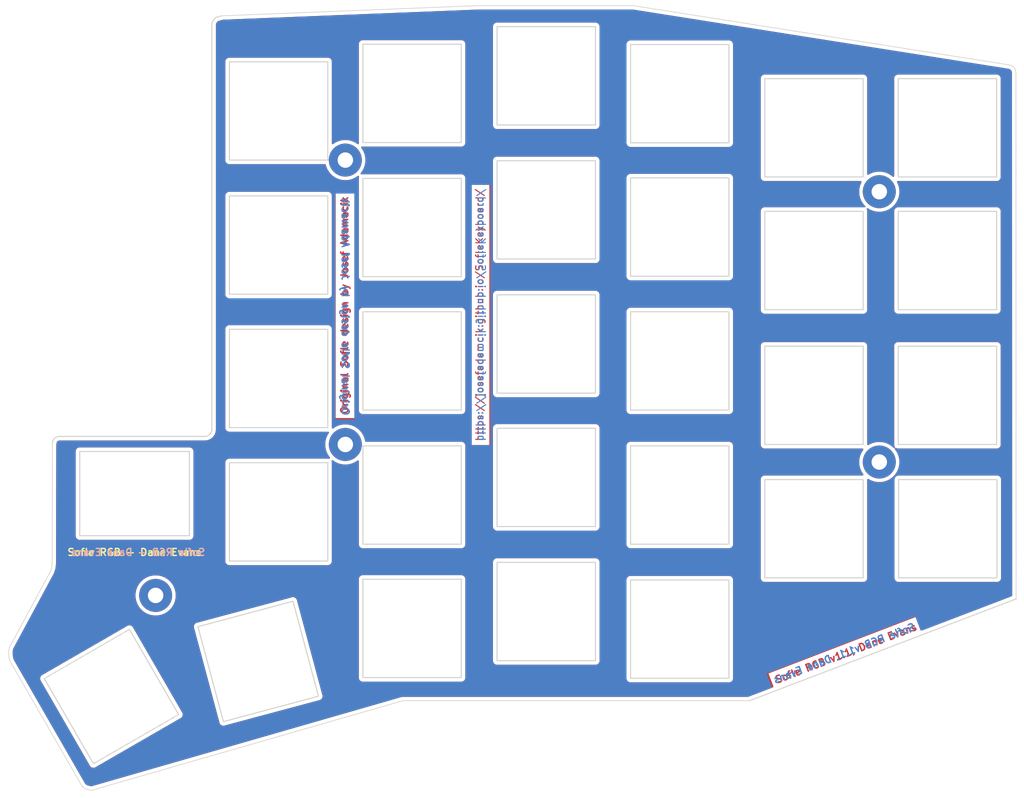
<source format=kicad_pcb>
(kicad_pcb (version 20171130) (host pcbnew "(5.1.6)-1")

  (general
    (thickness 1.6)
    (drawings 166)
    (tracks 0)
    (zones 0)
    (modules 9)
    (nets 1)
  )

  (page A4)
  (layers
    (0 F.Cu signal)
    (31 B.Cu signal)
    (32 B.Adhes user hide)
    (33 F.Adhes user hide)
    (34 B.Paste user hide)
    (35 F.Paste user hide)
    (36 B.SilkS user)
    (37 F.SilkS user)
    (38 B.Mask user)
    (39 F.Mask user)
    (40 Dwgs.User user)
    (41 Cmts.User user)
    (42 Eco1.User user)
    (43 Eco2.User user)
    (44 Edge.Cuts user)
    (45 Margin user)
    (46 B.CrtYd user)
    (47 F.CrtYd user)
    (48 B.Fab user)
    (49 F.Fab user)
  )

  (setup
    (last_trace_width 0.25)
    (trace_clearance 0.2)
    (zone_clearance 0.508)
    (zone_45_only no)
    (trace_min 0.2)
    (via_size 0.6)
    (via_drill 0.4)
    (via_min_size 0.4)
    (via_min_drill 0.3)
    (uvia_size 0.3)
    (uvia_drill 0.1)
    (uvias_allowed no)
    (uvia_min_size 0.2)
    (uvia_min_drill 0.1)
    (edge_width 0.15)
    (segment_width 0.2)
    (pcb_text_width 0.3)
    (pcb_text_size 1.5 1.5)
    (mod_edge_width 0.15)
    (mod_text_size 1 1)
    (mod_text_width 0.15)
    (pad_size 4.7 4.7)
    (pad_drill 2.2)
    (pad_to_mask_clearance 0.2)
    (aux_axis_origin 0 0)
    (grid_origin 111.995 97.8)
    (visible_elements 7FFFFFFF)
    (pcbplotparams
      (layerselection 0x010f0_ffffffff)
      (usegerberextensions false)
      (usegerberattributes false)
      (usegerberadvancedattributes false)
      (creategerberjobfile false)
      (excludeedgelayer true)
      (linewidth 0.100000)
      (plotframeref false)
      (viasonmask false)
      (mode 1)
      (useauxorigin false)
      (hpglpennumber 1)
      (hpglpenspeed 20)
      (hpglpendiameter 15.000000)
      (psnegative false)
      (psa4output false)
      (plotreference true)
      (plotvalue true)
      (plotinvisibletext false)
      (padsonsilk false)
      (subtractmaskfromsilk false)
      (outputformat 1)
      (mirror false)
      (drillshape 0)
      (scaleselection 1)
      (outputdirectory "gerber/"))
  )

  (net 0 "")

  (net_class Default "This is the default net class."
    (clearance 0.2)
    (trace_width 0.25)
    (via_dia 0.6)
    (via_drill 0.4)
    (uvia_dia 0.3)
    (uvia_drill 0.1)
  )

  (module dane:gecko-logo (layer F.Cu) (tedit 0) (tstamp 5F80B7BF)
    (at 94.495 117.3)
    (fp_text reference G*** (at 0 0) (layer F.SilkS) hide
      (effects (font (size 1.524 1.524) (thickness 0.3)))
    )
    (fp_text value LOGO (at 0.75 0) (layer F.SilkS) hide
      (effects (font (size 1.524 1.524) (thickness 0.3)))
    )
    (fp_poly (pts (xy 0.601318 -1.845968) (xy 0.629566 -1.801122) (xy 0.660606 -1.731632) (xy 0.674278 -1.696637)
      (xy 0.696844 -1.640456) (xy 0.717741 -1.594158) (xy 0.734739 -1.562309) (xy 0.745612 -1.549474)
      (xy 0.746125 -1.549405) (xy 0.757513 -1.537853) (xy 0.761992 -1.50684) (xy 0.762 -1.505208)
      (xy 0.766997 -1.463388) (xy 0.77927 -1.418191) (xy 0.781708 -1.411757) (xy 0.79008 -1.387564)
      (xy 0.794426 -1.362926) (xy 0.794778 -1.331829) (xy 0.791165 -1.288257) (xy 0.783616 -1.226195)
      (xy 0.782658 -1.218829) (xy 0.763898 -1.075159) (xy 0.904872 -0.890005) (xy 0.949855 -0.830926)
      (xy 0.989325 -0.779091) (xy 1.020787 -0.737776) (xy 1.041748 -0.710256) (xy 1.049674 -0.699857)
      (xy 1.063704 -0.699863) (xy 1.095604 -0.706722) (xy 1.139384 -0.718573) (xy 1.189058 -0.733553)
      (xy 1.238637 -0.7498) (xy 1.282132 -0.765451) (xy 1.313556 -0.778644) (xy 1.325376 -0.785602)
      (xy 1.346102 -0.811208) (xy 1.370849 -0.85208) (xy 1.395846 -0.900516) (xy 1.417324 -0.948813)
      (xy 1.431511 -0.98927) (xy 1.4351 -1.009732) (xy 1.443261 -1.038113) (xy 1.462639 -1.051849)
      (xy 1.485574 -1.046296) (xy 1.48961 -1.04277) (xy 1.497711 -1.024581) (xy 1.488756 -1.003156)
      (xy 1.47949 -0.975875) (xy 1.473922 -0.935468) (xy 1.4732 -0.915429) (xy 1.476946 -0.871614)
      (xy 1.489701 -0.847647) (xy 1.513732 -0.843044) (xy 1.551311 -0.857322) (xy 1.601845 -0.888082)
      (xy 1.64655 -0.917306) (xy 1.675006 -0.933308) (xy 1.691757 -0.937452) (xy 1.701347 -0.931102)
      (xy 1.706832 -0.919604) (xy 1.708613 -0.891777) (xy 1.689343 -0.877564) (xy 1.676717 -0.8763)
      (xy 1.654223 -0.866178) (xy 1.626807 -0.840966) (xy 1.600696 -0.808396) (xy 1.582118 -0.7762)
      (xy 1.577172 -0.752711) (xy 1.590575 -0.734045) (xy 1.61879 -0.713928) (xy 1.653392 -0.69651)
      (xy 1.685955 -0.685939) (xy 1.708055 -0.686365) (xy 1.709715 -0.68744) (xy 1.731588 -0.693257)
      (xy 1.754269 -0.685777) (xy 1.765097 -0.669315) (xy 1.765105 -0.668567) (xy 1.756737 -0.638731)
      (xy 1.735707 -0.628278) (xy 1.71695 -0.633689) (xy 1.684941 -0.643864) (xy 1.644157 -0.64804)
      (xy 1.603043 -0.646526) (xy 1.570045 -0.639627) (xy 1.553648 -0.627755) (xy 1.557824 -0.608475)
      (xy 1.575994 -0.580265) (xy 1.602145 -0.549844) (xy 1.630265 -0.523931) (xy 1.654341 -0.509245)
      (xy 1.66081 -0.508) (xy 1.673501 -0.499215) (xy 1.67397 -0.479469) (xy 1.664464 -0.458679)
      (xy 1.647228 -0.446761) (xy 1.646924 -0.446701) (xy 1.624724 -0.45296) (xy 1.617287 -0.467195)
      (xy 1.603162 -0.483497) (xy 1.571302 -0.505626) (xy 1.527773 -0.530536) (xy 1.478638 -0.555181)
      (xy 1.429963 -0.576516) (xy 1.387813 -0.591493) (xy 1.358696 -0.597067) (xy 1.335049 -0.59528)
      (xy 1.291811 -0.590259) (xy 1.234485 -0.582706) (xy 1.168573 -0.573323) (xy 1.145794 -0.569931)
      (xy 1.081186 -0.560564) (xy 1.026188 -0.553272) (xy 0.985344 -0.548605) (xy 0.963198 -0.547112)
      (xy 0.960582 -0.547539) (xy 0.95285 -0.559547) (xy 0.934297 -0.589102) (xy 0.907459 -0.632148)
      (xy 0.874868 -0.684627) (xy 0.864033 -0.702113) (xy 0.830281 -0.755791) (xy 0.801348 -0.800261)
      (xy 0.77975 -0.831773) (xy 0.768004 -0.846575) (xy 0.766718 -0.847153) (xy 0.766221 -0.833748)
      (xy 0.767225 -0.798425) (xy 0.769569 -0.744607) (xy 0.773092 -0.675722) (xy 0.77763 -0.595195)
      (xy 0.782195 -0.51969) (xy 0.802293 -0.19685) (xy 0.674235 0.048899) (xy 0.637146 0.121453)
      (xy 0.605074 0.186857) (xy 0.579605 0.241654) (xy 0.562321 0.282389) (xy 0.554808 0.305605)
      (xy 0.554914 0.309249) (xy 0.56465 0.323371) (xy 0.587103 0.35488) (xy 0.620019 0.400643)
      (xy 0.661142 0.457531) (xy 0.708217 0.52241) (xy 0.73293 0.556386) (xy 0.781738 0.623707)
      (xy 0.825293 0.684305) (xy 0.861431 0.735125) (xy 0.887987 0.773114) (xy 0.902797 0.795217)
      (xy 0.905128 0.799381) (xy 0.896186 0.80958) (xy 0.86952 0.832363) (xy 0.828007 0.86546)
      (xy 0.774525 0.906601) (xy 0.711953 0.953513) (xy 0.67945 0.977476) (xy 0.613158 1.026368)
      (xy 0.554118 1.070442) (xy 0.505304 1.107436) (xy 0.469686 1.135088) (xy 0.450237 1.151136)
      (xy 0.447524 1.154032) (xy 0.454771 1.167292) (xy 0.47848 1.188562) (xy 0.512775 1.213763)
      (xy 0.551777 1.238821) (xy 0.589608 1.259657) (xy 0.61595 1.270839) (xy 0.661836 1.279922)
      (xy 0.727894 1.284321) (xy 0.79375 1.284175) (xy 0.854907 1.281721) (xy 0.896276 1.277641)
      (xy 0.923462 1.270895) (xy 0.94207 1.260443) (xy 0.947715 1.255604) (xy 0.968302 1.23905)
      (xy 0.982568 1.240003) (xy 0.996071 1.251885) (xy 1.010095 1.275517) (xy 1.01038 1.291726)
      (xy 1.004043 1.311187) (xy 1.0033 1.315488) (xy 0.992231 1.319205) (xy 0.965531 1.320798)
      (xy 0.964777 1.3208) (xy 0.931477 1.326577) (xy 0.88835 1.341359) (xy 0.862393 1.353161)
      (xy 0.825523 1.37354) (xy 0.807043 1.390044) (xy 0.801813 1.408357) (xy 0.80249 1.419379)
      (xy 0.810655 1.442615) (xy 0.832454 1.464699) (xy 0.872752 1.490414) (xy 0.877498 1.493095)
      (xy 0.920395 1.515607) (xy 0.959172 1.53333) (xy 0.980872 1.541067) (xy 1.011086 1.557217)
      (xy 1.02348 1.58196) (xy 1.014664 1.608159) (xy 0.989736 1.623852) (xy 0.963588 1.62134)
      (xy 0.946604 1.60163) (xy 0.94658 1.601557) (xy 0.934439 1.585989) (xy 0.906234 1.573518)
      (xy 0.85735 1.562119) (xy 0.856189 1.561899) (xy 0.8112 1.554096) (xy 0.784146 1.552285)
      (xy 0.768149 1.557023) (xy 0.756334 1.568867) (xy 0.755418 1.570067) (xy 0.743412 1.58954)
      (xy 0.738086 1.611828) (xy 0.738776 1.644397) (xy 0.744529 1.692609) (xy 0.753705 1.7332)
      (xy 0.768434 1.753337) (xy 0.776307 1.7567) (xy 0.792654 1.766329) (xy 0.791173 1.787066)
      (xy 0.78922 1.792693) (xy 0.770518 1.819723) (xy 0.746584 1.827086) (xy 0.725108 1.81457)
      (xy 0.715858 1.794699) (xy 0.705533 1.762443) (xy 0.688996 1.719388) (xy 0.678199 1.693925)
      (xy 0.656494 1.652148) (xy 0.6354 1.629869) (xy 0.616907 1.622674) (xy 0.598938 1.621182)
      (xy 0.586424 1.62844) (xy 0.575552 1.649456) (xy 0.562509 1.689235) (xy 0.560077 1.697305)
      (xy 0.548515 1.743116) (xy 0.542396 1.78247) (xy 0.542781 1.80478) (xy 0.540636 1.832634)
      (xy 0.522993 1.849417) (xy 0.498441 1.85211) (xy 0.475573 1.837697) (xy 0.470613 1.830133)
      (xy 0.465358 1.805782) (xy 0.477852 1.78937) (xy 0.486811 1.778222) (xy 0.491885 1.759795)
      (xy 0.493451 1.729159) (xy 0.491886 1.681383) (xy 0.489369 1.638811) (xy 0.485863 1.588646)
      (xy 0.481217 1.548358) (xy 0.473348 1.513756) (xy 0.460173 1.480648) (xy 0.439611 1.444843)
      (xy 0.409578 1.402149) (xy 0.367991 1.348374) (xy 0.312767 1.279327) (xy 0.307478 1.272744)
      (xy 0.275793 1.234556) (xy 0.251581 1.205072) (xy 0.23606 1.181175) (xy 0.230445 1.159746)
      (xy 0.235952 1.137667) (xy 0.253798 1.111818) (xy 0.285198 1.079081) (xy 0.331368 1.036338)
      (xy 0.393525 0.980471) (xy 0.436648 0.94149) (xy 0.612946 0.781215) (xy 0.507883 0.682707)
      (xy 0.465446 0.643541) (xy 0.42979 0.611801) (xy 0.404922 0.590976) (xy 0.395084 0.584448)
      (xy 0.38554 0.59463) (xy 0.365898 0.62192) (xy 0.339327 0.661764) (xy 0.317966 0.695224)
      (xy 0.258908 0.778294) (xy 0.184258 0.86661) (xy 0.100686 0.953183) (xy 0.01486 1.031026)
      (xy -0.052686 1.08356) (xy -0.122406 1.12796) (xy -0.205824 1.173371) (xy -0.294379 1.215697)
      (xy -0.379512 1.250837) (xy -0.45085 1.274214) (xy -0.536598 1.292799) (xy -0.633428 1.306921)
      (xy -0.731482 1.315588) (xy -0.820897 1.317808) (xy -0.864133 1.315816) (xy -1.016028 1.290813)
      (xy -1.162582 1.24203) (xy -1.301703 1.170877) (xy -1.431298 1.078765) (xy -1.549276 0.967106)
      (xy -1.653546 0.837309) (xy -1.713517 0.74295) (xy -1.74279 0.69215) (xy -1.707554 0.7366)
      (xy -1.664556 0.7864) (xy -1.609239 0.844071) (xy -1.547225 0.90434) (xy -1.484138 0.961931)
      (xy -1.425601 1.011569) (xy -1.377237 1.047981) (xy -1.3716 1.051721) (xy -1.245176 1.120651)
      (xy -1.112029 1.168911) (xy -0.975949 1.195852) (xy -0.840726 1.200823) (xy -0.710149 1.183173)
      (xy -0.669045 1.172369) (xy -0.589275 1.14386) (xy -0.499007 1.103771) (xy -0.407416 1.056592)
      (xy -0.323675 1.006812) (xy -0.303663 0.99355) (xy -0.235204 0.943689) (xy -0.173883 0.891145)
      (xy -0.116659 0.832288) (xy -0.060488 0.76349) (xy -0.00233 0.681122) (xy 0.060859 0.581556)
      (xy 0.108154 0.502344) (xy 0.1822 0.376039) (xy 0.062525 0.264936) (xy 0.017749 0.224694)
      (xy -0.019949 0.193325) (xy -0.047049 0.173572) (xy -0.060033 0.168175) (xy -0.060612 0.168991)
      (xy -0.063064 0.186795) (xy -0.067286 0.224592) (xy -0.072716 0.277084) (xy -0.078788 0.338971)
      (xy -0.079662 0.348129) (xy -0.09525 0.512109) (xy -0.299052 0.315576) (xy -0.368065 0.2495)
      (xy -0.422106 0.199121) (xy -0.46408 0.162089) (xy -0.496893 0.136058) (xy -0.52345 0.11868)
      (xy -0.546657 0.107608) (xy -0.563249 0.102132) (xy -0.6089 0.094084) (xy -0.665441 0.090868)
      (xy -0.725859 0.092064) (xy -0.783143 0.097253) (xy -0.830281 0.106016) (xy -0.860263 0.117934)
      (xy -0.862931 0.120043) (xy -0.883564 0.132646) (xy -0.904041 0.125093) (xy -0.907144 0.122883)
      (xy -0.924869 0.098751) (xy -0.922059 0.074377) (xy -0.901259 0.05852) (xy -0.887849 0.056509)
      (xy -0.857992 0.051155) (xy -0.817757 0.038243) (xy -0.775521 0.021207) (xy -0.73966 0.003477)
      (xy -0.718549 -0.011514) (xy -0.717079 -0.013464) (xy -0.711706 -0.043532) (xy -0.731487 -0.075317)
      (xy -0.776246 -0.1086) (xy -0.802846 -0.123172) (xy -0.846133 -0.144559) (xy -0.88281 -0.161534)
      (xy -0.904875 -0.170398) (xy -0.923089 -0.186663) (xy -0.92562 -0.213132) (xy -0.91186 -0.238761)
      (xy -0.886202 -0.253155) (xy -0.865284 -0.244529) (xy -0.857715 -0.230065) (xy -0.842035 -0.212182)
      (xy -0.805346 -0.195931) (xy -0.771134 -0.186141) (xy -0.727794 -0.175774) (xy -0.701505 -0.1724)
      (xy -0.68481 -0.176342) (xy -0.670251 -0.187925) (xy -0.667477 -0.190653) (xy -0.650729 -0.22229)
      (xy -0.644282 -0.26675) (xy -0.647785 -0.313935) (xy -0.660888 -0.353751) (xy -0.673713 -0.370336)
      (xy -0.695731 -0.399876) (xy -0.693593 -0.428694) (xy -0.68473 -0.440491) (xy -0.662197 -0.449456)
      (xy -0.63772 -0.443539) (xy -0.623057 -0.426451) (xy -0.622302 -0.420794) (xy -0.617439 -0.399053)
      (xy -0.604716 -0.362372) (xy -0.587726 -0.320675) (xy -0.567687 -0.277703) (xy -0.551789 -0.253565)
      (xy -0.535673 -0.243162) (xy -0.519885 -0.2413) (xy -0.500593 -0.243994) (xy -0.486971 -0.255817)
      (xy -0.474837 -0.282385) (xy -0.463835 -0.316562) (xy -0.452711 -0.361044) (xy -0.447255 -0.399122)
      (xy -0.447978 -0.418328) (xy -0.445173 -0.445306) (xy -0.426489 -0.461615) (xy -0.400696 -0.46273)
      (xy -0.382942 -0.451885) (xy -0.369497 -0.431384) (xy -0.376492 -0.408955) (xy -0.378074 -0.406368)
      (xy -0.386015 -0.379699) (xy -0.391323 -0.331391) (xy -0.393631 -0.265106) (xy -0.3937 -0.249869)
      (xy -0.3937 -0.118392) (xy -0.295542 0.017758) (xy -0.259737 0.067889) (xy -0.23293 0.103877)
      (xy -0.213377 0.124241) (xy -0.199338 0.127498) (xy -0.18907 0.112168) (xy -0.180831 0.076767)
      (xy -0.17288 0.019814) (xy -0.163474 -0.060174) (xy -0.158977 -0.098425) (xy -0.150573 -0.165099)
      (xy -0.142524 -0.221828) (xy -0.135513 -0.264303) (xy -0.130224 -0.288217) (xy -0.128292 -0.291896)
      (xy -0.116972 -0.283703) (xy -0.08983 -0.260962) (xy -0.049816 -0.226239) (xy 0.000122 -0.182097)
      (xy 0.057035 -0.131103) (xy 0.068815 -0.12047) (xy 0.126385 -0.068712) (xy 0.177192 -0.023547)
      (xy 0.218381 0.01253) (xy 0.247097 0.037023) (xy 0.260485 0.047436) (xy 0.261083 0.047601)
      (xy 0.261331 0.034505) (xy 0.260091 0.000703) (xy 0.257581 -0.049168) (xy 0.254018 -0.110473)
      (xy 0.252589 -0.13335) (xy 0.249029 -0.201805) (xy 0.247622 -0.26684) (xy 0.248542 -0.334176)
      (xy 0.251965 -0.409529) (xy 0.258064 -0.498618) (xy 0.267016 -0.607161) (xy 0.267101 -0.608138)
      (xy 0.27422 -0.69206) (xy 0.280255 -0.767122) (xy 0.284948 -0.829767) (xy 0.28804 -0.87644)
      (xy 0.289273 -0.903583) (xy 0.288988 -0.909046) (xy 0.277089 -0.904726) (xy 0.247466 -0.890094)
      (xy 0.204473 -0.867394) (xy 0.152465 -0.83887) (xy 0.147917 -0.836333) (xy 0.095449 -0.807477)
      (xy 0.051725 -0.784305) (xy 0.021069 -0.769044) (xy 0.007803 -0.763922) (xy 0.007616 -0.764025)
      (xy -0.012673 -0.789778) (xy -0.0446 -0.827869) (xy -0.084851 -0.874584) (xy -0.130114 -0.926209)
      (xy -0.177074 -0.97903) (xy -0.22242 -1.029333) (xy -0.262837 -1.073404) (xy -0.295012 -1.10753)
      (xy -0.315633 -1.127996) (xy -0.320628 -1.131974) (xy -0.363934 -1.15182) (xy -0.414328 -1.169997)
      (xy -0.46492 -1.184616) (xy -0.508821 -1.19379) (xy -0.539143 -1.19563) (xy -0.546142 -1.193778)
      (xy -0.571121 -1.191617) (xy -0.58999 -1.206902) (xy -0.594323 -1.231782) (xy -0.592724 -1.237166)
      (xy -0.583761 -1.246549) (xy -0.562816 -1.250806) (xy -0.524833 -1.250496) (xy -0.491626 -1.24834)
      (xy -0.443423 -1.245136) (xy -0.414705 -1.245452) (xy -0.399653 -1.250593) (xy -0.392447 -1.261864)
      (xy -0.389706 -1.271203) (xy -0.388787 -1.299359) (xy -0.402215 -1.330795) (xy -0.432369 -1.369713)
      (xy -0.464694 -1.403648) (xy -0.49351 -1.43906) (xy -0.502254 -1.466086) (xy -0.49076 -1.482293)
      (xy -0.470299 -1.4859) (xy -0.448594 -1.477048) (xy -0.444478 -1.463675) (xy -0.433728 -1.442632)
      (xy -0.406809 -1.418521) (xy -0.371663 -1.396265) (xy -0.336235 -1.380785) (xy -0.308464 -1.377)
      (xy -0.305673 -1.377674) (xy -0.285541 -1.395323) (xy -0.268212 -1.428926) (xy -0.256625 -1.46904)
      (xy -0.253722 -1.50622) (xy -0.259225 -1.526859) (xy -0.26524 -1.551343) (xy -0.257711 -1.56347)
      (xy -0.234824 -1.573042) (xy -0.214085 -1.563218) (xy -0.204517 -1.539056) (xy -0.204663 -1.533727)
      (xy -0.205747 -1.504157) (xy -0.205672 -1.461822) (xy -0.205176 -1.439757) (xy -0.202076 -1.399325)
      (xy -0.194331 -1.377699) (xy -0.179545 -1.368383) (xy -0.178767 -1.368174) (xy -0.156212 -1.373851)
      (xy -0.128007 -1.396134) (xy -0.099873 -1.428915) (xy -0.077534 -1.466087) (xy -0.070565 -1.48365)
      (xy -0.055069 -1.506221) (xy -0.033964 -1.508866) (xy -0.010547 -1.497366) (xy -0.002679 -1.477904)
      (xy -0.012457 -1.459944) (xy -0.02207 -1.455208) (xy -0.036615 -1.440044) (xy -0.054483 -1.406504)
      (xy -0.073371 -1.360983) (xy -0.090975 -1.309873) (xy -0.104991 -1.259568) (xy -0.113115 -1.216462)
      (xy -0.114248 -1.199394) (xy -0.106347 -1.16748) (xy -0.083771 -1.119396) (xy -0.048112 -1.058483)
      (xy -0.04377 -1.051629) (xy 0.026655 -0.941208) (xy 0.162552 -1.012297) (xy 0.216038 -1.040528)
      (xy 0.261262 -1.064871) (xy 0.293464 -1.08273) (xy 0.307881 -1.091511) (xy 0.307889 -1.091518)
      (xy 0.310779 -1.106752) (xy 0.311334 -1.141754) (xy 0.309605 -1.191003) (xy 0.306511 -1.238252)
      (xy 0.3021 -1.302026) (xy 0.300905 -1.346928) (xy 0.303347 -1.379329) (xy 0.309844 -1.405602)
      (xy 0.319018 -1.428202) (xy 0.333996 -1.470421) (xy 0.342144 -1.511313) (xy 0.342621 -1.519894)
      (xy 0.34897 -1.553094) (xy 0.36293 -1.564344) (xy 0.376269 -1.577095) (xy 0.396877 -1.608757)
      (xy 0.422088 -1.654864) (xy 0.445016 -1.7018) (xy 0.483707 -1.779631) (xy 0.517056 -1.833)
      (xy 0.54669 -1.86187) (xy 0.574235 -1.866205) (xy 0.601318 -1.845968)) (layer F.Mask) (width 0.01))
  )

  (module dane:gecko-logo (layer B.Cu) (tedit 0) (tstamp 5F80B7AB)
    (at 95.495 117.3 180)
    (fp_text reference G*** (at 0 0) (layer B.SilkS) hide
      (effects (font (size 1.524 1.524) (thickness 0.3)) (justify mirror))
    )
    (fp_text value LOGO (at 0.75 0) (layer B.SilkS) hide
      (effects (font (size 1.524 1.524) (thickness 0.3)) (justify mirror))
    )
    (fp_poly (pts (xy 0.601318 1.845968) (xy 0.629566 1.801122) (xy 0.660606 1.731632) (xy 0.674278 1.696637)
      (xy 0.696844 1.640456) (xy 0.717741 1.594158) (xy 0.734739 1.562309) (xy 0.745612 1.549474)
      (xy 0.746125 1.549405) (xy 0.757513 1.537853) (xy 0.761992 1.50684) (xy 0.762 1.505208)
      (xy 0.766997 1.463388) (xy 0.77927 1.418191) (xy 0.781708 1.411757) (xy 0.79008 1.387564)
      (xy 0.794426 1.362926) (xy 0.794778 1.331829) (xy 0.791165 1.288257) (xy 0.783616 1.226195)
      (xy 0.782658 1.218829) (xy 0.763898 1.075159) (xy 0.904872 0.890005) (xy 0.949855 0.830926)
      (xy 0.989325 0.779091) (xy 1.020787 0.737776) (xy 1.041748 0.710256) (xy 1.049674 0.699857)
      (xy 1.063704 0.699863) (xy 1.095604 0.706722) (xy 1.139384 0.718573) (xy 1.189058 0.733553)
      (xy 1.238637 0.7498) (xy 1.282132 0.765451) (xy 1.313556 0.778644) (xy 1.325376 0.785602)
      (xy 1.346102 0.811208) (xy 1.370849 0.85208) (xy 1.395846 0.900516) (xy 1.417324 0.948813)
      (xy 1.431511 0.98927) (xy 1.4351 1.009732) (xy 1.443261 1.038113) (xy 1.462639 1.051849)
      (xy 1.485574 1.046296) (xy 1.48961 1.04277) (xy 1.497711 1.024581) (xy 1.488756 1.003156)
      (xy 1.47949 0.975875) (xy 1.473922 0.935468) (xy 1.4732 0.915429) (xy 1.476946 0.871614)
      (xy 1.489701 0.847647) (xy 1.513732 0.843044) (xy 1.551311 0.857322) (xy 1.601845 0.888082)
      (xy 1.64655 0.917306) (xy 1.675006 0.933308) (xy 1.691757 0.937452) (xy 1.701347 0.931102)
      (xy 1.706832 0.919604) (xy 1.708613 0.891777) (xy 1.689343 0.877564) (xy 1.676717 0.8763)
      (xy 1.654223 0.866178) (xy 1.626807 0.840966) (xy 1.600696 0.808396) (xy 1.582118 0.7762)
      (xy 1.577172 0.752711) (xy 1.590575 0.734045) (xy 1.61879 0.713928) (xy 1.653392 0.69651)
      (xy 1.685955 0.685939) (xy 1.708055 0.686365) (xy 1.709715 0.68744) (xy 1.731588 0.693257)
      (xy 1.754269 0.685777) (xy 1.765097 0.669315) (xy 1.765105 0.668567) (xy 1.756737 0.638731)
      (xy 1.735707 0.628278) (xy 1.71695 0.633689) (xy 1.684941 0.643864) (xy 1.644157 0.64804)
      (xy 1.603043 0.646526) (xy 1.570045 0.639627) (xy 1.553648 0.627755) (xy 1.557824 0.608475)
      (xy 1.575994 0.580265) (xy 1.602145 0.549844) (xy 1.630265 0.523931) (xy 1.654341 0.509245)
      (xy 1.66081 0.508) (xy 1.673501 0.499215) (xy 1.67397 0.479469) (xy 1.664464 0.458679)
      (xy 1.647228 0.446761) (xy 1.646924 0.446701) (xy 1.624724 0.45296) (xy 1.617287 0.467195)
      (xy 1.603162 0.483497) (xy 1.571302 0.505626) (xy 1.527773 0.530536) (xy 1.478638 0.555181)
      (xy 1.429963 0.576516) (xy 1.387813 0.591493) (xy 1.358696 0.597067) (xy 1.335049 0.59528)
      (xy 1.291811 0.590259) (xy 1.234485 0.582706) (xy 1.168573 0.573323) (xy 1.145794 0.569931)
      (xy 1.081186 0.560564) (xy 1.026188 0.553272) (xy 0.985344 0.548605) (xy 0.963198 0.547112)
      (xy 0.960582 0.547539) (xy 0.95285 0.559547) (xy 0.934297 0.589102) (xy 0.907459 0.632148)
      (xy 0.874868 0.684627) (xy 0.864033 0.702113) (xy 0.830281 0.755791) (xy 0.801348 0.800261)
      (xy 0.77975 0.831773) (xy 0.768004 0.846575) (xy 0.766718 0.847153) (xy 0.766221 0.833748)
      (xy 0.767225 0.798425) (xy 0.769569 0.744607) (xy 0.773092 0.675722) (xy 0.77763 0.595195)
      (xy 0.782195 0.51969) (xy 0.802293 0.19685) (xy 0.674235 -0.048899) (xy 0.637146 -0.121453)
      (xy 0.605074 -0.186857) (xy 0.579605 -0.241654) (xy 0.562321 -0.282389) (xy 0.554808 -0.305605)
      (xy 0.554914 -0.309249) (xy 0.56465 -0.323371) (xy 0.587103 -0.35488) (xy 0.620019 -0.400643)
      (xy 0.661142 -0.457531) (xy 0.708217 -0.52241) (xy 0.73293 -0.556386) (xy 0.781738 -0.623707)
      (xy 0.825293 -0.684305) (xy 0.861431 -0.735125) (xy 0.887987 -0.773114) (xy 0.902797 -0.795217)
      (xy 0.905128 -0.799381) (xy 0.896186 -0.80958) (xy 0.86952 -0.832363) (xy 0.828007 -0.86546)
      (xy 0.774525 -0.906601) (xy 0.711953 -0.953513) (xy 0.67945 -0.977476) (xy 0.613158 -1.026368)
      (xy 0.554118 -1.070442) (xy 0.505304 -1.107436) (xy 0.469686 -1.135088) (xy 0.450237 -1.151136)
      (xy 0.447524 -1.154032) (xy 0.454771 -1.167292) (xy 0.47848 -1.188562) (xy 0.512775 -1.213763)
      (xy 0.551777 -1.238821) (xy 0.589608 -1.259657) (xy 0.61595 -1.270839) (xy 0.661836 -1.279922)
      (xy 0.727894 -1.284321) (xy 0.79375 -1.284175) (xy 0.854907 -1.281721) (xy 0.896276 -1.277641)
      (xy 0.923462 -1.270895) (xy 0.94207 -1.260443) (xy 0.947715 -1.255604) (xy 0.968302 -1.23905)
      (xy 0.982568 -1.240003) (xy 0.996071 -1.251885) (xy 1.010095 -1.275517) (xy 1.01038 -1.291726)
      (xy 1.004043 -1.311187) (xy 1.0033 -1.315488) (xy 0.992231 -1.319205) (xy 0.965531 -1.320798)
      (xy 0.964777 -1.3208) (xy 0.931477 -1.326577) (xy 0.88835 -1.341359) (xy 0.862393 -1.353161)
      (xy 0.825523 -1.37354) (xy 0.807043 -1.390044) (xy 0.801813 -1.408357) (xy 0.80249 -1.419379)
      (xy 0.810655 -1.442615) (xy 0.832454 -1.464699) (xy 0.872752 -1.490414) (xy 0.877498 -1.493095)
      (xy 0.920395 -1.515607) (xy 0.959172 -1.53333) (xy 0.980872 -1.541067) (xy 1.011086 -1.557217)
      (xy 1.02348 -1.58196) (xy 1.014664 -1.608159) (xy 0.989736 -1.623852) (xy 0.963588 -1.62134)
      (xy 0.946604 -1.60163) (xy 0.94658 -1.601557) (xy 0.934439 -1.585989) (xy 0.906234 -1.573518)
      (xy 0.85735 -1.562119) (xy 0.856189 -1.561899) (xy 0.8112 -1.554096) (xy 0.784146 -1.552285)
      (xy 0.768149 -1.557023) (xy 0.756334 -1.568867) (xy 0.755418 -1.570067) (xy 0.743412 -1.58954)
      (xy 0.738086 -1.611828) (xy 0.738776 -1.644397) (xy 0.744529 -1.692609) (xy 0.753705 -1.7332)
      (xy 0.768434 -1.753337) (xy 0.776307 -1.7567) (xy 0.792654 -1.766329) (xy 0.791173 -1.787066)
      (xy 0.78922 -1.792693) (xy 0.770518 -1.819723) (xy 0.746584 -1.827086) (xy 0.725108 -1.81457)
      (xy 0.715858 -1.794699) (xy 0.705533 -1.762443) (xy 0.688996 -1.719388) (xy 0.678199 -1.693925)
      (xy 0.656494 -1.652148) (xy 0.6354 -1.629869) (xy 0.616907 -1.622674) (xy 0.598938 -1.621182)
      (xy 0.586424 -1.62844) (xy 0.575552 -1.649456) (xy 0.562509 -1.689235) (xy 0.560077 -1.697305)
      (xy 0.548515 -1.743116) (xy 0.542396 -1.78247) (xy 0.542781 -1.80478) (xy 0.540636 -1.832634)
      (xy 0.522993 -1.849417) (xy 0.498441 -1.85211) (xy 0.475573 -1.837697) (xy 0.470613 -1.830133)
      (xy 0.465358 -1.805782) (xy 0.477852 -1.78937) (xy 0.486811 -1.778222) (xy 0.491885 -1.759795)
      (xy 0.493451 -1.729159) (xy 0.491886 -1.681383) (xy 0.489369 -1.638811) (xy 0.485863 -1.588646)
      (xy 0.481217 -1.548358) (xy 0.473348 -1.513756) (xy 0.460173 -1.480648) (xy 0.439611 -1.444843)
      (xy 0.409578 -1.402149) (xy 0.367991 -1.348374) (xy 0.312767 -1.279327) (xy 0.307478 -1.272744)
      (xy 0.275793 -1.234556) (xy 0.251581 -1.205072) (xy 0.23606 -1.181175) (xy 0.230445 -1.159746)
      (xy 0.235952 -1.137667) (xy 0.253798 -1.111818) (xy 0.285198 -1.079081) (xy 0.331368 -1.036338)
      (xy 0.393525 -0.980471) (xy 0.436648 -0.94149) (xy 0.612946 -0.781215) (xy 0.507883 -0.682707)
      (xy 0.465446 -0.643541) (xy 0.42979 -0.611801) (xy 0.404922 -0.590976) (xy 0.395084 -0.584448)
      (xy 0.38554 -0.59463) (xy 0.365898 -0.62192) (xy 0.339327 -0.661764) (xy 0.317966 -0.695224)
      (xy 0.258908 -0.778294) (xy 0.184258 -0.86661) (xy 0.100686 -0.953183) (xy 0.01486 -1.031026)
      (xy -0.052686 -1.08356) (xy -0.122406 -1.12796) (xy -0.205824 -1.173371) (xy -0.294379 -1.215697)
      (xy -0.379512 -1.250837) (xy -0.45085 -1.274214) (xy -0.536598 -1.292799) (xy -0.633428 -1.306921)
      (xy -0.731482 -1.315588) (xy -0.820897 -1.317808) (xy -0.864133 -1.315816) (xy -1.016028 -1.290813)
      (xy -1.162582 -1.24203) (xy -1.301703 -1.170877) (xy -1.431298 -1.078765) (xy -1.549276 -0.967106)
      (xy -1.653546 -0.837309) (xy -1.713517 -0.74295) (xy -1.74279 -0.69215) (xy -1.707554 -0.7366)
      (xy -1.664556 -0.7864) (xy -1.609239 -0.844071) (xy -1.547225 -0.90434) (xy -1.484138 -0.961931)
      (xy -1.425601 -1.011569) (xy -1.377237 -1.047981) (xy -1.3716 -1.051721) (xy -1.245176 -1.120651)
      (xy -1.112029 -1.168911) (xy -0.975949 -1.195852) (xy -0.840726 -1.200823) (xy -0.710149 -1.183173)
      (xy -0.669045 -1.172369) (xy -0.589275 -1.14386) (xy -0.499007 -1.103771) (xy -0.407416 -1.056592)
      (xy -0.323675 -1.006812) (xy -0.303663 -0.99355) (xy -0.235204 -0.943689) (xy -0.173883 -0.891145)
      (xy -0.116659 -0.832288) (xy -0.060488 -0.76349) (xy -0.00233 -0.681122) (xy 0.060859 -0.581556)
      (xy 0.108154 -0.502344) (xy 0.1822 -0.376039) (xy 0.062525 -0.264936) (xy 0.017749 -0.224694)
      (xy -0.019949 -0.193325) (xy -0.047049 -0.173572) (xy -0.060033 -0.168175) (xy -0.060612 -0.168991)
      (xy -0.063064 -0.186795) (xy -0.067286 -0.224592) (xy -0.072716 -0.277084) (xy -0.078788 -0.338971)
      (xy -0.079662 -0.348129) (xy -0.09525 -0.512109) (xy -0.299052 -0.315576) (xy -0.368065 -0.2495)
      (xy -0.422106 -0.199121) (xy -0.46408 -0.162089) (xy -0.496893 -0.136058) (xy -0.52345 -0.11868)
      (xy -0.546657 -0.107608) (xy -0.563249 -0.102132) (xy -0.6089 -0.094084) (xy -0.665441 -0.090868)
      (xy -0.725859 -0.092064) (xy -0.783143 -0.097253) (xy -0.830281 -0.106016) (xy -0.860263 -0.117934)
      (xy -0.862931 -0.120043) (xy -0.883564 -0.132646) (xy -0.904041 -0.125093) (xy -0.907144 -0.122883)
      (xy -0.924869 -0.098751) (xy -0.922059 -0.074377) (xy -0.901259 -0.05852) (xy -0.887849 -0.056509)
      (xy -0.857992 -0.051155) (xy -0.817757 -0.038243) (xy -0.775521 -0.021207) (xy -0.73966 -0.003477)
      (xy -0.718549 0.011514) (xy -0.717079 0.013464) (xy -0.711706 0.043532) (xy -0.731487 0.075317)
      (xy -0.776246 0.1086) (xy -0.802846 0.123172) (xy -0.846133 0.144559) (xy -0.88281 0.161534)
      (xy -0.904875 0.170398) (xy -0.923089 0.186663) (xy -0.92562 0.213132) (xy -0.91186 0.238761)
      (xy -0.886202 0.253155) (xy -0.865284 0.244529) (xy -0.857715 0.230065) (xy -0.842035 0.212182)
      (xy -0.805346 0.195931) (xy -0.771134 0.186141) (xy -0.727794 0.175774) (xy -0.701505 0.1724)
      (xy -0.68481 0.176342) (xy -0.670251 0.187925) (xy -0.667477 0.190653) (xy -0.650729 0.22229)
      (xy -0.644282 0.26675) (xy -0.647785 0.313935) (xy -0.660888 0.353751) (xy -0.673713 0.370336)
      (xy -0.695731 0.399876) (xy -0.693593 0.428694) (xy -0.68473 0.440491) (xy -0.662197 0.449456)
      (xy -0.63772 0.443539) (xy -0.623057 0.426451) (xy -0.622302 0.420794) (xy -0.617439 0.399053)
      (xy -0.604716 0.362372) (xy -0.587726 0.320675) (xy -0.567687 0.277703) (xy -0.551789 0.253565)
      (xy -0.535673 0.243162) (xy -0.519885 0.2413) (xy -0.500593 0.243994) (xy -0.486971 0.255817)
      (xy -0.474837 0.282385) (xy -0.463835 0.316562) (xy -0.452711 0.361044) (xy -0.447255 0.399122)
      (xy -0.447978 0.418328) (xy -0.445173 0.445306) (xy -0.426489 0.461615) (xy -0.400696 0.46273)
      (xy -0.382942 0.451885) (xy -0.369497 0.431384) (xy -0.376492 0.408955) (xy -0.378074 0.406368)
      (xy -0.386015 0.379699) (xy -0.391323 0.331391) (xy -0.393631 0.265106) (xy -0.3937 0.249869)
      (xy -0.3937 0.118392) (xy -0.295542 -0.017758) (xy -0.259737 -0.067889) (xy -0.23293 -0.103877)
      (xy -0.213377 -0.124241) (xy -0.199338 -0.127498) (xy -0.18907 -0.112168) (xy -0.180831 -0.076767)
      (xy -0.17288 -0.019814) (xy -0.163474 0.060174) (xy -0.158977 0.098425) (xy -0.150573 0.165099)
      (xy -0.142524 0.221828) (xy -0.135513 0.264303) (xy -0.130224 0.288217) (xy -0.128292 0.291896)
      (xy -0.116972 0.283703) (xy -0.08983 0.260962) (xy -0.049816 0.226239) (xy 0.000122 0.182097)
      (xy 0.057035 0.131103) (xy 0.068815 0.12047) (xy 0.126385 0.068712) (xy 0.177192 0.023547)
      (xy 0.218381 -0.01253) (xy 0.247097 -0.037023) (xy 0.260485 -0.047436) (xy 0.261083 -0.047601)
      (xy 0.261331 -0.034505) (xy 0.260091 -0.000703) (xy 0.257581 0.049168) (xy 0.254018 0.110473)
      (xy 0.252589 0.13335) (xy 0.249029 0.201805) (xy 0.247622 0.26684) (xy 0.248542 0.334176)
      (xy 0.251965 0.409529) (xy 0.258064 0.498618) (xy 0.267016 0.607161) (xy 0.267101 0.608138)
      (xy 0.27422 0.69206) (xy 0.280255 0.767122) (xy 0.284948 0.829767) (xy 0.28804 0.87644)
      (xy 0.289273 0.903583) (xy 0.288988 0.909046) (xy 0.277089 0.904726) (xy 0.247466 0.890094)
      (xy 0.204473 0.867394) (xy 0.152465 0.83887) (xy 0.147917 0.836333) (xy 0.095449 0.807477)
      (xy 0.051725 0.784305) (xy 0.021069 0.769044) (xy 0.007803 0.763922) (xy 0.007616 0.764025)
      (xy -0.012673 0.789778) (xy -0.0446 0.827869) (xy -0.084851 0.874584) (xy -0.130114 0.926209)
      (xy -0.177074 0.97903) (xy -0.22242 1.029333) (xy -0.262837 1.073404) (xy -0.295012 1.10753)
      (xy -0.315633 1.127996) (xy -0.320628 1.131974) (xy -0.363934 1.15182) (xy -0.414328 1.169997)
      (xy -0.46492 1.184616) (xy -0.508821 1.19379) (xy -0.539143 1.19563) (xy -0.546142 1.193778)
      (xy -0.571121 1.191617) (xy -0.58999 1.206902) (xy -0.594323 1.231782) (xy -0.592724 1.237166)
      (xy -0.583761 1.246549) (xy -0.562816 1.250806) (xy -0.524833 1.250496) (xy -0.491626 1.24834)
      (xy -0.443423 1.245136) (xy -0.414705 1.245452) (xy -0.399653 1.250593) (xy -0.392447 1.261864)
      (xy -0.389706 1.271203) (xy -0.388787 1.299359) (xy -0.402215 1.330795) (xy -0.432369 1.369713)
      (xy -0.464694 1.403648) (xy -0.49351 1.43906) (xy -0.502254 1.466086) (xy -0.49076 1.482293)
      (xy -0.470299 1.4859) (xy -0.448594 1.477048) (xy -0.444478 1.463675) (xy -0.433728 1.442632)
      (xy -0.406809 1.418521) (xy -0.371663 1.396265) (xy -0.336235 1.380785) (xy -0.308464 1.377)
      (xy -0.305673 1.377674) (xy -0.285541 1.395323) (xy -0.268212 1.428926) (xy -0.256625 1.46904)
      (xy -0.253722 1.50622) (xy -0.259225 1.526859) (xy -0.26524 1.551343) (xy -0.257711 1.56347)
      (xy -0.234824 1.573042) (xy -0.214085 1.563218) (xy -0.204517 1.539056) (xy -0.204663 1.533727)
      (xy -0.205747 1.504157) (xy -0.205672 1.461822) (xy -0.205176 1.439757) (xy -0.202076 1.399325)
      (xy -0.194331 1.377699) (xy -0.179545 1.368383) (xy -0.178767 1.368174) (xy -0.156212 1.373851)
      (xy -0.128007 1.396134) (xy -0.099873 1.428915) (xy -0.077534 1.466087) (xy -0.070565 1.48365)
      (xy -0.055069 1.506221) (xy -0.033964 1.508866) (xy -0.010547 1.497366) (xy -0.002679 1.477904)
      (xy -0.012457 1.459944) (xy -0.02207 1.455208) (xy -0.036615 1.440044) (xy -0.054483 1.406504)
      (xy -0.073371 1.360983) (xy -0.090975 1.309873) (xy -0.104991 1.259568) (xy -0.113115 1.216462)
      (xy -0.114248 1.199394) (xy -0.106347 1.16748) (xy -0.083771 1.119396) (xy -0.048112 1.058483)
      (xy -0.04377 1.051629) (xy 0.026655 0.941208) (xy 0.162552 1.012297) (xy 0.216038 1.040528)
      (xy 0.261262 1.064871) (xy 0.293464 1.08273) (xy 0.307881 1.091511) (xy 0.307889 1.091518)
      (xy 0.310779 1.106752) (xy 0.311334 1.141754) (xy 0.309605 1.191003) (xy 0.306511 1.238252)
      (xy 0.3021 1.302026) (xy 0.300905 1.346928) (xy 0.303347 1.379329) (xy 0.309844 1.405602)
      (xy 0.319018 1.428202) (xy 0.333996 1.470421) (xy 0.342144 1.511313) (xy 0.342621 1.519894)
      (xy 0.34897 1.553094) (xy 0.36293 1.564344) (xy 0.376269 1.577095) (xy 0.396877 1.608757)
      (xy 0.422088 1.654864) (xy 0.445016 1.7018) (xy 0.483707 1.779631) (xy 0.517056 1.833)
      (xy 0.54669 1.86187) (xy 0.574235 1.866205) (xy 0.601318 1.845968)) (layer B.Mask) (width 0.01))
  )

  (module dane:gecko-logo (layer B.Cu) (tedit 0) (tstamp 5F80E41E)
    (at 192.995 126.195 180)
    (fp_text reference G*** (at 0 0) (layer B.SilkS) hide
      (effects (font (size 1.524 1.524) (thickness 0.3)) (justify mirror))
    )
    (fp_text value LOGO (at 0.75 0) (layer B.SilkS) hide
      (effects (font (size 1.524 1.524) (thickness 0.3)) (justify mirror))
    )
    (fp_poly (pts (xy 0.601318 1.845968) (xy 0.629566 1.801122) (xy 0.660606 1.731632) (xy 0.674278 1.696637)
      (xy 0.696844 1.640456) (xy 0.717741 1.594158) (xy 0.734739 1.562309) (xy 0.745612 1.549474)
      (xy 0.746125 1.549405) (xy 0.757513 1.537853) (xy 0.761992 1.50684) (xy 0.762 1.505208)
      (xy 0.766997 1.463388) (xy 0.77927 1.418191) (xy 0.781708 1.411757) (xy 0.79008 1.387564)
      (xy 0.794426 1.362926) (xy 0.794778 1.331829) (xy 0.791165 1.288257) (xy 0.783616 1.226195)
      (xy 0.782658 1.218829) (xy 0.763898 1.075159) (xy 0.904872 0.890005) (xy 0.949855 0.830926)
      (xy 0.989325 0.779091) (xy 1.020787 0.737776) (xy 1.041748 0.710256) (xy 1.049674 0.699857)
      (xy 1.063704 0.699863) (xy 1.095604 0.706722) (xy 1.139384 0.718573) (xy 1.189058 0.733553)
      (xy 1.238637 0.7498) (xy 1.282132 0.765451) (xy 1.313556 0.778644) (xy 1.325376 0.785602)
      (xy 1.346102 0.811208) (xy 1.370849 0.85208) (xy 1.395846 0.900516) (xy 1.417324 0.948813)
      (xy 1.431511 0.98927) (xy 1.4351 1.009732) (xy 1.443261 1.038113) (xy 1.462639 1.051849)
      (xy 1.485574 1.046296) (xy 1.48961 1.04277) (xy 1.497711 1.024581) (xy 1.488756 1.003156)
      (xy 1.47949 0.975875) (xy 1.473922 0.935468) (xy 1.4732 0.915429) (xy 1.476946 0.871614)
      (xy 1.489701 0.847647) (xy 1.513732 0.843044) (xy 1.551311 0.857322) (xy 1.601845 0.888082)
      (xy 1.64655 0.917306) (xy 1.675006 0.933308) (xy 1.691757 0.937452) (xy 1.701347 0.931102)
      (xy 1.706832 0.919604) (xy 1.708613 0.891777) (xy 1.689343 0.877564) (xy 1.676717 0.8763)
      (xy 1.654223 0.866178) (xy 1.626807 0.840966) (xy 1.600696 0.808396) (xy 1.582118 0.7762)
      (xy 1.577172 0.752711) (xy 1.590575 0.734045) (xy 1.61879 0.713928) (xy 1.653392 0.69651)
      (xy 1.685955 0.685939) (xy 1.708055 0.686365) (xy 1.709715 0.68744) (xy 1.731588 0.693257)
      (xy 1.754269 0.685777) (xy 1.765097 0.669315) (xy 1.765105 0.668567) (xy 1.756737 0.638731)
      (xy 1.735707 0.628278) (xy 1.71695 0.633689) (xy 1.684941 0.643864) (xy 1.644157 0.64804)
      (xy 1.603043 0.646526) (xy 1.570045 0.639627) (xy 1.553648 0.627755) (xy 1.557824 0.608475)
      (xy 1.575994 0.580265) (xy 1.602145 0.549844) (xy 1.630265 0.523931) (xy 1.654341 0.509245)
      (xy 1.66081 0.508) (xy 1.673501 0.499215) (xy 1.67397 0.479469) (xy 1.664464 0.458679)
      (xy 1.647228 0.446761) (xy 1.646924 0.446701) (xy 1.624724 0.45296) (xy 1.617287 0.467195)
      (xy 1.603162 0.483497) (xy 1.571302 0.505626) (xy 1.527773 0.530536) (xy 1.478638 0.555181)
      (xy 1.429963 0.576516) (xy 1.387813 0.591493) (xy 1.358696 0.597067) (xy 1.335049 0.59528)
      (xy 1.291811 0.590259) (xy 1.234485 0.582706) (xy 1.168573 0.573323) (xy 1.145794 0.569931)
      (xy 1.081186 0.560564) (xy 1.026188 0.553272) (xy 0.985344 0.548605) (xy 0.963198 0.547112)
      (xy 0.960582 0.547539) (xy 0.95285 0.559547) (xy 0.934297 0.589102) (xy 0.907459 0.632148)
      (xy 0.874868 0.684627) (xy 0.864033 0.702113) (xy 0.830281 0.755791) (xy 0.801348 0.800261)
      (xy 0.77975 0.831773) (xy 0.768004 0.846575) (xy 0.766718 0.847153) (xy 0.766221 0.833748)
      (xy 0.767225 0.798425) (xy 0.769569 0.744607) (xy 0.773092 0.675722) (xy 0.77763 0.595195)
      (xy 0.782195 0.51969) (xy 0.802293 0.19685) (xy 0.674235 -0.048899) (xy 0.637146 -0.121453)
      (xy 0.605074 -0.186857) (xy 0.579605 -0.241654) (xy 0.562321 -0.282389) (xy 0.554808 -0.305605)
      (xy 0.554914 -0.309249) (xy 0.56465 -0.323371) (xy 0.587103 -0.35488) (xy 0.620019 -0.400643)
      (xy 0.661142 -0.457531) (xy 0.708217 -0.52241) (xy 0.73293 -0.556386) (xy 0.781738 -0.623707)
      (xy 0.825293 -0.684305) (xy 0.861431 -0.735125) (xy 0.887987 -0.773114) (xy 0.902797 -0.795217)
      (xy 0.905128 -0.799381) (xy 0.896186 -0.80958) (xy 0.86952 -0.832363) (xy 0.828007 -0.86546)
      (xy 0.774525 -0.906601) (xy 0.711953 -0.953513) (xy 0.67945 -0.977476) (xy 0.613158 -1.026368)
      (xy 0.554118 -1.070442) (xy 0.505304 -1.107436) (xy 0.469686 -1.135088) (xy 0.450237 -1.151136)
      (xy 0.447524 -1.154032) (xy 0.454771 -1.167292) (xy 0.47848 -1.188562) (xy 0.512775 -1.213763)
      (xy 0.551777 -1.238821) (xy 0.589608 -1.259657) (xy 0.61595 -1.270839) (xy 0.661836 -1.279922)
      (xy 0.727894 -1.284321) (xy 0.79375 -1.284175) (xy 0.854907 -1.281721) (xy 0.896276 -1.277641)
      (xy 0.923462 -1.270895) (xy 0.94207 -1.260443) (xy 0.947715 -1.255604) (xy 0.968302 -1.23905)
      (xy 0.982568 -1.240003) (xy 0.996071 -1.251885) (xy 1.010095 -1.275517) (xy 1.01038 -1.291726)
      (xy 1.004043 -1.311187) (xy 1.0033 -1.315488) (xy 0.992231 -1.319205) (xy 0.965531 -1.320798)
      (xy 0.964777 -1.3208) (xy 0.931477 -1.326577) (xy 0.88835 -1.341359) (xy 0.862393 -1.353161)
      (xy 0.825523 -1.37354) (xy 0.807043 -1.390044) (xy 0.801813 -1.408357) (xy 0.80249 -1.419379)
      (xy 0.810655 -1.442615) (xy 0.832454 -1.464699) (xy 0.872752 -1.490414) (xy 0.877498 -1.493095)
      (xy 0.920395 -1.515607) (xy 0.959172 -1.53333) (xy 0.980872 -1.541067) (xy 1.011086 -1.557217)
      (xy 1.02348 -1.58196) (xy 1.014664 -1.608159) (xy 0.989736 -1.623852) (xy 0.963588 -1.62134)
      (xy 0.946604 -1.60163) (xy 0.94658 -1.601557) (xy 0.934439 -1.585989) (xy 0.906234 -1.573518)
      (xy 0.85735 -1.562119) (xy 0.856189 -1.561899) (xy 0.8112 -1.554096) (xy 0.784146 -1.552285)
      (xy 0.768149 -1.557023) (xy 0.756334 -1.568867) (xy 0.755418 -1.570067) (xy 0.743412 -1.58954)
      (xy 0.738086 -1.611828) (xy 0.738776 -1.644397) (xy 0.744529 -1.692609) (xy 0.753705 -1.7332)
      (xy 0.768434 -1.753337) (xy 0.776307 -1.7567) (xy 0.792654 -1.766329) (xy 0.791173 -1.787066)
      (xy 0.78922 -1.792693) (xy 0.770518 -1.819723) (xy 0.746584 -1.827086) (xy 0.725108 -1.81457)
      (xy 0.715858 -1.794699) (xy 0.705533 -1.762443) (xy 0.688996 -1.719388) (xy 0.678199 -1.693925)
      (xy 0.656494 -1.652148) (xy 0.6354 -1.629869) (xy 0.616907 -1.622674) (xy 0.598938 -1.621182)
      (xy 0.586424 -1.62844) (xy 0.575552 -1.649456) (xy 0.562509 -1.689235) (xy 0.560077 -1.697305)
      (xy 0.548515 -1.743116) (xy 0.542396 -1.78247) (xy 0.542781 -1.80478) (xy 0.540636 -1.832634)
      (xy 0.522993 -1.849417) (xy 0.498441 -1.85211) (xy 0.475573 -1.837697) (xy 0.470613 -1.830133)
      (xy 0.465358 -1.805782) (xy 0.477852 -1.78937) (xy 0.486811 -1.778222) (xy 0.491885 -1.759795)
      (xy 0.493451 -1.729159) (xy 0.491886 -1.681383) (xy 0.489369 -1.638811) (xy 0.485863 -1.588646)
      (xy 0.481217 -1.548358) (xy 0.473348 -1.513756) (xy 0.460173 -1.480648) (xy 0.439611 -1.444843)
      (xy 0.409578 -1.402149) (xy 0.367991 -1.348374) (xy 0.312767 -1.279327) (xy 0.307478 -1.272744)
      (xy 0.275793 -1.234556) (xy 0.251581 -1.205072) (xy 0.23606 -1.181175) (xy 0.230445 -1.159746)
      (xy 0.235952 -1.137667) (xy 0.253798 -1.111818) (xy 0.285198 -1.079081) (xy 0.331368 -1.036338)
      (xy 0.393525 -0.980471) (xy 0.436648 -0.94149) (xy 0.612946 -0.781215) (xy 0.507883 -0.682707)
      (xy 0.465446 -0.643541) (xy 0.42979 -0.611801) (xy 0.404922 -0.590976) (xy 0.395084 -0.584448)
      (xy 0.38554 -0.59463) (xy 0.365898 -0.62192) (xy 0.339327 -0.661764) (xy 0.317966 -0.695224)
      (xy 0.258908 -0.778294) (xy 0.184258 -0.86661) (xy 0.100686 -0.953183) (xy 0.01486 -1.031026)
      (xy -0.052686 -1.08356) (xy -0.122406 -1.12796) (xy -0.205824 -1.173371) (xy -0.294379 -1.215697)
      (xy -0.379512 -1.250837) (xy -0.45085 -1.274214) (xy -0.536598 -1.292799) (xy -0.633428 -1.306921)
      (xy -0.731482 -1.315588) (xy -0.820897 -1.317808) (xy -0.864133 -1.315816) (xy -1.016028 -1.290813)
      (xy -1.162582 -1.24203) (xy -1.301703 -1.170877) (xy -1.431298 -1.078765) (xy -1.549276 -0.967106)
      (xy -1.653546 -0.837309) (xy -1.713517 -0.74295) (xy -1.74279 -0.69215) (xy -1.707554 -0.7366)
      (xy -1.664556 -0.7864) (xy -1.609239 -0.844071) (xy -1.547225 -0.90434) (xy -1.484138 -0.961931)
      (xy -1.425601 -1.011569) (xy -1.377237 -1.047981) (xy -1.3716 -1.051721) (xy -1.245176 -1.120651)
      (xy -1.112029 -1.168911) (xy -0.975949 -1.195852) (xy -0.840726 -1.200823) (xy -0.710149 -1.183173)
      (xy -0.669045 -1.172369) (xy -0.589275 -1.14386) (xy -0.499007 -1.103771) (xy -0.407416 -1.056592)
      (xy -0.323675 -1.006812) (xy -0.303663 -0.99355) (xy -0.235204 -0.943689) (xy -0.173883 -0.891145)
      (xy -0.116659 -0.832288) (xy -0.060488 -0.76349) (xy -0.00233 -0.681122) (xy 0.060859 -0.581556)
      (xy 0.108154 -0.502344) (xy 0.1822 -0.376039) (xy 0.062525 -0.264936) (xy 0.017749 -0.224694)
      (xy -0.019949 -0.193325) (xy -0.047049 -0.173572) (xy -0.060033 -0.168175) (xy -0.060612 -0.168991)
      (xy -0.063064 -0.186795) (xy -0.067286 -0.224592) (xy -0.072716 -0.277084) (xy -0.078788 -0.338971)
      (xy -0.079662 -0.348129) (xy -0.09525 -0.512109) (xy -0.299052 -0.315576) (xy -0.368065 -0.2495)
      (xy -0.422106 -0.199121) (xy -0.46408 -0.162089) (xy -0.496893 -0.136058) (xy -0.52345 -0.11868)
      (xy -0.546657 -0.107608) (xy -0.563249 -0.102132) (xy -0.6089 -0.094084) (xy -0.665441 -0.090868)
      (xy -0.725859 -0.092064) (xy -0.783143 -0.097253) (xy -0.830281 -0.106016) (xy -0.860263 -0.117934)
      (xy -0.862931 -0.120043) (xy -0.883564 -0.132646) (xy -0.904041 -0.125093) (xy -0.907144 -0.122883)
      (xy -0.924869 -0.098751) (xy -0.922059 -0.074377) (xy -0.901259 -0.05852) (xy -0.887849 -0.056509)
      (xy -0.857992 -0.051155) (xy -0.817757 -0.038243) (xy -0.775521 -0.021207) (xy -0.73966 -0.003477)
      (xy -0.718549 0.011514) (xy -0.717079 0.013464) (xy -0.711706 0.043532) (xy -0.731487 0.075317)
      (xy -0.776246 0.1086) (xy -0.802846 0.123172) (xy -0.846133 0.144559) (xy -0.88281 0.161534)
      (xy -0.904875 0.170398) (xy -0.923089 0.186663) (xy -0.92562 0.213132) (xy -0.91186 0.238761)
      (xy -0.886202 0.253155) (xy -0.865284 0.244529) (xy -0.857715 0.230065) (xy -0.842035 0.212182)
      (xy -0.805346 0.195931) (xy -0.771134 0.186141) (xy -0.727794 0.175774) (xy -0.701505 0.1724)
      (xy -0.68481 0.176342) (xy -0.670251 0.187925) (xy -0.667477 0.190653) (xy -0.650729 0.22229)
      (xy -0.644282 0.26675) (xy -0.647785 0.313935) (xy -0.660888 0.353751) (xy -0.673713 0.370336)
      (xy -0.695731 0.399876) (xy -0.693593 0.428694) (xy -0.68473 0.440491) (xy -0.662197 0.449456)
      (xy -0.63772 0.443539) (xy -0.623057 0.426451) (xy -0.622302 0.420794) (xy -0.617439 0.399053)
      (xy -0.604716 0.362372) (xy -0.587726 0.320675) (xy -0.567687 0.277703) (xy -0.551789 0.253565)
      (xy -0.535673 0.243162) (xy -0.519885 0.2413) (xy -0.500593 0.243994) (xy -0.486971 0.255817)
      (xy -0.474837 0.282385) (xy -0.463835 0.316562) (xy -0.452711 0.361044) (xy -0.447255 0.399122)
      (xy -0.447978 0.418328) (xy -0.445173 0.445306) (xy -0.426489 0.461615) (xy -0.400696 0.46273)
      (xy -0.382942 0.451885) (xy -0.369497 0.431384) (xy -0.376492 0.408955) (xy -0.378074 0.406368)
      (xy -0.386015 0.379699) (xy -0.391323 0.331391) (xy -0.393631 0.265106) (xy -0.3937 0.249869)
      (xy -0.3937 0.118392) (xy -0.295542 -0.017758) (xy -0.259737 -0.067889) (xy -0.23293 -0.103877)
      (xy -0.213377 -0.124241) (xy -0.199338 -0.127498) (xy -0.18907 -0.112168) (xy -0.180831 -0.076767)
      (xy -0.17288 -0.019814) (xy -0.163474 0.060174) (xy -0.158977 0.098425) (xy -0.150573 0.165099)
      (xy -0.142524 0.221828) (xy -0.135513 0.264303) (xy -0.130224 0.288217) (xy -0.128292 0.291896)
      (xy -0.116972 0.283703) (xy -0.08983 0.260962) (xy -0.049816 0.226239) (xy 0.000122 0.182097)
      (xy 0.057035 0.131103) (xy 0.068815 0.12047) (xy 0.126385 0.068712) (xy 0.177192 0.023547)
      (xy 0.218381 -0.01253) (xy 0.247097 -0.037023) (xy 0.260485 -0.047436) (xy 0.261083 -0.047601)
      (xy 0.261331 -0.034505) (xy 0.260091 -0.000703) (xy 0.257581 0.049168) (xy 0.254018 0.110473)
      (xy 0.252589 0.13335) (xy 0.249029 0.201805) (xy 0.247622 0.26684) (xy 0.248542 0.334176)
      (xy 0.251965 0.409529) (xy 0.258064 0.498618) (xy 0.267016 0.607161) (xy 0.267101 0.608138)
      (xy 0.27422 0.69206) (xy 0.280255 0.767122) (xy 0.284948 0.829767) (xy 0.28804 0.87644)
      (xy 0.289273 0.903583) (xy 0.288988 0.909046) (xy 0.277089 0.904726) (xy 0.247466 0.890094)
      (xy 0.204473 0.867394) (xy 0.152465 0.83887) (xy 0.147917 0.836333) (xy 0.095449 0.807477)
      (xy 0.051725 0.784305) (xy 0.021069 0.769044) (xy 0.007803 0.763922) (xy 0.007616 0.764025)
      (xy -0.012673 0.789778) (xy -0.0446 0.827869) (xy -0.084851 0.874584) (xy -0.130114 0.926209)
      (xy -0.177074 0.97903) (xy -0.22242 1.029333) (xy -0.262837 1.073404) (xy -0.295012 1.10753)
      (xy -0.315633 1.127996) (xy -0.320628 1.131974) (xy -0.363934 1.15182) (xy -0.414328 1.169997)
      (xy -0.46492 1.184616) (xy -0.508821 1.19379) (xy -0.539143 1.19563) (xy -0.546142 1.193778)
      (xy -0.571121 1.191617) (xy -0.58999 1.206902) (xy -0.594323 1.231782) (xy -0.592724 1.237166)
      (xy -0.583761 1.246549) (xy -0.562816 1.250806) (xy -0.524833 1.250496) (xy -0.491626 1.24834)
      (xy -0.443423 1.245136) (xy -0.414705 1.245452) (xy -0.399653 1.250593) (xy -0.392447 1.261864)
      (xy -0.389706 1.271203) (xy -0.388787 1.299359) (xy -0.402215 1.330795) (xy -0.432369 1.369713)
      (xy -0.464694 1.403648) (xy -0.49351 1.43906) (xy -0.502254 1.466086) (xy -0.49076 1.482293)
      (xy -0.470299 1.4859) (xy -0.448594 1.477048) (xy -0.444478 1.463675) (xy -0.433728 1.442632)
      (xy -0.406809 1.418521) (xy -0.371663 1.396265) (xy -0.336235 1.380785) (xy -0.308464 1.377)
      (xy -0.305673 1.377674) (xy -0.285541 1.395323) (xy -0.268212 1.428926) (xy -0.256625 1.46904)
      (xy -0.253722 1.50622) (xy -0.259225 1.526859) (xy -0.26524 1.551343) (xy -0.257711 1.56347)
      (xy -0.234824 1.573042) (xy -0.214085 1.563218) (xy -0.204517 1.539056) (xy -0.204663 1.533727)
      (xy -0.205747 1.504157) (xy -0.205672 1.461822) (xy -0.205176 1.439757) (xy -0.202076 1.399325)
      (xy -0.194331 1.377699) (xy -0.179545 1.368383) (xy -0.178767 1.368174) (xy -0.156212 1.373851)
      (xy -0.128007 1.396134) (xy -0.099873 1.428915) (xy -0.077534 1.466087) (xy -0.070565 1.48365)
      (xy -0.055069 1.506221) (xy -0.033964 1.508866) (xy -0.010547 1.497366) (xy -0.002679 1.477904)
      (xy -0.012457 1.459944) (xy -0.02207 1.455208) (xy -0.036615 1.440044) (xy -0.054483 1.406504)
      (xy -0.073371 1.360983) (xy -0.090975 1.309873) (xy -0.104991 1.259568) (xy -0.113115 1.216462)
      (xy -0.114248 1.199394) (xy -0.106347 1.16748) (xy -0.083771 1.119396) (xy -0.048112 1.058483)
      (xy -0.04377 1.051629) (xy 0.026655 0.941208) (xy 0.162552 1.012297) (xy 0.216038 1.040528)
      (xy 0.261262 1.064871) (xy 0.293464 1.08273) (xy 0.307881 1.091511) (xy 0.307889 1.091518)
      (xy 0.310779 1.106752) (xy 0.311334 1.141754) (xy 0.309605 1.191003) (xy 0.306511 1.238252)
      (xy 0.3021 1.302026) (xy 0.300905 1.346928) (xy 0.303347 1.379329) (xy 0.309844 1.405602)
      (xy 0.319018 1.428202) (xy 0.333996 1.470421) (xy 0.342144 1.511313) (xy 0.342621 1.519894)
      (xy 0.34897 1.553094) (xy 0.36293 1.564344) (xy 0.376269 1.577095) (xy 0.396877 1.608757)
      (xy 0.422088 1.654864) (xy 0.445016 1.7018) (xy 0.483707 1.779631) (xy 0.517056 1.833)
      (xy 0.54669 1.86187) (xy 0.574235 1.866205) (xy 0.601318 1.845968)) (layer B.Mask) (width 0.01))
  )

  (module SofleKeyboard-footprint:HOLE_M2_TH (layer F.Cu) (tedit 5FDAFEE7) (tstamp 5F80E3D9)
    (at 103.995 120.445 90)
    (path /5B74D98F)
    (fp_text reference TH7 (at 0 -2.54 90) (layer F.SilkS) hide
      (effects (font (size 0.29972 0.29972) (thickness 0.0762)))
    )
    (fp_text value HOLE (at 0 2.54 90) (layer F.SilkS) hide
      (effects (font (size 0.29972 0.29972) (thickness 0.0762)))
    )
    (pad "" thru_hole circle (at 0 0 180) (size 4.7 4.7) (drill 2.2) (layers *.Cu *.Mask Dwgs.User)
      (clearance 0.3))
  )

  (module SofleKeyboard-footprint:HOLE_M2_TH (layer F.Cu) (tedit 5FDAFEDF) (tstamp 5F80E35A)
    (at 131.02 99.02)
    (path /5B74D78B)
    (fp_text reference TH5 (at 0 -2.54) (layer F.SilkS) hide
      (effects (font (size 0.29972 0.29972) (thickness 0.0762)))
    )
    (fp_text value HOLE (at 0 2.54) (layer F.SilkS) hide
      (effects (font (size 0.29972 0.29972) (thickness 0.0762)))
    )
    (pad "" thru_hole circle (at -0.025 -0.075 90) (size 4.7 4.7) (drill 2.2) (layers *.Cu *.Mask Dwgs.User)
      (clearance 0.3))
  )

  (module SofleKeyboard-footprint:HOLE_M2_TH (layer F.Cu) (tedit 5FDAFEF8) (tstamp 5F80E2ED)
    (at 207.17 101.47)
    (path /5B74D88C)
    (fp_text reference TH6 (at 0 -2.54) (layer F.SilkS) hide
      (effects (font (size 0.29972 0.29972) (thickness 0.0762)))
    )
    (fp_text value HOLE (at 0 2.54) (layer F.SilkS) hide
      (effects (font (size 0.29972 0.29972) (thickness 0.0762)))
    )
    (pad "" thru_hole circle (at -0.175 -0.025 90) (size 4.7 4.7) (drill 2.2) (layers *.Cu *.Mask Dwgs.User)
      (clearance 0.3))
  )

  (module SofleKeyboard-footprint:HOLE_M2_TH (layer F.Cu) (tedit 5FDAFEC8) (tstamp 5F80E208)
    (at 130.97 58.52)
    (path /5B74DA95)
    (fp_text reference TH3 (at 0 -2.54) (layer F.SilkS) hide
      (effects (font (size 0.29972 0.29972) (thickness 0.0762)))
    )
    (fp_text value HOLE (at 0 2.54) (layer F.SilkS) hide
      (effects (font (size 0.29972 0.29972) (thickness 0.0762)))
    )
    (pad "" thru_hole circle (at 0.025 -0.075 90) (size 4.7 4.7) (drill 2.2) (layers *.Cu *.Mask Dwgs.User)
      (clearance 0.3))
  )

  (module SofleKeyboard-footprint:HOLE_M2_TH (layer F.Cu) (tedit 5FDAFEEF) (tstamp 5F80E1DA)
    (at 207.22 63.22)
    (path /5B74D1C0)
    (fp_text reference TH4 (at 0 -2.54) (layer F.SilkS) hide
      (effects (font (size 0.29972 0.29972) (thickness 0.0762)))
    )
    (fp_text value HOLE (at 0 2.54) (layer F.SilkS) hide
      (effects (font (size 0.29972 0.29972) (thickness 0.0762)))
    )
    (pad "" thru_hole circle (at -0.225 -0.275 90) (size 4.7 4.7) (drill 2.2) (layers *.Cu *.Mask Dwgs.User)
      (clearance 0.3))
  )

  (module dane:gecko-logo (layer F.Cu) (tedit 0) (tstamp 5F80D23E)
    (at 192.245 126.195)
    (fp_text reference G*** (at 0 0) (layer F.SilkS) hide
      (effects (font (size 1.524 1.524) (thickness 0.3)))
    )
    (fp_text value LOGO (at 0.75 0) (layer F.SilkS) hide
      (effects (font (size 1.524 1.524) (thickness 0.3)))
    )
    (fp_poly (pts (xy 0.601318 -1.845968) (xy 0.629566 -1.801122) (xy 0.660606 -1.731632) (xy 0.674278 -1.696637)
      (xy 0.696844 -1.640456) (xy 0.717741 -1.594158) (xy 0.734739 -1.562309) (xy 0.745612 -1.549474)
      (xy 0.746125 -1.549405) (xy 0.757513 -1.537853) (xy 0.761992 -1.50684) (xy 0.762 -1.505208)
      (xy 0.766997 -1.463388) (xy 0.77927 -1.418191) (xy 0.781708 -1.411757) (xy 0.79008 -1.387564)
      (xy 0.794426 -1.362926) (xy 0.794778 -1.331829) (xy 0.791165 -1.288257) (xy 0.783616 -1.226195)
      (xy 0.782658 -1.218829) (xy 0.763898 -1.075159) (xy 0.904872 -0.890005) (xy 0.949855 -0.830926)
      (xy 0.989325 -0.779091) (xy 1.020787 -0.737776) (xy 1.041748 -0.710256) (xy 1.049674 -0.699857)
      (xy 1.063704 -0.699863) (xy 1.095604 -0.706722) (xy 1.139384 -0.718573) (xy 1.189058 -0.733553)
      (xy 1.238637 -0.7498) (xy 1.282132 -0.765451) (xy 1.313556 -0.778644) (xy 1.325376 -0.785602)
      (xy 1.346102 -0.811208) (xy 1.370849 -0.85208) (xy 1.395846 -0.900516) (xy 1.417324 -0.948813)
      (xy 1.431511 -0.98927) (xy 1.4351 -1.009732) (xy 1.443261 -1.038113) (xy 1.462639 -1.051849)
      (xy 1.485574 -1.046296) (xy 1.48961 -1.04277) (xy 1.497711 -1.024581) (xy 1.488756 -1.003156)
      (xy 1.47949 -0.975875) (xy 1.473922 -0.935468) (xy 1.4732 -0.915429) (xy 1.476946 -0.871614)
      (xy 1.489701 -0.847647) (xy 1.513732 -0.843044) (xy 1.551311 -0.857322) (xy 1.601845 -0.888082)
      (xy 1.64655 -0.917306) (xy 1.675006 -0.933308) (xy 1.691757 -0.937452) (xy 1.701347 -0.931102)
      (xy 1.706832 -0.919604) (xy 1.708613 -0.891777) (xy 1.689343 -0.877564) (xy 1.676717 -0.8763)
      (xy 1.654223 -0.866178) (xy 1.626807 -0.840966) (xy 1.600696 -0.808396) (xy 1.582118 -0.7762)
      (xy 1.577172 -0.752711) (xy 1.590575 -0.734045) (xy 1.61879 -0.713928) (xy 1.653392 -0.69651)
      (xy 1.685955 -0.685939) (xy 1.708055 -0.686365) (xy 1.709715 -0.68744) (xy 1.731588 -0.693257)
      (xy 1.754269 -0.685777) (xy 1.765097 -0.669315) (xy 1.765105 -0.668567) (xy 1.756737 -0.638731)
      (xy 1.735707 -0.628278) (xy 1.71695 -0.633689) (xy 1.684941 -0.643864) (xy 1.644157 -0.64804)
      (xy 1.603043 -0.646526) (xy 1.570045 -0.639627) (xy 1.553648 -0.627755) (xy 1.557824 -0.608475)
      (xy 1.575994 -0.580265) (xy 1.602145 -0.549844) (xy 1.630265 -0.523931) (xy 1.654341 -0.509245)
      (xy 1.66081 -0.508) (xy 1.673501 -0.499215) (xy 1.67397 -0.479469) (xy 1.664464 -0.458679)
      (xy 1.647228 -0.446761) (xy 1.646924 -0.446701) (xy 1.624724 -0.45296) (xy 1.617287 -0.467195)
      (xy 1.603162 -0.483497) (xy 1.571302 -0.505626) (xy 1.527773 -0.530536) (xy 1.478638 -0.555181)
      (xy 1.429963 -0.576516) (xy 1.387813 -0.591493) (xy 1.358696 -0.597067) (xy 1.335049 -0.59528)
      (xy 1.291811 -0.590259) (xy 1.234485 -0.582706) (xy 1.168573 -0.573323) (xy 1.145794 -0.569931)
      (xy 1.081186 -0.560564) (xy 1.026188 -0.553272) (xy 0.985344 -0.548605) (xy 0.963198 -0.547112)
      (xy 0.960582 -0.547539) (xy 0.95285 -0.559547) (xy 0.934297 -0.589102) (xy 0.907459 -0.632148)
      (xy 0.874868 -0.684627) (xy 0.864033 -0.702113) (xy 0.830281 -0.755791) (xy 0.801348 -0.800261)
      (xy 0.77975 -0.831773) (xy 0.768004 -0.846575) (xy 0.766718 -0.847153) (xy 0.766221 -0.833748)
      (xy 0.767225 -0.798425) (xy 0.769569 -0.744607) (xy 0.773092 -0.675722) (xy 0.77763 -0.595195)
      (xy 0.782195 -0.51969) (xy 0.802293 -0.19685) (xy 0.674235 0.048899) (xy 0.637146 0.121453)
      (xy 0.605074 0.186857) (xy 0.579605 0.241654) (xy 0.562321 0.282389) (xy 0.554808 0.305605)
      (xy 0.554914 0.309249) (xy 0.56465 0.323371) (xy 0.587103 0.35488) (xy 0.620019 0.400643)
      (xy 0.661142 0.457531) (xy 0.708217 0.52241) (xy 0.73293 0.556386) (xy 0.781738 0.623707)
      (xy 0.825293 0.684305) (xy 0.861431 0.735125) (xy 0.887987 0.773114) (xy 0.902797 0.795217)
      (xy 0.905128 0.799381) (xy 0.896186 0.80958) (xy 0.86952 0.832363) (xy 0.828007 0.86546)
      (xy 0.774525 0.906601) (xy 0.711953 0.953513) (xy 0.67945 0.977476) (xy 0.613158 1.026368)
      (xy 0.554118 1.070442) (xy 0.505304 1.107436) (xy 0.469686 1.135088) (xy 0.450237 1.151136)
      (xy 0.447524 1.154032) (xy 0.454771 1.167292) (xy 0.47848 1.188562) (xy 0.512775 1.213763)
      (xy 0.551777 1.238821) (xy 0.589608 1.259657) (xy 0.61595 1.270839) (xy 0.661836 1.279922)
      (xy 0.727894 1.284321) (xy 0.79375 1.284175) (xy 0.854907 1.281721) (xy 0.896276 1.277641)
      (xy 0.923462 1.270895) (xy 0.94207 1.260443) (xy 0.947715 1.255604) (xy 0.968302 1.23905)
      (xy 0.982568 1.240003) (xy 0.996071 1.251885) (xy 1.010095 1.275517) (xy 1.01038 1.291726)
      (xy 1.004043 1.311187) (xy 1.0033 1.315488) (xy 0.992231 1.319205) (xy 0.965531 1.320798)
      (xy 0.964777 1.3208) (xy 0.931477 1.326577) (xy 0.88835 1.341359) (xy 0.862393 1.353161)
      (xy 0.825523 1.37354) (xy 0.807043 1.390044) (xy 0.801813 1.408357) (xy 0.80249 1.419379)
      (xy 0.810655 1.442615) (xy 0.832454 1.464699) (xy 0.872752 1.490414) (xy 0.877498 1.493095)
      (xy 0.920395 1.515607) (xy 0.959172 1.53333) (xy 0.980872 1.541067) (xy 1.011086 1.557217)
      (xy 1.02348 1.58196) (xy 1.014664 1.608159) (xy 0.989736 1.623852) (xy 0.963588 1.62134)
      (xy 0.946604 1.60163) (xy 0.94658 1.601557) (xy 0.934439 1.585989) (xy 0.906234 1.573518)
      (xy 0.85735 1.562119) (xy 0.856189 1.561899) (xy 0.8112 1.554096) (xy 0.784146 1.552285)
      (xy 0.768149 1.557023) (xy 0.756334 1.568867) (xy 0.755418 1.570067) (xy 0.743412 1.58954)
      (xy 0.738086 1.611828) (xy 0.738776 1.644397) (xy 0.744529 1.692609) (xy 0.753705 1.7332)
      (xy 0.768434 1.753337) (xy 0.776307 1.7567) (xy 0.792654 1.766329) (xy 0.791173 1.787066)
      (xy 0.78922 1.792693) (xy 0.770518 1.819723) (xy 0.746584 1.827086) (xy 0.725108 1.81457)
      (xy 0.715858 1.794699) (xy 0.705533 1.762443) (xy 0.688996 1.719388) (xy 0.678199 1.693925)
      (xy 0.656494 1.652148) (xy 0.6354 1.629869) (xy 0.616907 1.622674) (xy 0.598938 1.621182)
      (xy 0.586424 1.62844) (xy 0.575552 1.649456) (xy 0.562509 1.689235) (xy 0.560077 1.697305)
      (xy 0.548515 1.743116) (xy 0.542396 1.78247) (xy 0.542781 1.80478) (xy 0.540636 1.832634)
      (xy 0.522993 1.849417) (xy 0.498441 1.85211) (xy 0.475573 1.837697) (xy 0.470613 1.830133)
      (xy 0.465358 1.805782) (xy 0.477852 1.78937) (xy 0.486811 1.778222) (xy 0.491885 1.759795)
      (xy 0.493451 1.729159) (xy 0.491886 1.681383) (xy 0.489369 1.638811) (xy 0.485863 1.588646)
      (xy 0.481217 1.548358) (xy 0.473348 1.513756) (xy 0.460173 1.480648) (xy 0.439611 1.444843)
      (xy 0.409578 1.402149) (xy 0.367991 1.348374) (xy 0.312767 1.279327) (xy 0.307478 1.272744)
      (xy 0.275793 1.234556) (xy 0.251581 1.205072) (xy 0.23606 1.181175) (xy 0.230445 1.159746)
      (xy 0.235952 1.137667) (xy 0.253798 1.111818) (xy 0.285198 1.079081) (xy 0.331368 1.036338)
      (xy 0.393525 0.980471) (xy 0.436648 0.94149) (xy 0.612946 0.781215) (xy 0.507883 0.682707)
      (xy 0.465446 0.643541) (xy 0.42979 0.611801) (xy 0.404922 0.590976) (xy 0.395084 0.584448)
      (xy 0.38554 0.59463) (xy 0.365898 0.62192) (xy 0.339327 0.661764) (xy 0.317966 0.695224)
      (xy 0.258908 0.778294) (xy 0.184258 0.86661) (xy 0.100686 0.953183) (xy 0.01486 1.031026)
      (xy -0.052686 1.08356) (xy -0.122406 1.12796) (xy -0.205824 1.173371) (xy -0.294379 1.215697)
      (xy -0.379512 1.250837) (xy -0.45085 1.274214) (xy -0.536598 1.292799) (xy -0.633428 1.306921)
      (xy -0.731482 1.315588) (xy -0.820897 1.317808) (xy -0.864133 1.315816) (xy -1.016028 1.290813)
      (xy -1.162582 1.24203) (xy -1.301703 1.170877) (xy -1.431298 1.078765) (xy -1.549276 0.967106)
      (xy -1.653546 0.837309) (xy -1.713517 0.74295) (xy -1.74279 0.69215) (xy -1.707554 0.7366)
      (xy -1.664556 0.7864) (xy -1.609239 0.844071) (xy -1.547225 0.90434) (xy -1.484138 0.961931)
      (xy -1.425601 1.011569) (xy -1.377237 1.047981) (xy -1.3716 1.051721) (xy -1.245176 1.120651)
      (xy -1.112029 1.168911) (xy -0.975949 1.195852) (xy -0.840726 1.200823) (xy -0.710149 1.183173)
      (xy -0.669045 1.172369) (xy -0.589275 1.14386) (xy -0.499007 1.103771) (xy -0.407416 1.056592)
      (xy -0.323675 1.006812) (xy -0.303663 0.99355) (xy -0.235204 0.943689) (xy -0.173883 0.891145)
      (xy -0.116659 0.832288) (xy -0.060488 0.76349) (xy -0.00233 0.681122) (xy 0.060859 0.581556)
      (xy 0.108154 0.502344) (xy 0.1822 0.376039) (xy 0.062525 0.264936) (xy 0.017749 0.224694)
      (xy -0.019949 0.193325) (xy -0.047049 0.173572) (xy -0.060033 0.168175) (xy -0.060612 0.168991)
      (xy -0.063064 0.186795) (xy -0.067286 0.224592) (xy -0.072716 0.277084) (xy -0.078788 0.338971)
      (xy -0.079662 0.348129) (xy -0.09525 0.512109) (xy -0.299052 0.315576) (xy -0.368065 0.2495)
      (xy -0.422106 0.199121) (xy -0.46408 0.162089) (xy -0.496893 0.136058) (xy -0.52345 0.11868)
      (xy -0.546657 0.107608) (xy -0.563249 0.102132) (xy -0.6089 0.094084) (xy -0.665441 0.090868)
      (xy -0.725859 0.092064) (xy -0.783143 0.097253) (xy -0.830281 0.106016) (xy -0.860263 0.117934)
      (xy -0.862931 0.120043) (xy -0.883564 0.132646) (xy -0.904041 0.125093) (xy -0.907144 0.122883)
      (xy -0.924869 0.098751) (xy -0.922059 0.074377) (xy -0.901259 0.05852) (xy -0.887849 0.056509)
      (xy -0.857992 0.051155) (xy -0.817757 0.038243) (xy -0.775521 0.021207) (xy -0.73966 0.003477)
      (xy -0.718549 -0.011514) (xy -0.717079 -0.013464) (xy -0.711706 -0.043532) (xy -0.731487 -0.075317)
      (xy -0.776246 -0.1086) (xy -0.802846 -0.123172) (xy -0.846133 -0.144559) (xy -0.88281 -0.161534)
      (xy -0.904875 -0.170398) (xy -0.923089 -0.186663) (xy -0.92562 -0.213132) (xy -0.91186 -0.238761)
      (xy -0.886202 -0.253155) (xy -0.865284 -0.244529) (xy -0.857715 -0.230065) (xy -0.842035 -0.212182)
      (xy -0.805346 -0.195931) (xy -0.771134 -0.186141) (xy -0.727794 -0.175774) (xy -0.701505 -0.1724)
      (xy -0.68481 -0.176342) (xy -0.670251 -0.187925) (xy -0.667477 -0.190653) (xy -0.650729 -0.22229)
      (xy -0.644282 -0.26675) (xy -0.647785 -0.313935) (xy -0.660888 -0.353751) (xy -0.673713 -0.370336)
      (xy -0.695731 -0.399876) (xy -0.693593 -0.428694) (xy -0.68473 -0.440491) (xy -0.662197 -0.449456)
      (xy -0.63772 -0.443539) (xy -0.623057 -0.426451) (xy -0.622302 -0.420794) (xy -0.617439 -0.399053)
      (xy -0.604716 -0.362372) (xy -0.587726 -0.320675) (xy -0.567687 -0.277703) (xy -0.551789 -0.253565)
      (xy -0.535673 -0.243162) (xy -0.519885 -0.2413) (xy -0.500593 -0.243994) (xy -0.486971 -0.255817)
      (xy -0.474837 -0.282385) (xy -0.463835 -0.316562) (xy -0.452711 -0.361044) (xy -0.447255 -0.399122)
      (xy -0.447978 -0.418328) (xy -0.445173 -0.445306) (xy -0.426489 -0.461615) (xy -0.400696 -0.46273)
      (xy -0.382942 -0.451885) (xy -0.369497 -0.431384) (xy -0.376492 -0.408955) (xy -0.378074 -0.406368)
      (xy -0.386015 -0.379699) (xy -0.391323 -0.331391) (xy -0.393631 -0.265106) (xy -0.3937 -0.249869)
      (xy -0.3937 -0.118392) (xy -0.295542 0.017758) (xy -0.259737 0.067889) (xy -0.23293 0.103877)
      (xy -0.213377 0.124241) (xy -0.199338 0.127498) (xy -0.18907 0.112168) (xy -0.180831 0.076767)
      (xy -0.17288 0.019814) (xy -0.163474 -0.060174) (xy -0.158977 -0.098425) (xy -0.150573 -0.165099)
      (xy -0.142524 -0.221828) (xy -0.135513 -0.264303) (xy -0.130224 -0.288217) (xy -0.128292 -0.291896)
      (xy -0.116972 -0.283703) (xy -0.08983 -0.260962) (xy -0.049816 -0.226239) (xy 0.000122 -0.182097)
      (xy 0.057035 -0.131103) (xy 0.068815 -0.12047) (xy 0.126385 -0.068712) (xy 0.177192 -0.023547)
      (xy 0.218381 0.01253) (xy 0.247097 0.037023) (xy 0.260485 0.047436) (xy 0.261083 0.047601)
      (xy 0.261331 0.034505) (xy 0.260091 0.000703) (xy 0.257581 -0.049168) (xy 0.254018 -0.110473)
      (xy 0.252589 -0.13335) (xy 0.249029 -0.201805) (xy 0.247622 -0.26684) (xy 0.248542 -0.334176)
      (xy 0.251965 -0.409529) (xy 0.258064 -0.498618) (xy 0.267016 -0.607161) (xy 0.267101 -0.608138)
      (xy 0.27422 -0.69206) (xy 0.280255 -0.767122) (xy 0.284948 -0.829767) (xy 0.28804 -0.87644)
      (xy 0.289273 -0.903583) (xy 0.288988 -0.909046) (xy 0.277089 -0.904726) (xy 0.247466 -0.890094)
      (xy 0.204473 -0.867394) (xy 0.152465 -0.83887) (xy 0.147917 -0.836333) (xy 0.095449 -0.807477)
      (xy 0.051725 -0.784305) (xy 0.021069 -0.769044) (xy 0.007803 -0.763922) (xy 0.007616 -0.764025)
      (xy -0.012673 -0.789778) (xy -0.0446 -0.827869) (xy -0.084851 -0.874584) (xy -0.130114 -0.926209)
      (xy -0.177074 -0.97903) (xy -0.22242 -1.029333) (xy -0.262837 -1.073404) (xy -0.295012 -1.10753)
      (xy -0.315633 -1.127996) (xy -0.320628 -1.131974) (xy -0.363934 -1.15182) (xy -0.414328 -1.169997)
      (xy -0.46492 -1.184616) (xy -0.508821 -1.19379) (xy -0.539143 -1.19563) (xy -0.546142 -1.193778)
      (xy -0.571121 -1.191617) (xy -0.58999 -1.206902) (xy -0.594323 -1.231782) (xy -0.592724 -1.237166)
      (xy -0.583761 -1.246549) (xy -0.562816 -1.250806) (xy -0.524833 -1.250496) (xy -0.491626 -1.24834)
      (xy -0.443423 -1.245136) (xy -0.414705 -1.245452) (xy -0.399653 -1.250593) (xy -0.392447 -1.261864)
      (xy -0.389706 -1.271203) (xy -0.388787 -1.299359) (xy -0.402215 -1.330795) (xy -0.432369 -1.369713)
      (xy -0.464694 -1.403648) (xy -0.49351 -1.43906) (xy -0.502254 -1.466086) (xy -0.49076 -1.482293)
      (xy -0.470299 -1.4859) (xy -0.448594 -1.477048) (xy -0.444478 -1.463675) (xy -0.433728 -1.442632)
      (xy -0.406809 -1.418521) (xy -0.371663 -1.396265) (xy -0.336235 -1.380785) (xy -0.308464 -1.377)
      (xy -0.305673 -1.377674) (xy -0.285541 -1.395323) (xy -0.268212 -1.428926) (xy -0.256625 -1.46904)
      (xy -0.253722 -1.50622) (xy -0.259225 -1.526859) (xy -0.26524 -1.551343) (xy -0.257711 -1.56347)
      (xy -0.234824 -1.573042) (xy -0.214085 -1.563218) (xy -0.204517 -1.539056) (xy -0.204663 -1.533727)
      (xy -0.205747 -1.504157) (xy -0.205672 -1.461822) (xy -0.205176 -1.439757) (xy -0.202076 -1.399325)
      (xy -0.194331 -1.377699) (xy -0.179545 -1.368383) (xy -0.178767 -1.368174) (xy -0.156212 -1.373851)
      (xy -0.128007 -1.396134) (xy -0.099873 -1.428915) (xy -0.077534 -1.466087) (xy -0.070565 -1.48365)
      (xy -0.055069 -1.506221) (xy -0.033964 -1.508866) (xy -0.010547 -1.497366) (xy -0.002679 -1.477904)
      (xy -0.012457 -1.459944) (xy -0.02207 -1.455208) (xy -0.036615 -1.440044) (xy -0.054483 -1.406504)
      (xy -0.073371 -1.360983) (xy -0.090975 -1.309873) (xy -0.104991 -1.259568) (xy -0.113115 -1.216462)
      (xy -0.114248 -1.199394) (xy -0.106347 -1.16748) (xy -0.083771 -1.119396) (xy -0.048112 -1.058483)
      (xy -0.04377 -1.051629) (xy 0.026655 -0.941208) (xy 0.162552 -1.012297) (xy 0.216038 -1.040528)
      (xy 0.261262 -1.064871) (xy 0.293464 -1.08273) (xy 0.307881 -1.091511) (xy 0.307889 -1.091518)
      (xy 0.310779 -1.106752) (xy 0.311334 -1.141754) (xy 0.309605 -1.191003) (xy 0.306511 -1.238252)
      (xy 0.3021 -1.302026) (xy 0.300905 -1.346928) (xy 0.303347 -1.379329) (xy 0.309844 -1.405602)
      (xy 0.319018 -1.428202) (xy 0.333996 -1.470421) (xy 0.342144 -1.511313) (xy 0.342621 -1.519894)
      (xy 0.34897 -1.553094) (xy 0.36293 -1.564344) (xy 0.376269 -1.577095) (xy 0.396877 -1.608757)
      (xy 0.422088 -1.654864) (xy 0.445016 -1.7018) (xy 0.483707 -1.779631) (xy 0.517056 -1.833)
      (xy 0.54669 -1.86187) (xy 0.574235 -1.866205) (xy 0.601318 -1.845968)) (layer F.Mask) (width 0.01))
  )

  (gr_text "Sofle RGB - Dane Evans\n" (at 101.495 114.3) (layer B.SilkS) (tstamp 5FDB0119)
    (effects (font (size 1 1) (thickness 0.2)) (justify mirror))
  )
  (gr_text "Sofle RGB - Dane Evans\n" (at 100.995 114.3) (layer F.SilkS) (tstamp 5FDB0111)
    (effects (font (size 1 1) (thickness 0.2)))
  )
  (gr_line (start 112.995 38) (end 113.395 37.9) (layer Edge.Cuts) (width 0.15))
  (gr_line (start 112.695 38.1) (end 112.995 38) (layer Edge.Cuts) (width 0.15))
  (gr_line (start 112.495 38.2) (end 112.695 38.1) (layer Edge.Cuts) (width 0.15))
  (gr_line (start 112.295 38.4) (end 112.495 38.2) (layer Edge.Cuts) (width 0.15))
  (gr_line (start 112.095 38.7) (end 112.295 38.4) (layer Edge.Cuts) (width 0.15))
  (gr_line (start 111.995 39.045) (end 112.095 38.7) (layer Edge.Cuts) (width 0.15))
  (gr_arc (start 110.995 96.8) (end 110.995 97.8) (angle -90) (layer Edge.Cuts) (width 0.15))
  (gr_arc (start 90.3 98.8) (end 90.3 97.8) (angle -90) (layer Edge.Cuts) (width 0.15))
  (gr_line (start 108.795 111.945) (end 108.795 105.945) (layer Edge.Cuts) (width 0.15) (tstamp 5F80B735))
  (gr_line (start 93.195 111.945) (end 108.795 111.945) (layer Edge.Cuts) (width 0.15))
  (gr_line (start 93.195 99.945) (end 93.195 111.945) (layer Edge.Cuts) (width 0.15))
  (gr_line (start 108.795 99.945) (end 93.195 99.945) (layer Edge.Cuts) (width 0.15))
  (gr_line (start 108.795 105.945) (end 108.795 99.945) (layer Edge.Cuts) (width 0.15))
  (gr_line (start 88.142822 132.282822) (end 100.267178 125.282822) (layer Edge.Cuts) (width 0.15) (tstamp 5F80B534))
  (gr_line (start 95.142822 144.407178) (end 88.142822 132.282822) (layer Edge.Cuts) (width 0.15) (tstamp 5F80B533))
  (gr_line (start 100.267178 125.282822) (end 107.267178 137.407178) (layer Edge.Cuts) (width 0.15) (tstamp 5F80B532))
  (gr_line (start 107.267178 137.407178) (end 95.142822 144.407178) (layer Edge.Cuts) (width 0.15) (tstamp 5F80B531))
  (gr_line (start 113.645253 138.418214) (end 110.021786 124.895253) (layer Edge.Cuts) (width 0.15) (tstamp 5F80B534))
  (gr_line (start 127.168214 134.794747) (end 113.645253 138.418214) (layer Edge.Cuts) (width 0.15) (tstamp 5F80B533))
  (gr_line (start 110.021786 124.895253) (end 123.544747 121.271786) (layer Edge.Cuts) (width 0.15) (tstamp 5F80B532))
  (gr_line (start 123.544747 121.271786) (end 127.168214 134.794747) (layer Edge.Cuts) (width 0.15) (tstamp 5F80B531))
  (gr_line (start 223.695 46.845) (end 223.695 60.845) (layer Edge.Cuts) (width 0.15) (tstamp 5F80B534))
  (gr_line (start 209.695 46.845) (end 223.695 46.845) (layer Edge.Cuts) (width 0.15) (tstamp 5F80B533))
  (gr_line (start 223.695 60.845) (end 209.695 60.845) (layer Edge.Cuts) (width 0.15) (tstamp 5F80B532))
  (gr_line (start 209.695 60.845) (end 209.695 46.845) (layer Edge.Cuts) (width 0.15) (tstamp 5F80B531))
  (gr_line (start 223.695 65.745) (end 223.695 79.745) (layer Edge.Cuts) (width 0.15) (tstamp 5F80B534))
  (gr_line (start 209.695 65.745) (end 223.695 65.745) (layer Edge.Cuts) (width 0.15) (tstamp 5F80B533))
  (gr_line (start 223.695 79.745) (end 209.695 79.745) (layer Edge.Cuts) (width 0.15) (tstamp 5F80B532))
  (gr_line (start 209.695 79.745) (end 209.695 65.745) (layer Edge.Cuts) (width 0.15) (tstamp 5F80B531))
  (gr_line (start 223.695 84.945) (end 223.695 98.945) (layer Edge.Cuts) (width 0.15) (tstamp 5F80B534))
  (gr_line (start 209.695 84.945) (end 223.695 84.945) (layer Edge.Cuts) (width 0.15) (tstamp 5F80B533))
  (gr_line (start 223.695 98.945) (end 209.695 98.945) (layer Edge.Cuts) (width 0.15) (tstamp 5F80B532))
  (gr_line (start 209.695 98.945) (end 209.695 84.945) (layer Edge.Cuts) (width 0.15) (tstamp 5F80B531))
  (gr_line (start 223.745 103.945) (end 223.745 117.945) (layer Edge.Cuts) (width 0.15) (tstamp 5F80B534))
  (gr_line (start 209.745 103.945) (end 223.745 103.945) (layer Edge.Cuts) (width 0.15) (tstamp 5F80B533))
  (gr_line (start 223.745 117.945) (end 209.745 117.945) (layer Edge.Cuts) (width 0.15) (tstamp 5F80B532))
  (gr_line (start 209.745 117.945) (end 209.745 103.945) (layer Edge.Cuts) (width 0.15) (tstamp 5F80B531))
  (gr_line (start 204.695 103.945) (end 204.695 117.945) (layer Edge.Cuts) (width 0.15) (tstamp 5F80B534))
  (gr_line (start 190.695 103.945) (end 204.695 103.945) (layer Edge.Cuts) (width 0.15) (tstamp 5F80B533))
  (gr_line (start 204.695 117.945) (end 190.695 117.945) (layer Edge.Cuts) (width 0.15) (tstamp 5F80B532))
  (gr_line (start 190.695 117.945) (end 190.695 103.945) (layer Edge.Cuts) (width 0.15) (tstamp 5F80B531))
  (gr_line (start 204.695 84.945) (end 204.695 98.945) (layer Edge.Cuts) (width 0.15) (tstamp 5F80B534))
  (gr_line (start 190.695 84.945) (end 204.695 84.945) (layer Edge.Cuts) (width 0.15) (tstamp 5F80B533))
  (gr_line (start 204.695 98.945) (end 190.695 98.945) (layer Edge.Cuts) (width 0.15) (tstamp 5F80B532))
  (gr_line (start 190.695 98.945) (end 190.695 84.945) (layer Edge.Cuts) (width 0.15) (tstamp 5F80B531))
  (gr_line (start 204.695 65.745) (end 204.695 79.745) (layer Edge.Cuts) (width 0.15) (tstamp 5F80B534))
  (gr_line (start 190.695 65.745) (end 204.695 65.745) (layer Edge.Cuts) (width 0.15) (tstamp 5F80B533))
  (gr_line (start 204.695 79.745) (end 190.695 79.745) (layer Edge.Cuts) (width 0.15) (tstamp 5F80B532))
  (gr_line (start 190.695 79.745) (end 190.695 65.745) (layer Edge.Cuts) (width 0.15) (tstamp 5F80B531))
  (gr_line (start 204.695 46.845) (end 204.695 60.845) (layer Edge.Cuts) (width 0.15) (tstamp 5F80B534))
  (gr_line (start 190.695 46.845) (end 204.695 46.845) (layer Edge.Cuts) (width 0.15) (tstamp 5F80B533))
  (gr_line (start 204.695 60.845) (end 190.695 60.845) (layer Edge.Cuts) (width 0.15) (tstamp 5F80B532))
  (gr_line (start 190.695 60.845) (end 190.695 46.845) (layer Edge.Cuts) (width 0.15) (tstamp 5F80B531))
  (gr_line (start 185.595 118.245) (end 185.595 132.245) (layer Edge.Cuts) (width 0.15) (tstamp 5F80B534))
  (gr_line (start 171.595 118.245) (end 185.595 118.245) (layer Edge.Cuts) (width 0.15) (tstamp 5F80B533))
  (gr_line (start 185.595 132.245) (end 171.595 132.245) (layer Edge.Cuts) (width 0.15) (tstamp 5F80B532))
  (gr_line (start 171.595 132.245) (end 171.595 118.245) (layer Edge.Cuts) (width 0.15) (tstamp 5F80B531))
  (gr_line (start 185.595 99.145) (end 185.595 113.145) (layer Edge.Cuts) (width 0.15) (tstamp 5F80B534))
  (gr_line (start 171.595 99.145) (end 185.595 99.145) (layer Edge.Cuts) (width 0.15) (tstamp 5F80B533))
  (gr_line (start 185.595 113.145) (end 171.595 113.145) (layer Edge.Cuts) (width 0.15) (tstamp 5F80B532))
  (gr_line (start 171.595 113.145) (end 171.595 99.145) (layer Edge.Cuts) (width 0.15) (tstamp 5F80B531))
  (gr_line (start 185.595 80.045) (end 185.595 94.045) (layer Edge.Cuts) (width 0.15) (tstamp 5F80B534))
  (gr_line (start 171.595 80.045) (end 185.595 80.045) (layer Edge.Cuts) (width 0.15) (tstamp 5F80B533))
  (gr_line (start 185.595 94.045) (end 171.595 94.045) (layer Edge.Cuts) (width 0.15) (tstamp 5F80B532))
  (gr_line (start 171.595 94.045) (end 171.595 80.045) (layer Edge.Cuts) (width 0.15) (tstamp 5F80B531))
  (gr_line (start 185.595 60.985) (end 185.595 74.985) (layer Edge.Cuts) (width 0.15) (tstamp 5F80B534))
  (gr_line (start 171.595 60.985) (end 185.595 60.985) (layer Edge.Cuts) (width 0.15) (tstamp 5F80B533))
  (gr_line (start 185.595 74.985) (end 171.595 74.985) (layer Edge.Cuts) (width 0.15) (tstamp 5F80B532))
  (gr_line (start 171.595 74.985) (end 171.595 60.985) (layer Edge.Cuts) (width 0.15) (tstamp 5F80B531))
  (gr_line (start 185.595 41.985) (end 185.595 55.985) (layer Edge.Cuts) (width 0.15) (tstamp 5F80B534))
  (gr_line (start 171.595 41.985) (end 185.595 41.985) (layer Edge.Cuts) (width 0.15) (tstamp 5F80B533))
  (gr_line (start 185.595 55.985) (end 171.595 55.985) (layer Edge.Cuts) (width 0.15) (tstamp 5F80B532))
  (gr_line (start 171.595 55.985) (end 171.595 41.985) (layer Edge.Cuts) (width 0.15) (tstamp 5F80B531))
  (gr_line (start 166.595 115.735) (end 166.595 129.735) (layer Edge.Cuts) (width 0.15) (tstamp 5F80B534))
  (gr_line (start 152.595 115.735) (end 166.595 115.735) (layer Edge.Cuts) (width 0.15) (tstamp 5F80B533))
  (gr_line (start 166.595 129.735) (end 152.595 129.735) (layer Edge.Cuts) (width 0.15) (tstamp 5F80B532))
  (gr_line (start 152.595 129.735) (end 152.595 115.735) (layer Edge.Cuts) (width 0.15) (tstamp 5F80B531))
  (gr_line (start 166.595 96.635) (end 166.595 110.635) (layer Edge.Cuts) (width 0.15) (tstamp 5F80B534))
  (gr_line (start 152.595 96.635) (end 166.595 96.635) (layer Edge.Cuts) (width 0.15) (tstamp 5F80B533))
  (gr_line (start 166.595 110.635) (end 152.595 110.635) (layer Edge.Cuts) (width 0.15) (tstamp 5F80B532))
  (gr_line (start 152.595 110.635) (end 152.595 96.635) (layer Edge.Cuts) (width 0.15) (tstamp 5F80B531))
  (gr_line (start 166.595 77.635) (end 166.595 91.635) (layer Edge.Cuts) (width 0.15) (tstamp 5F80B534))
  (gr_line (start 152.595 77.635) (end 166.595 77.635) (layer Edge.Cuts) (width 0.15) (tstamp 5F80B533))
  (gr_line (start 166.595 91.635) (end 152.595 91.635) (layer Edge.Cuts) (width 0.15) (tstamp 5F80B532))
  (gr_line (start 152.595 91.635) (end 152.595 77.635) (layer Edge.Cuts) (width 0.15) (tstamp 5F80B531))
  (gr_line (start 166.595 58.535) (end 166.595 72.535) (layer Edge.Cuts) (width 0.15) (tstamp 5F80B534))
  (gr_line (start 152.595 58.535) (end 166.595 58.535) (layer Edge.Cuts) (width 0.15) (tstamp 5F80B533))
  (gr_line (start 166.595 72.535) (end 152.595 72.535) (layer Edge.Cuts) (width 0.15) (tstamp 5F80B532))
  (gr_line (start 152.595 72.535) (end 152.595 58.535) (layer Edge.Cuts) (width 0.15) (tstamp 5F80B531))
  (gr_line (start 166.595 39.445) (end 166.595 53.445) (layer Edge.Cuts) (width 0.15) (tstamp 5F80B534))
  (gr_line (start 152.595 39.445) (end 166.595 39.445) (layer Edge.Cuts) (width 0.15) (tstamp 5F80B533))
  (gr_line (start 166.595 53.445) (end 152.595 53.445) (layer Edge.Cuts) (width 0.15) (tstamp 5F80B532))
  (gr_line (start 152.595 53.445) (end 152.595 39.445) (layer Edge.Cuts) (width 0.15) (tstamp 5F80B531))
  (gr_line (start 147.495 118.145) (end 147.495 132.145) (layer Edge.Cuts) (width 0.15) (tstamp 5F80B534))
  (gr_line (start 133.495 118.145) (end 147.495 118.145) (layer Edge.Cuts) (width 0.15) (tstamp 5F80B533))
  (gr_line (start 147.495 132.145) (end 133.495 132.145) (layer Edge.Cuts) (width 0.15) (tstamp 5F80B532))
  (gr_line (start 133.495 132.145) (end 133.495 118.145) (layer Edge.Cuts) (width 0.15) (tstamp 5F80B531))
  (gr_line (start 147.495 99.145) (end 147.495 113.145) (layer Edge.Cuts) (width 0.15) (tstamp 5F80B534))
  (gr_line (start 133.495 99.145) (end 147.495 99.145) (layer Edge.Cuts) (width 0.15) (tstamp 5F80B533))
  (gr_line (start 147.495 113.145) (end 133.495 113.145) (layer Edge.Cuts) (width 0.15) (tstamp 5F80B532))
  (gr_line (start 133.495 113.145) (end 133.495 99.145) (layer Edge.Cuts) (width 0.15) (tstamp 5F80B531))
  (gr_line (start 147.495 80.045) (end 147.495 94.045) (layer Edge.Cuts) (width 0.15) (tstamp 5F80B534))
  (gr_line (start 133.495 80.045) (end 147.495 80.045) (layer Edge.Cuts) (width 0.15) (tstamp 5F80B533))
  (gr_line (start 147.495 94.045) (end 133.495 94.045) (layer Edge.Cuts) (width 0.15) (tstamp 5F80B532))
  (gr_line (start 133.495 94.045) (end 133.495 80.045) (layer Edge.Cuts) (width 0.15) (tstamp 5F80B531))
  (gr_line (start 147.495 61.045) (end 147.495 75.045) (layer Edge.Cuts) (width 0.15) (tstamp 5F80B534))
  (gr_line (start 133.495 61.045) (end 147.495 61.045) (layer Edge.Cuts) (width 0.15) (tstamp 5F80B533))
  (gr_line (start 147.495 75.045) (end 133.495 75.045) (layer Edge.Cuts) (width 0.15) (tstamp 5F80B532))
  (gr_line (start 133.495 75.045) (end 133.495 61.045) (layer Edge.Cuts) (width 0.15) (tstamp 5F80B531))
  (gr_line (start 147.495 41.945) (end 147.495 55.945) (layer Edge.Cuts) (width 0.15) (tstamp 5F80B534))
  (gr_line (start 133.495 41.945) (end 147.495 41.945) (layer Edge.Cuts) (width 0.15) (tstamp 5F80B533))
  (gr_line (start 147.495 55.945) (end 133.495 55.945) (layer Edge.Cuts) (width 0.15) (tstamp 5F80B532))
  (gr_line (start 133.495 55.945) (end 133.495 41.945) (layer Edge.Cuts) (width 0.15) (tstamp 5F80B531))
  (gr_line (start 128.495 101.545) (end 128.495 115.545) (layer Edge.Cuts) (width 0.15) (tstamp 5F80B534))
  (gr_line (start 114.495 101.545) (end 128.495 101.545) (layer Edge.Cuts) (width 0.15) (tstamp 5F80B533))
  (gr_line (start 128.495 115.545) (end 114.495 115.545) (layer Edge.Cuts) (width 0.15) (tstamp 5F80B532))
  (gr_line (start 114.495 115.545) (end 114.495 101.545) (layer Edge.Cuts) (width 0.15) (tstamp 5F80B531))
  (gr_line (start 128.495 82.545) (end 128.495 96.545) (layer Edge.Cuts) (width 0.15) (tstamp 5F80B534))
  (gr_line (start 114.495 82.545) (end 128.495 82.545) (layer Edge.Cuts) (width 0.15) (tstamp 5F80B533))
  (gr_line (start 128.495 96.545) (end 114.495 96.545) (layer Edge.Cuts) (width 0.15) (tstamp 5F80B532))
  (gr_line (start 114.495 96.545) (end 114.495 82.545) (layer Edge.Cuts) (width 0.15) (tstamp 5F80B531))
  (gr_line (start 128.495 63.545) (end 128.495 77.545) (layer Edge.Cuts) (width 0.15) (tstamp 5F80B534))
  (gr_line (start 114.495 63.545) (end 128.495 63.545) (layer Edge.Cuts) (width 0.15) (tstamp 5F80B533))
  (gr_line (start 128.495 77.545) (end 114.495 77.545) (layer Edge.Cuts) (width 0.15) (tstamp 5F80B532))
  (gr_line (start 114.495 77.545) (end 114.495 63.545) (layer Edge.Cuts) (width 0.15) (tstamp 5F80B531))
  (gr_line (start 128.495 44.445) (end 128.495 58.445) (layer Edge.Cuts) (width 0.15) (tstamp 5F80B534))
  (gr_line (start 114.495 44.445) (end 128.495 44.445) (layer Edge.Cuts) (width 0.15) (tstamp 5F80B533))
  (gr_line (start 128.495 58.445) (end 114.495 58.445) (layer Edge.Cuts) (width 0.15) (tstamp 5F80B532))
  (gr_line (start 114.495 58.445) (end 114.495 44.445) (layer Edge.Cuts) (width 0.15) (tstamp 5F80B531))
  (gr_line (start 111.995 96.8) (end 111.995 39.045) (layer Edge.Cuts) (width 0.15))
  (gr_line (start 90.3 97.8) (end 110.995 97.8) (layer Edge.Cuts) (width 0.15))
  (gr_text "Sofle RGB v1.1, Dane Evans" (at 202.245 128.695 21) (layer F.Cu) (tstamp 5F80E427)
    (effects (font (size 1 1) (thickness 0.2)))
  )
  (gr_text "Sofle RGB v1.1, Dane Evans" (at 201.995 128.695 21) (layer B.Cu) (tstamp 5F80E422)
    (effects (font (size 1 1) (thickness 0.2)) (justify mirror))
  )
  (gr_text "Original Sofle design by Josef Adamacik" (at 130.895 79.1 90) (layer F.Cu) (tstamp 5F80E41D)
    (effects (font (size 1 1) (thickness 0.2)))
  )
  (gr_text "Original Sofle design by Josef Adamacik" (at 130.995 79.3 270) (layer B.Cu) (tstamp 5F80E41C)
    (effects (font (size 1 1) (thickness 0.2)) (justify mirror))
  )
  (gr_text https://josefadamcik.github.io/SofleKeyboard/ (at 150.095 80.5 90) (layer F.Cu) (tstamp 5F80E41B)
    (effects (font (size 1 1) (thickness 0.15)))
  )
  (gr_text https://josefadamcik.github.io/SofleKeyboard/ (at 150.395 80.5 270) (layer B.Cu) (tstamp 5F80E41A)
    (effects (font (size 1 1) (thickness 0.15)) (justify mirror))
  )
  (gr_line (start 225.856871 45.026466) (end 226.021621 45.1406) (layer Edge.Cuts) (width 0.1) (tstamp 5F80D222))
  (gr_line (start 89.270257 115.845) (end 89.3 98.8) (layer Edge.Cuts) (width 0.1) (tstamp 5F80D216))
  (gr_line (start 226.163321 45.280582) (end 226.278881 45.442807) (layer Edge.Cuts) (width 0.1) (tstamp 5F80D20E))
  (gr_line (start 149.995 36.445) (end 171.945 36.445) (layer Edge.Cuts) (width 0.1) (tstamp 5F80D142))
  (gr_line (start 226.021621 45.1406) (end 226.163321 45.280582) (layer Edge.Cuts) (width 0.1) (tstamp 5F80D134))
  (gr_line (start 139.149128 135.445) (end 94.895 148.195) (layer Edge.Cuts) (width 0.1) (tstamp 5F80D10B))
  (gr_line (start 83.095 128.345) (end 83.195 127.845) (layer Edge.Cuts) (width 0.1) (tstamp 5F80C604))
  (gr_line (start 83.295 129.845) (end 83.145 129.345) (layer Edge.Cuts) (width 0.1) (tstamp 5F80C601))
  (gr_line (start 139.149128 135.445) (end 188.495 135.445) (layer Edge.Cuts) (width 0.1) (tstamp 5F80C600))
  (gr_line (start 149.995 36.445) (end 113.395 37.9) (layer Edge.Cuts) (width 0.1) (tstamp 5F80C5FF))
  (gr_line (start 226.365281 45.623672) (end 226.419381 45.819571) (layer Edge.Cuts) (width 0.1) (tstamp 5F80C5FD))
  (gr_line (start 83.195 127.845) (end 88.995 117.095) (layer Edge.Cuts) (width 0.1) (tstamp 5F80C5FA))
  (gr_line (start 226.419381 45.819571) (end 226.438181 46.026902) (layer Edge.Cuts) (width 0.1) (tstamp 5F80C5F9))
  (gr_line (start 226.438181 46.026902) (end 226.465181 120.945) (layer Edge.Cuts) (width 0.1) (tstamp 5F80C5F8))
  (gr_line (start 225.470441 44.890146) (end 225.672111 44.941776) (layer Edge.Cuts) (width 0.1) (tstamp 5F80C5F7))
  (gr_line (start 93.545 147.645) (end 93.895 147.945) (layer Edge.Cuts) (width 0.1) (tstamp 5F80C5F2))
  (gr_line (start 83.095 128.745) (end 83.095 128.345) (layer Edge.Cuts) (width 0.1) (tstamp 5F80C5ED))
  (gr_line (start 89.195 116.495) (end 88.995 117.095) (layer Edge.Cuts) (width 0.1) (tstamp 5F80C5EB))
  (gr_line (start 226.465181 120.945) (end 188.495 135.445) (layer Edge.Cuts) (width 0.15) (tstamp 5F80C5E5))
  (gr_line (start 225.672111 44.941776) (end 225.856871 45.026466) (layer Edge.Cuts) (width 0.1) (tstamp 5F80C5E4))
  (gr_line (start 93.895 147.945) (end 94.345 148.095) (layer Edge.Cuts) (width 0.1) (tstamp 5F80C5E3))
  (gr_line (start 83.145 129.345) (end 83.095 128.745) (layer Edge.Cuts) (width 0.1) (tstamp 5F80C5E0))
  (gr_line (start 94.345 148.095) (end 94.895 148.195) (layer Edge.Cuts) (width 0.1) (tstamp 5F80C5DF))
  (gr_line (start 89.270257 115.845) (end 89.195 116.495) (layer Edge.Cuts) (width 0.1) (tstamp 5F80C5DE))
  (gr_line (start 171.945 36.445) (end 225.470441 44.890146) (layer Edge.Cuts) (width 0.1) (tstamp 5F80C5BB))
  (gr_line (start 93.545 147.645) (end 83.295 129.845) (layer Edge.Cuts) (width 0.1) (tstamp 5F80C5BA))
  (gr_line (start 226.278881 45.442807) (end 226.365281 45.623672) (layer Edge.Cuts) (width 0.1) (tstamp 5F80C5B9))

  (zone (net 0) (net_name "") (layer F.Cu) (tstamp 5F80D23D) (hatch edge 0.508)
    (connect_pads (clearance 0.508))
    (min_thickness 0.254)
    (fill yes (arc_segments 32) (thermal_gap 0.508) (thermal_bridge_width 0.508))
    (polygon
      (pts
        (xy 81.945 128.645) (xy 93.895 149.095) (xy 138.995 136.395) (xy 158.245 136.495) (xy 188.445 136.295)
        (xy 226.895 122.945) (xy 226.995 44.245) (xy 172.695 35.745) (xy 88.445 38.045) (xy 88.795 116.445)
      )
    )
    (filled_polygon
      (pts
        (xy 225.331807 45.561746) (xy 225.442617 45.590115) (xy 225.516481 45.623972) (xy 225.582585 45.669767) (xy 225.639771 45.726261)
        (xy 225.686436 45.791768) (xy 225.721105 45.864343) (xy 225.742732 45.942657) (xy 225.753192 46.058012) (xy 225.780002 120.446646)
        (xy 213.188396 125.255112) (xy 212.430322 123.280262) (xy 191.052665 131.486376) (xy 191.796529 133.424208) (xy 188.29858 134.76)
        (xy 139.153838 134.76) (xy 139.091265 134.759123) (xy 139.053284 134.766126) (xy 139.014845 134.769912) (xy 138.954927 134.788088)
        (xy 94.859605 147.492335) (xy 94.515432 147.429758) (xy 94.238912 147.337584) (xy 94.07999 147.201366) (xy 85.462387 132.236162)
        (xy 87.430915 132.236162) (xy 87.435491 132.375943) (xy 87.467249 132.512148) (xy 87.52497 132.639539) (xy 87.545383 132.668025)
        (xy 94.510511 144.731983) (xy 94.52497 144.763895) (xy 94.545377 144.792373) (xy 94.545382 144.792382) (xy 94.606432 144.877578)
        (xy 94.676889 144.943567) (xy 94.708511 144.973184) (xy 94.753423 145.001112) (xy 94.827277 145.047038) (xy 94.958171 145.096303)
        (xy 95.096161 145.119085) (xy 95.096162 145.119085) (xy 95.235943 145.114509) (xy 95.372148 145.082751) (xy 95.467617 145.039494)
        (xy 95.467618 145.039494) (xy 95.499539 145.02503) (xy 95.528025 145.004617) (xy 107.591983 138.039489) (xy 107.623895 138.02503)
        (xy 107.652373 138.004623) (xy 107.652382 138.004618) (xy 107.737578 137.943568) (xy 107.833183 137.84149) (xy 107.907038 137.722723)
        (xy 107.956303 137.591829) (xy 107.979085 137.453839) (xy 107.974509 137.314057) (xy 107.942751 137.177852) (xy 107.942751 137.177851)
        (xy 107.899494 137.082382) (xy 107.899491 137.082377) (xy 107.88503 137.050461) (xy 107.86462 137.021979) (xy 100.899493 124.958025)
        (xy 100.892194 124.941914) (xy 109.309879 124.941914) (xy 109.332661 125.079903) (xy 109.345005 125.112701) (xy 112.950421 138.568296)
        (xy 112.956128 138.602864) (xy 112.968469 138.635654) (xy 112.968472 138.635664) (xy 113.005392 138.733758) (xy 113.079247 138.852526)
        (xy 113.174852 138.954603) (xy 113.288535 139.036067) (xy 113.415927 139.093787) (xy 113.55213 139.125545) (xy 113.691914 139.130122)
        (xy 113.829903 139.107339) (xy 113.862704 139.094994) (xy 127.318294 135.48958) (xy 127.352864 135.483872) (xy 127.385657 135.47153)
        (xy 127.385664 135.471528) (xy 127.483758 135.434608) (xy 127.602526 135.360753) (xy 127.704603 135.265148) (xy 127.786067 135.151465)
        (xy 127.843787 135.024073) (xy 127.875545 134.88787) (xy 127.880122 134.748086) (xy 127.857339 134.610097) (xy 127.844995 134.577299)
        (xy 124.239581 121.121716) (xy 124.233872 121.087136) (xy 124.184608 120.956242) (xy 124.110753 120.837474) (xy 124.015148 120.735398)
        (xy 123.901465 120.653933) (xy 123.774073 120.596213) (xy 123.637869 120.564455) (xy 123.498086 120.559879) (xy 123.394674 120.576952)
        (xy 123.394671 120.576953) (xy 123.360097 120.582661) (xy 123.327301 120.595005) (xy 109.871713 124.200419) (xy 109.837136 124.206128)
        (xy 109.804336 124.218473) (xy 109.706242 124.255393) (xy 109.587475 124.329248) (xy 109.485398 124.424853) (xy 109.403933 124.538536)
        (xy 109.346213 124.665928) (xy 109.314455 124.802131) (xy 109.309879 124.941914) (xy 100.892194 124.941914) (xy 100.88503 124.926105)
        (xy 100.803567 124.812422) (xy 100.701489 124.716816) (xy 100.582722 124.642962) (xy 100.451828 124.593697) (xy 100.313838 124.570915)
        (xy 100.174056 124.575491) (xy 100.037851 124.607249) (xy 99.942382 124.650506) (xy 99.942377 124.650509) (xy 99.910461 124.66497)
        (xy 99.881979 124.68538) (xy 87.818025 131.650507) (xy 87.786105 131.66497) (xy 87.75762 131.685382) (xy 87.757618 131.685383)
        (xy 87.672422 131.746433) (xy 87.576816 131.848511) (xy 87.502962 131.967278) (xy 87.453697 132.098172) (xy 87.430915 132.236162)
        (xy 85.462387 132.236162) (xy 83.928274 129.572044) (xy 83.821687 129.216756) (xy 83.78 128.716515) (xy 83.78 128.412828)
        (xy 83.846575 128.079954) (xy 88.124521 120.151003) (xy 101.01 120.151003) (xy 101.01 120.738997) (xy 101.124712 121.315692)
        (xy 101.349727 121.858928) (xy 101.676399 122.347826) (xy 102.092174 122.763601) (xy 102.581072 123.090273) (xy 103.124308 123.315288)
        (xy 103.701003 123.43) (xy 104.288997 123.43) (xy 104.865692 123.315288) (xy 105.408928 123.090273) (xy 105.897826 122.763601)
        (xy 106.313601 122.347826) (xy 106.640273 121.858928) (xy 106.865288 121.315692) (xy 106.98 120.738997) (xy 106.98 120.151003)
        (xy 106.865288 119.574308) (xy 106.640273 119.031072) (xy 106.313601 118.542174) (xy 105.916427 118.145) (xy 132.781565 118.145)
        (xy 132.785001 118.179887) (xy 132.785 132.110123) (xy 132.781565 132.145) (xy 132.795273 132.284184) (xy 132.835872 132.41802)
        (xy 132.9018 132.541363) (xy 132.990525 132.649475) (xy 133.098637 132.7382) (xy 133.22198 132.804128) (xy 133.355816 132.844727)
        (xy 133.495 132.858435) (xy 133.529877 132.855) (xy 147.460123 132.855) (xy 147.495 132.858435) (xy 147.529877 132.855)
        (xy 147.592545 132.848828) (xy 147.634184 132.844727) (xy 147.76802 132.804128) (xy 147.891363 132.7382) (xy 147.999475 132.649475)
        (xy 148.0882 132.541363) (xy 148.154128 132.41802) (xy 148.194727 132.284184) (xy 148.205 132.179877) (xy 148.205 132.179876)
        (xy 148.208435 132.145) (xy 148.205 132.110123) (xy 148.205 118.179877) (xy 148.208435 118.145) (xy 148.194727 118.005816)
        (xy 148.154128 117.87198) (xy 148.0882 117.748637) (xy 147.999475 117.640525) (xy 147.891363 117.5518) (xy 147.76802 117.485872)
        (xy 147.634184 117.445273) (xy 147.529877 117.435) (xy 147.495 117.431565) (xy 147.460123 117.435) (xy 133.529877 117.435)
        (xy 133.495 117.431565) (xy 133.460123 117.435) (xy 133.355816 117.445273) (xy 133.22198 117.485872) (xy 133.098637 117.5518)
        (xy 132.990525 117.640525) (xy 132.9018 117.748637) (xy 132.835872 117.87198) (xy 132.795273 118.005816) (xy 132.781565 118.145)
        (xy 105.916427 118.145) (xy 105.897826 118.126399) (xy 105.408928 117.799727) (xy 104.865692 117.574712) (xy 104.288997 117.46)
        (xy 103.701003 117.46) (xy 103.124308 117.574712) (xy 102.581072 117.799727) (xy 102.092174 118.126399) (xy 101.676399 118.542174)
        (xy 101.349727 119.031072) (xy 101.124712 119.574308) (xy 101.01 120.151003) (xy 88.124521 120.151003) (xy 89.578074 117.456918)
        (xy 89.59298 117.435873) (xy 89.610021 117.397706) (xy 89.613829 117.390648) (xy 89.62376 117.366935) (xy 89.634207 117.343536)
        (xy 89.636735 117.335952) (xy 89.652891 117.297374) (xy 89.658024 117.272087) (xy 89.83531 116.74023) (xy 89.850164 116.706034)
        (xy 89.863713 116.643522) (xy 89.877908 116.58109) (xy 89.878923 116.543817) (xy 89.943563 115.985526) (xy 89.945109 115.98046)
        (xy 89.95131 115.918616) (xy 89.954581 115.89036) (xy 89.954671 115.885087) (xy 89.955197 115.879842) (xy 89.955247 115.851414)
        (xy 89.956309 115.789252) (xy 89.955364 115.784038) (xy 89.983002 99.945) (xy 92.481565 99.945) (xy 92.485 99.979877)
        (xy 92.485001 111.910113) (xy 92.481565 111.945) (xy 92.495273 112.084184) (xy 92.535872 112.21802) (xy 92.6018 112.341363)
        (xy 92.690525 112.449475) (xy 92.798637 112.5382) (xy 92.92198 112.604128) (xy 93.055816 112.644727) (xy 93.160123 112.655)
        (xy 93.195 112.658435) (xy 93.229877 112.655) (xy 108.760123 112.655) (xy 108.795 112.658435) (xy 108.829877 112.655)
        (xy 108.934184 112.644727) (xy 109.06802 112.604128) (xy 109.191363 112.5382) (xy 109.299475 112.449475) (xy 109.3882 112.341363)
        (xy 109.454128 112.21802) (xy 109.494727 112.084184) (xy 109.508435 111.945) (xy 109.505 111.910123) (xy 109.505 99.979877)
        (xy 109.508435 99.945) (xy 109.494727 99.805816) (xy 109.454128 99.67198) (xy 109.3882 99.548637) (xy 109.299475 99.440525)
        (xy 109.191363 99.3518) (xy 109.06802 99.285872) (xy 108.934184 99.245273) (xy 108.829877 99.235) (xy 108.795 99.231565)
        (xy 108.760123 99.235) (xy 93.229877 99.235) (xy 93.195 99.231565) (xy 93.160123 99.235) (xy 93.055816 99.245273)
        (xy 92.92198 99.285872) (xy 92.798637 99.3518) (xy 92.690525 99.440525) (xy 92.6018 99.548637) (xy 92.535872 99.67198)
        (xy 92.495273 99.805816) (xy 92.481565 99.945) (xy 89.983002 99.945) (xy 89.984691 98.977395) (xy 90.005575 98.879143)
        (xy 90.006611 98.869285) (xy 90.018863 98.744335) (xy 90.03503 98.690786) (xy 90.061288 98.641403) (xy 90.096641 98.598055)
        (xy 90.13974 98.5624) (xy 90.188937 98.535799) (xy 90.242375 98.519258) (xy 90.330455 98.51) (xy 111.029877 98.51)
        (xy 111.060222 98.507011) (xy 111.066332 98.507054) (xy 111.076198 98.506086) (xy 111.270295 98.485685) (xy 111.33331 98.47275)
        (xy 111.39654 98.460688) (xy 111.40603 98.457823) (xy 111.592468 98.400111) (xy 111.651797 98.375171) (xy 111.711455 98.351068)
        (xy 111.720208 98.346414) (xy 111.891885 98.253589) (xy 111.945198 98.217629) (xy 111.999083 98.182367) (xy 112.006765 98.176102)
        (xy 112.157143 98.051698) (xy 112.20248 98.006043) (xy 112.248463 97.961013) (xy 112.254782 97.953375) (xy 112.378132 97.802133)
        (xy 112.413757 97.748513) (xy 112.450099 97.695436) (xy 112.454814 97.686716) (xy 112.546439 97.514394) (xy 112.570951 97.454924)
        (xy 112.596312 97.395752) (xy 112.599243 97.386282) (xy 112.655652 97.199446) (xy 112.668152 97.136316) (xy 112.68153 97.073377)
        (xy 112.682566 97.063519) (xy 112.701611 96.869285) (xy 112.705 96.834877) (xy 112.705 82.545) (xy 113.781565 82.545)
        (xy 113.785001 82.579887) (xy 113.785 96.510123) (xy 113.781565 96.545) (xy 113.795273 96.684184) (xy 113.835872 96.81802)
        (xy 113.9018 96.941363) (xy 113.990525 97.049475) (xy 114.069533 97.114315) (xy 114.098637 97.1382) (xy 114.22198 97.204128)
        (xy 114.355816 97.244727) (xy 114.495 97.258435) (xy 114.529877 97.255) (xy 128.460123 97.255) (xy 128.495 97.258435)
        (xy 128.529877 97.255) (xy 128.534497 97.254545) (xy 128.349727 97.531072) (xy 128.124712 98.074308) (xy 128.01 98.651003)
        (xy 128.01 99.238997) (xy 128.124712 99.815692) (xy 128.349727 100.358928) (xy 128.676399 100.847826) (xy 128.691116 100.862543)
        (xy 128.634184 100.845273) (xy 128.529877 100.835) (xy 128.495 100.831565) (xy 128.460123 100.835) (xy 114.529877 100.835)
        (xy 114.495 100.831565) (xy 114.460123 100.835) (xy 114.355816 100.845273) (xy 114.22198 100.885872) (xy 114.098637 100.9518)
        (xy 113.990525 101.040525) (xy 113.9018 101.148637) (xy 113.835872 101.27198) (xy 113.795273 101.405816) (xy 113.781565 101.545)
        (xy 113.785001 101.579887) (xy 113.785 115.510123) (xy 113.781565 115.545) (xy 113.795273 115.684184) (xy 113.835872 115.81802)
        (xy 113.9018 115.941363) (xy 113.990525 116.049475) (xy 114.090306 116.131363) (xy 114.098637 116.1382) (xy 114.22198 116.204128)
        (xy 114.355816 116.244727) (xy 114.495 116.258435) (xy 114.529877 116.255) (xy 128.460123 116.255) (xy 128.495 116.258435)
        (xy 128.529877 116.255) (xy 128.634184 116.244727) (xy 128.76802 116.204128) (xy 128.891363 116.1382) (xy 128.999475 116.049475)
        (xy 129.0882 115.941363) (xy 129.154128 115.81802) (xy 129.179312 115.735) (xy 151.881565 115.735) (xy 151.885001 115.769887)
        (xy 151.885 129.700123) (xy 151.881565 129.735) (xy 151.895273 129.874184) (xy 151.935872 130.00802) (xy 152.0018 130.131363)
        (xy 152.090525 130.239475) (xy 152.198637 130.3282) (xy 152.32198 130.394128) (xy 152.455816 130.434727) (xy 152.595 130.448435)
        (xy 152.629877 130.445) (xy 166.560123 130.445) (xy 166.595 130.448435) (xy 166.629877 130.445) (xy 166.734184 130.434727)
        (xy 166.86802 130.394128) (xy 166.991363 130.3282) (xy 167.099475 130.239475) (xy 167.1882 130.131363) (xy 167.254128 130.00802)
        (xy 167.294727 129.874184) (xy 167.308435 129.735) (xy 167.305 129.700123) (xy 167.305 118.245) (xy 170.881565 118.245)
        (xy 170.885001 118.279887) (xy 170.885 132.210123) (xy 170.881565 132.245) (xy 170.895273 132.384184) (xy 170.935872 132.51802)
        (xy 171.0018 132.641363) (xy 171.090525 132.749475) (xy 171.198637 132.8382) (xy 171.32198 132.904128) (xy 171.455816 132.944727)
        (xy 171.595 132.958435) (xy 171.629877 132.955) (xy 185.560123 132.955) (xy 185.595 132.958435) (xy 185.629877 132.955)
        (xy 185.734184 132.944727) (xy 185.86802 132.904128) (xy 185.991363 132.8382) (xy 186.099475 132.749475) (xy 186.1882 132.641363)
        (xy 186.254128 132.51802) (xy 186.294727 132.384184) (xy 186.308435 132.245) (xy 186.305 132.210123) (xy 186.305 118.279877)
        (xy 186.308435 118.245) (xy 186.294727 118.105816) (xy 186.254128 117.97198) (xy 186.1882 117.848637) (xy 186.099475 117.740525)
        (xy 185.991363 117.6518) (xy 185.86802 117.585872) (xy 185.734184 117.545273) (xy 185.629877 117.535) (xy 185.595 117.531565)
        (xy 185.560123 117.535) (xy 171.629877 117.535) (xy 171.595 117.531565) (xy 171.560123 117.535) (xy 171.455816 117.545273)
        (xy 171.32198 117.585872) (xy 171.198637 117.6518) (xy 171.090525 117.740525) (xy 171.0018 117.848637) (xy 170.935872 117.97198)
        (xy 170.895273 118.105816) (xy 170.881565 118.245) (xy 167.305 118.245) (xy 167.305 115.769877) (xy 167.308435 115.735)
        (xy 167.294727 115.595816) (xy 167.254128 115.46198) (xy 167.1882 115.338637) (xy 167.099475 115.230525) (xy 166.991363 115.1418)
        (xy 166.86802 115.075872) (xy 166.734184 115.035273) (xy 166.629877 115.025) (xy 166.595 115.021565) (xy 166.560123 115.025)
        (xy 152.629877 115.025) (xy 152.595 115.021565) (xy 152.560123 115.025) (xy 152.455816 115.035273) (xy 152.32198 115.075872)
        (xy 152.198637 115.1418) (xy 152.090525 115.230525) (xy 152.0018 115.338637) (xy 151.935872 115.46198) (xy 151.895273 115.595816)
        (xy 151.881565 115.735) (xy 129.179312 115.735) (xy 129.194727 115.684184) (xy 129.208435 115.545) (xy 129.205 115.510123)
        (xy 129.205 101.579877) (xy 129.208435 101.545) (xy 129.194727 101.405816) (xy 129.16669 101.313391) (xy 129.581072 101.590273)
        (xy 130.124308 101.815288) (xy 130.701003 101.93) (xy 131.288997 101.93) (xy 131.865692 101.815288) (xy 132.408928 101.590273)
        (xy 132.785001 101.338989) (xy 132.785 113.110123) (xy 132.781565 113.145) (xy 132.795273 113.284184) (xy 132.835872 113.41802)
        (xy 132.9018 113.541363) (xy 132.990525 113.649475) (xy 133.098637 113.7382) (xy 133.22198 113.804128) (xy 133.355816 113.844727)
        (xy 133.495 113.858435) (xy 133.529877 113.855) (xy 147.460123 113.855) (xy 147.495 113.858435) (xy 147.529877 113.855)
        (xy 147.634184 113.844727) (xy 147.76802 113.804128) (xy 147.891363 113.7382) (xy 147.999475 113.649475) (xy 148.0882 113.541363)
        (xy 148.154128 113.41802) (xy 148.194727 113.284184) (xy 148.208435 113.145) (xy 148.205 113.110123) (xy 148.205 99.179877)
        (xy 148.208435 99.145) (xy 148.194727 99.005816) (xy 148.154128 98.87198) (xy 148.0882 98.748637) (xy 147.999475 98.640525)
        (xy 147.891363 98.5518) (xy 147.76802 98.485872) (xy 147.634184 98.445273) (xy 147.529877 98.435) (xy 147.495 98.431565)
        (xy 147.460123 98.435) (xy 133.937034 98.435) (xy 133.865288 98.074308) (xy 133.640273 97.531072) (xy 133.313601 97.042174)
        (xy 132.897826 96.626399) (xy 132.408928 96.299727) (xy 131.865692 96.074712) (xy 131.288997 95.96) (xy 130.701003 95.96)
        (xy 130.124308 96.074712) (xy 129.581072 96.299727) (xy 129.208043 96.548977) (xy 129.208435 96.545) (xy 129.205 96.510123)
        (xy 129.205 82.579877) (xy 129.208435 82.545) (xy 129.194727 82.405816) (xy 129.154128 82.27198) (xy 129.0882 82.148637)
        (xy 128.999475 82.040525) (xy 128.891363 81.9518) (xy 128.76802 81.885872) (xy 128.634184 81.845273) (xy 128.529877 81.835)
        (xy 128.495 81.831565) (xy 128.460123 81.835) (xy 114.529877 81.835) (xy 114.495 81.831565) (xy 114.460123 81.835)
        (xy 114.355816 81.845273) (xy 114.22198 81.885872) (xy 114.098637 81.9518) (xy 113.990525 82.040525) (xy 113.9018 82.148637)
        (xy 113.835872 82.27198) (xy 113.795273 82.405816) (xy 113.781565 82.545) (xy 112.705 82.545) (xy 112.705 63.545)
        (xy 113.781565 63.545) (xy 113.785001 63.579887) (xy 113.785 77.510123) (xy 113.781565 77.545) (xy 113.795273 77.684184)
        (xy 113.835872 77.81802) (xy 113.9018 77.941363) (xy 113.990525 78.049475) (xy 114.098637 78.1382) (xy 114.22198 78.204128)
        (xy 114.355816 78.244727) (xy 114.495 78.258435) (xy 114.529877 78.255) (xy 128.460123 78.255) (xy 128.495 78.258435)
        (xy 128.529877 78.255) (xy 128.634184 78.244727) (xy 128.76802 78.204128) (xy 128.891363 78.1382) (xy 128.999475 78.049475)
        (xy 129.0882 77.941363) (xy 129.154128 77.81802) (xy 129.194727 77.684184) (xy 129.208435 77.545) (xy 129.205 77.510123)
        (xy 129.205 63.579877) (xy 129.208435 63.545) (xy 129.194727 63.405816) (xy 129.154128 63.27198) (xy 129.0882 63.148637)
        (xy 128.999475 63.040525) (xy 128.891363 62.9518) (xy 128.773515 62.888809) (xy 129.49 62.888809) (xy 129.49 95.31119)
        (xy 132.46 95.31119) (xy 132.46 80.045) (xy 132.781565 80.045) (xy 132.785001 80.079887) (xy 132.785 94.010123)
        (xy 132.781565 94.045) (xy 132.795273 94.184184) (xy 132.835872 94.31802) (xy 132.9018 94.441363) (xy 132.990525 94.549475)
        (xy 133.098637 94.6382) (xy 133.22198 94.704128) (xy 133.355816 94.744727) (xy 133.495 94.758435) (xy 133.529877 94.755)
        (xy 147.460123 94.755) (xy 147.495 94.758435) (xy 147.529877 94.755) (xy 147.634184 94.744727) (xy 147.76802 94.704128)
        (xy 147.891363 94.6382) (xy 147.999475 94.549475) (xy 148.0882 94.441363) (xy 148.154128 94.31802) (xy 148.194727 94.184184)
        (xy 148.208435 94.045) (xy 148.205 94.010123) (xy 148.205 80.079877) (xy 148.208435 80.045) (xy 148.194727 79.905816)
        (xy 148.154128 79.77198) (xy 148.0882 79.648637) (xy 147.999475 79.540525) (xy 147.891363 79.4518) (xy 147.76802 79.385872)
        (xy 147.634184 79.345273) (xy 147.529877 79.335) (xy 147.495 79.331565) (xy 147.460123 79.335) (xy 133.529877 79.335)
        (xy 133.495 79.331565) (xy 133.460123 79.335) (xy 133.355816 79.345273) (xy 133.22198 79.385872) (xy 133.098637 79.4518)
        (xy 132.990525 79.540525) (xy 132.9018 79.648637) (xy 132.835872 79.77198) (xy 132.795273 79.905816) (xy 132.781565 80.045)
        (xy 132.46 80.045) (xy 132.46 62.888809) (xy 129.49 62.888809) (xy 128.773515 62.888809) (xy 128.76802 62.885872)
        (xy 128.634184 62.845273) (xy 128.529877 62.835) (xy 128.495 62.831565) (xy 128.460123 62.835) (xy 114.529877 62.835)
        (xy 114.495 62.831565) (xy 114.460123 62.835) (xy 114.355816 62.845273) (xy 114.22198 62.885872) (xy 114.098637 62.9518)
        (xy 113.990525 63.040525) (xy 113.9018 63.148637) (xy 113.835872 63.27198) (xy 113.795273 63.405816) (xy 113.781565 63.545)
        (xy 112.705 63.545) (xy 112.705 44.445) (xy 113.781565 44.445) (xy 113.785001 44.479887) (xy 113.785 58.410123)
        (xy 113.781565 58.445) (xy 113.795273 58.584184) (xy 113.835872 58.71802) (xy 113.9018 58.841363) (xy 113.990525 58.949475)
        (xy 114.098637 59.0382) (xy 114.22198 59.104128) (xy 114.355816 59.144727) (xy 114.495 59.158435) (xy 114.529877 59.155)
        (xy 128.092748 59.155) (xy 128.124712 59.315692) (xy 128.349727 59.858928) (xy 128.676399 60.347826) (xy 129.092174 60.763601)
        (xy 129.581072 61.090273) (xy 130.124308 61.315288) (xy 130.701003 61.43) (xy 131.288997 61.43) (xy 131.865692 61.315288)
        (xy 132.408928 61.090273) (xy 132.82331 60.813391) (xy 132.795273 60.905816) (xy 132.781565 61.045) (xy 132.785001 61.079887)
        (xy 132.785 75.010123) (xy 132.781565 75.045) (xy 132.795273 75.184184) (xy 132.835872 75.31802) (xy 132.9018 75.441363)
        (xy 132.990525 75.549475) (xy 133.025527 75.5782) (xy 133.098637 75.6382) (xy 133.22198 75.704128) (xy 133.355816 75.744727)
        (xy 133.495 75.758435) (xy 133.529877 75.755) (xy 147.460123 75.755) (xy 147.495 75.758435) (xy 147.529877 75.755)
        (xy 147.634184 75.744727) (xy 147.76802 75.704128) (xy 147.891363 75.6382) (xy 147.999475 75.549475) (xy 148.0882 75.441363)
        (xy 148.154128 75.31802) (xy 148.194727 75.184184) (xy 148.208435 75.045) (xy 148.205 75.010123) (xy 148.205 61.837619)
        (xy 148.7025 61.837619) (xy 148.7025 99.162381) (xy 151.6225 99.162381) (xy 151.6225 96.635) (xy 151.881565 96.635)
        (xy 151.885001 96.669887) (xy 151.885 110.600123) (xy 151.881565 110.635) (xy 151.895273 110.774184) (xy 151.935872 110.90802)
        (xy 152.0018 111.031363) (xy 152.090525 111.139475) (xy 152.198637 111.2282) (xy 152.32198 111.294128) (xy 152.455816 111.334727)
        (xy 152.595 111.348435) (xy 152.629877 111.345) (xy 166.560123 111.345) (xy 166.595 111.348435) (xy 166.629877 111.345)
        (xy 166.734184 111.334727) (xy 166.86802 111.294128) (xy 166.991363 111.2282) (xy 167.099475 111.139475) (xy 167.1882 111.031363)
        (xy 167.254128 110.90802) (xy 167.294727 110.774184) (xy 167.308435 110.635) (xy 167.305 110.600123) (xy 167.305 99.145)
        (xy 170.881565 99.145) (xy 170.885001 99.179887) (xy 170.885 113.110123) (xy 170.881565 113.145) (xy 170.895273 113.284184)
        (xy 170.935872 113.41802) (xy 171.0018 113.541363) (xy 171.090525 113.649475) (xy 171.198637 113.7382) (xy 171.32198 113.804128)
        (xy 171.455816 113.844727) (xy 171.595 113.858435) (xy 171.629877 113.855) (xy 185.560123 113.855) (xy 185.595 113.858435)
        (xy 185.629877 113.855) (xy 185.734184 113.844727) (xy 185.86802 113.804128) (xy 185.991363 113.7382) (xy 186.099475 113.649475)
        (xy 186.1882 113.541363) (xy 186.254128 113.41802) (xy 186.294727 113.284184) (xy 186.308435 113.145) (xy 186.305 113.110123)
        (xy 186.305 99.179877) (xy 186.308435 99.145) (xy 186.294727 99.005816) (xy 186.254128 98.87198) (xy 186.1882 98.748637)
        (xy 186.099475 98.640525) (xy 185.991363 98.5518) (xy 185.86802 98.485872) (xy 185.734184 98.445273) (xy 185.629877 98.435)
        (xy 185.595 98.431565) (xy 185.560123 98.435) (xy 171.629877 98.435) (xy 171.595 98.431565) (xy 171.560123 98.435)
        (xy 171.455816 98.445273) (xy 171.32198 98.485872) (xy 171.198637 98.5518) (xy 171.090525 98.640525) (xy 171.0018 98.748637)
        (xy 170.935872 98.87198) (xy 170.895273 99.005816) (xy 170.881565 99.145) (xy 167.305 99.145) (xy 167.305 96.669877)
        (xy 167.308435 96.635) (xy 167.294727 96.495816) (xy 167.254128 96.36198) (xy 167.1882 96.238637) (xy 167.099475 96.130525)
        (xy 166.991363 96.0418) (xy 166.86802 95.975872) (xy 166.734184 95.935273) (xy 166.629877 95.925) (xy 166.595 95.921565)
        (xy 166.560123 95.925) (xy 152.629877 95.925) (xy 152.595 95.921565) (xy 152.560123 95.925) (xy 152.455816 95.935273)
        (xy 152.32198 95.975872) (xy 152.198637 96.0418) (xy 152.090525 96.130525) (xy 152.0018 96.238637) (xy 151.935872 96.36198)
        (xy 151.895273 96.495816) (xy 151.881565 96.635) (xy 151.6225 96.635) (xy 151.6225 77.635) (xy 151.881565 77.635)
        (xy 151.885001 77.669887) (xy 151.885 91.600123) (xy 151.881565 91.635) (xy 151.895273 91.774184) (xy 151.935872 91.90802)
        (xy 152.0018 92.031363) (xy 152.090525 92.139475) (xy 152.198637 92.2282) (xy 152.32198 92.294128) (xy 152.455816 92.334727)
        (xy 152.595 92.348435) (xy 152.629877 92.345) (xy 166.560123 92.345) (xy 166.595 92.348435) (xy 166.629877 92.345)
        (xy 166.734184 92.334727) (xy 166.86802 92.294128) (xy 166.991363 92.2282) (xy 167.099475 92.139475) (xy 167.1882 92.031363)
        (xy 167.254128 91.90802) (xy 167.294727 91.774184) (xy 167.308435 91.635) (xy 167.305 91.600123) (xy 167.305 80.045)
        (xy 170.881565 80.045) (xy 170.885001 80.079887) (xy 170.885 94.010123) (xy 170.881565 94.045) (xy 170.895273 94.184184)
        (xy 170.935872 94.31802) (xy 171.0018 94.441363) (xy 171.090525 94.549475) (xy 171.198637 94.6382) (xy 171.32198 94.704128)
        (xy 171.455816 94.744727) (xy 171.595 94.758435) (xy 171.629877 94.755) (xy 185.560123 94.755) (xy 185.595 94.758435)
        (xy 185.629877 94.755) (xy 185.734184 94.744727) (xy 185.86802 94.704128) (xy 185.991363 94.6382) (xy 186.099475 94.549475)
        (xy 186.1882 94.441363) (xy 186.254128 94.31802) (xy 186.294727 94.184184) (xy 186.308435 94.045) (xy 186.305 94.010123)
        (xy 186.305 84.945) (xy 189.981565 84.945) (xy 189.985001 84.979887) (xy 189.985 98.910123) (xy 189.981565 98.945)
        (xy 189.995273 99.084184) (xy 190.035872 99.21802) (xy 190.1018 99.341363) (xy 190.190525 99.449475) (xy 190.260715 99.507078)
        (xy 190.298637 99.5382) (xy 190.42198 99.604128) (xy 190.555816 99.644727) (xy 190.695 99.658435) (xy 190.729877 99.655)
        (xy 204.601011 99.655) (xy 204.349727 100.031072) (xy 204.124712 100.574308) (xy 204.01 101.151003) (xy 204.01 101.738997)
        (xy 204.124712 102.315692) (xy 204.349727 102.858928) (xy 204.601011 103.235) (xy 190.729877 103.235) (xy 190.695 103.231565)
        (xy 190.660123 103.235) (xy 190.555816 103.245273) (xy 190.42198 103.285872) (xy 190.298637 103.3518) (xy 190.190525 103.440525)
        (xy 190.1018 103.548637) (xy 190.035872 103.67198) (xy 189.995273 103.805816) (xy 189.981565 103.945) (xy 189.985001 103.979887)
        (xy 189.985 117.910123) (xy 189.981565 117.945) (xy 189.995273 118.084184) (xy 190.035872 118.21802) (xy 190.1018 118.341363)
        (xy 190.190525 118.449475) (xy 190.274048 118.51802) (xy 190.298637 118.5382) (xy 190.42198 118.604128) (xy 190.555816 118.644727)
        (xy 190.695 118.658435) (xy 190.729877 118.655) (xy 204.660123 118.655) (xy 204.695 118.658435) (xy 204.729877 118.655)
        (xy 204.834184 118.644727) (xy 204.96802 118.604128) (xy 205.091363 118.5382) (xy 205.199475 118.449475) (xy 205.2882 118.341363)
        (xy 205.354128 118.21802) (xy 205.394727 118.084184) (xy 205.408435 117.945) (xy 205.405 117.910123) (xy 205.405 103.979877)
        (xy 205.40567 103.973073) (xy 205.581072 104.090273) (xy 206.124308 104.315288) (xy 206.701003 104.43) (xy 207.288997 104.43)
        (xy 207.865692 104.315288) (xy 208.408928 104.090273) (xy 208.626343 103.945) (xy 209.031565 103.945) (xy 209.035001 103.979887)
        (xy 209.035 117.910123) (xy 209.031565 117.945) (xy 209.045273 118.084184) (xy 209.085872 118.21802) (xy 209.1518 118.341363)
        (xy 209.240525 118.449475) (xy 209.324048 118.51802) (xy 209.348637 118.5382) (xy 209.47198 118.604128) (xy 209.605816 118.644727)
        (xy 209.745 118.658435) (xy 209.779877 118.655) (xy 223.710123 118.655) (xy 223.745 118.658435) (xy 223.779877 118.655)
        (xy 223.884184 118.644727) (xy 224.01802 118.604128) (xy 224.141363 118.5382) (xy 224.249475 118.449475) (xy 224.3382 118.341363)
        (xy 224.404128 118.21802) (xy 224.444727 118.084184) (xy 224.458435 117.945) (xy 224.455 117.910123) (xy 224.455 103.979877)
        (xy 224.458435 103.945) (xy 224.444727 103.805816) (xy 224.404128 103.67198) (xy 224.3382 103.548637) (xy 224.249475 103.440525)
        (xy 224.141363 103.3518) (xy 224.01802 103.285872) (xy 223.884184 103.245273) (xy 223.779877 103.235) (xy 223.745 103.231565)
        (xy 223.710123 103.235) (xy 209.779877 103.235) (xy 209.745 103.231565) (xy 209.710123 103.235) (xy 209.605816 103.245273)
        (xy 209.47198 103.285872) (xy 209.348637 103.3518) (xy 209.240525 103.440525) (xy 209.1518 103.548637) (xy 209.085872 103.67198)
        (xy 209.045273 103.805816) (xy 209.031565 103.945) (xy 208.626343 103.945) (xy 208.897826 103.763601) (xy 209.313601 103.347826)
        (xy 209.640273 102.858928) (xy 209.865288 102.315692) (xy 209.98 101.738997) (xy 209.98 101.151003) (xy 209.865288 100.574308)
        (xy 209.640273 100.031072) (xy 209.317784 99.548434) (xy 209.42198 99.604128) (xy 209.555816 99.644727) (xy 209.695 99.658435)
        (xy 209.729877 99.655) (xy 223.660123 99.655) (xy 223.695 99.658435) (xy 223.729877 99.655) (xy 223.834184 99.644727)
        (xy 223.96802 99.604128) (xy 224.091363 99.5382) (xy 224.199475 99.449475) (xy 224.2882 99.341363) (xy 224.354128 99.21802)
        (xy 224.394727 99.084184) (xy 224.408435 98.945) (xy 224.405 98.910123) (xy 224.405 84.979877) (xy 224.408435 84.945)
        (xy 224.394727 84.805816) (xy 224.354128 84.67198) (xy 224.2882 84.548637) (xy 224.199475 84.440525) (xy 224.091363 84.3518)
        (xy 223.96802 84.285872) (xy 223.834184 84.245273) (xy 223.729877 84.235) (xy 223.695 84.231565) (xy 223.660123 84.235)
        (xy 209.729877 84.235) (xy 209.695 84.231565) (xy 209.660123 84.235) (xy 209.555816 84.245273) (xy 209.42198 84.285872)
        (xy 209.298637 84.3518) (xy 209.190525 84.440525) (xy 209.1018 84.548637) (xy 209.035872 84.67198) (xy 208.995273 84.805816)
        (xy 208.981565 84.945) (xy 208.985001 84.979887) (xy 208.985 98.910123) (xy 208.981565 98.945) (xy 208.995273 99.084184)
        (xy 209.035872 99.21802) (xy 209.08918 99.317753) (xy 208.897826 99.126399) (xy 208.408928 98.799727) (xy 207.865692 98.574712)
        (xy 207.288997 98.46) (xy 206.701003 98.46) (xy 206.124308 98.574712) (xy 205.581072 98.799727) (xy 205.40567 98.916927)
        (xy 205.405 98.910123) (xy 205.405 84.979877) (xy 205.408435 84.945) (xy 205.394727 84.805816) (xy 205.354128 84.67198)
        (xy 205.2882 84.548637) (xy 205.199475 84.440525) (xy 205.091363 84.3518) (xy 204.96802 84.285872) (xy 204.834184 84.245273)
        (xy 204.729877 84.235) (xy 204.695 84.231565) (xy 204.660123 84.235) (xy 190.729877 84.235) (xy 190.695 84.231565)
        (xy 190.660123 84.235) (xy 190.555816 84.245273) (xy 190.42198 84.285872) (xy 190.298637 84.3518) (xy 190.190525 84.440525)
        (xy 190.1018 84.548637) (xy 190.035872 84.67198) (xy 189.995273 84.805816) (xy 189.981565 84.945) (xy 186.305 84.945)
        (xy 186.305 80.079877) (xy 186.308435 80.045) (xy 186.294727 79.905816) (xy 186.254128 79.77198) (xy 186.1882 79.648637)
        (xy 186.099475 79.540525) (xy 185.991363 79.4518) (xy 185.86802 79.385872) (xy 185.734184 79.345273) (xy 185.629877 79.335)
        (xy 185.595 79.331565) (xy 185.560123 79.335) (xy 171.629877 79.335) (xy 171.595 79.331565) (xy 171.560123 79.335)
        (xy 171.455816 79.345273) (xy 171.32198 79.385872) (xy 171.198637 79.4518) (xy 171.090525 79.540525) (xy 171.0018 79.648637)
        (xy 170.935872 79.77198) (xy 170.895273 79.905816) (xy 170.881565 80.045) (xy 167.305 80.045) (xy 167.305 77.669877)
        (xy 167.308435 77.635) (xy 167.294727 77.495816) (xy 167.254128 77.36198) (xy 167.1882 77.238637) (xy 167.099475 77.130525)
        (xy 166.991363 77.0418) (xy 166.86802 76.975872) (xy 166.734184 76.935273) (xy 166.629877 76.925) (xy 166.595 76.921565)
        (xy 166.560123 76.925) (xy 152.629877 76.925) (xy 152.595 76.921565) (xy 152.560123 76.925) (xy 152.455816 76.935273)
        (xy 152.32198 76.975872) (xy 152.198637 77.0418) (xy 152.090525 77.130525) (xy 152.0018 77.238637) (xy 151.935872 77.36198)
        (xy 151.895273 77.495816) (xy 151.881565 77.635) (xy 151.6225 77.635) (xy 151.6225 61.837619) (xy 148.7025 61.837619)
        (xy 148.205 61.837619) (xy 148.205 61.079877) (xy 148.208435 61.045) (xy 148.194727 60.905816) (xy 148.154128 60.77198)
        (xy 148.0882 60.648637) (xy 147.999475 60.540525) (xy 147.891363 60.4518) (xy 147.76802 60.385872) (xy 147.634184 60.345273)
        (xy 147.529877 60.335) (xy 147.495 60.331565) (xy 147.460123 60.335) (xy 133.529877 60.335) (xy 133.495 60.331565)
        (xy 133.460123 60.335) (xy 133.355816 60.345273) (xy 133.298884 60.362543) (xy 133.313601 60.347826) (xy 133.640273 59.858928)
        (xy 133.865288 59.315692) (xy 133.98 58.738997) (xy 133.98 58.535) (xy 151.881565 58.535) (xy 151.885001 58.569887)
        (xy 151.885 72.500123) (xy 151.881565 72.535) (xy 151.895273 72.674184) (xy 151.935872 72.80802) (xy 152.0018 72.931363)
        (xy 152.090525 73.039475) (xy 152.198637 73.1282) (xy 152.32198 73.194128) (xy 152.455816 73.234727) (xy 152.595 73.248435)
        (xy 152.629877 73.245) (xy 166.560123 73.245) (xy 166.595 73.248435) (xy 166.629877 73.245) (xy 166.734184 73.234727)
        (xy 166.86802 73.194128) (xy 166.991363 73.1282) (xy 167.099475 73.039475) (xy 167.1882 72.931363) (xy 167.254128 72.80802)
        (xy 167.294727 72.674184) (xy 167.308435 72.535) (xy 167.305 72.500123) (xy 167.305 60.985) (xy 170.881565 60.985)
        (xy 170.885001 61.019887) (xy 170.885 74.950123) (xy 170.881565 74.985) (xy 170.895273 75.124184) (xy 170.935872 75.25802)
        (xy 171.0018 75.381363) (xy 171.090525 75.489475) (xy 171.198637 75.5782) (xy 171.32198 75.644128) (xy 171.455816 75.684727)
        (xy 171.595 75.698435) (xy 171.629877 75.695) (xy 185.560123 75.695) (xy 185.595 75.698435) (xy 185.629877 75.695)
        (xy 185.734184 75.684727) (xy 185.86802 75.644128) (xy 185.991363 75.5782) (xy 186.099475 75.489475) (xy 186.1882 75.381363)
        (xy 186.254128 75.25802) (xy 186.294727 75.124184) (xy 186.308435 74.985) (xy 186.305 74.950123) (xy 186.305 61.019877)
        (xy 186.308435 60.985) (xy 186.294727 60.845816) (xy 186.254128 60.71198) (xy 186.1882 60.588637) (xy 186.099475 60.480525)
        (xy 185.991363 60.3918) (xy 185.86802 60.325872) (xy 185.734184 60.285273) (xy 185.629877 60.275) (xy 185.595 60.271565)
        (xy 185.560123 60.275) (xy 171.629877 60.275) (xy 171.595 60.271565) (xy 171.560123 60.275) (xy 171.455816 60.285273)
        (xy 171.32198 60.325872) (xy 171.198637 60.3918) (xy 171.090525 60.480525) (xy 171.0018 60.588637) (xy 170.935872 60.71198)
        (xy 170.895273 60.845816) (xy 170.881565 60.985) (xy 167.305 60.985) (xy 167.305 58.569877) (xy 167.308435 58.535)
        (xy 167.294727 58.395816) (xy 167.254128 58.26198) (xy 167.1882 58.138637) (xy 167.099475 58.030525) (xy 166.991363 57.9418)
        (xy 166.86802 57.875872) (xy 166.734184 57.835273) (xy 166.629877 57.825) (xy 166.595 57.821565) (xy 166.560123 57.825)
        (xy 152.629877 57.825) (xy 152.595 57.821565) (xy 152.560123 57.825) (xy 152.455816 57.835273) (xy 152.32198 57.875872)
        (xy 152.198637 57.9418) (xy 152.090525 58.030525) (xy 152.0018 58.138637) (xy 151.935872 58.26198) (xy 151.895273 58.395816)
        (xy 151.881565 58.535) (xy 133.98 58.535) (xy 133.98 58.151003) (xy 133.865288 57.574308) (xy 133.640273 57.031072)
        (xy 133.383978 56.647501) (xy 133.495 56.658435) (xy 133.529877 56.655) (xy 147.460123 56.655) (xy 147.495 56.658435)
        (xy 147.529877 56.655) (xy 147.634184 56.644727) (xy 147.76802 56.604128) (xy 147.891363 56.5382) (xy 147.999475 56.449475)
        (xy 148.0882 56.341363) (xy 148.154128 56.21802) (xy 148.194727 56.084184) (xy 148.208435 55.945) (xy 148.205 55.910123)
        (xy 148.205 41.979877) (xy 148.208435 41.945) (xy 148.194727 41.805816) (xy 148.154128 41.67198) (xy 148.0882 41.548637)
        (xy 147.999475 41.440525) (xy 147.891363 41.3518) (xy 147.76802 41.285872) (xy 147.634184 41.245273) (xy 147.529877 41.235)
        (xy 147.495 41.231565) (xy 147.460123 41.235) (xy 133.529877 41.235) (xy 133.495 41.231565) (xy 133.460123 41.235)
        (xy 133.355816 41.245273) (xy 133.22198 41.285872) (xy 133.098637 41.3518) (xy 132.990525 41.440525) (xy 132.9018 41.548637)
        (xy 132.835872 41.67198) (xy 132.795273 41.805816) (xy 132.781565 41.945) (xy 132.785001 41.979887) (xy 132.785 55.910123)
        (xy 132.781565 55.945) (xy 132.792499 56.056022) (xy 132.408928 55.799727) (xy 131.865692 55.574712) (xy 131.288997 55.46)
        (xy 130.701003 55.46) (xy 130.124308 55.574712) (xy 129.581072 55.799727) (xy 129.205 56.051011) (xy 129.205 44.479877)
        (xy 129.208435 44.445) (xy 129.194727 44.305816) (xy 129.154128 44.17198) (xy 129.0882 44.048637) (xy 128.999475 43.940525)
        (xy 128.891363 43.8518) (xy 128.76802 43.785872) (xy 128.634184 43.745273) (xy 128.529877 43.735) (xy 128.495 43.731565)
        (xy 128.460123 43.735) (xy 114.529877 43.735) (xy 114.495 43.731565) (xy 114.460123 43.735) (xy 114.355816 43.745273)
        (xy 114.22198 43.785872) (xy 114.098637 43.8518) (xy 113.990525 43.940525) (xy 113.9018 44.048637) (xy 113.835872 44.17198)
        (xy 113.795273 44.305816) (xy 113.781565 44.445) (xy 112.705 44.445) (xy 112.705 39.445) (xy 151.881565 39.445)
        (xy 151.885001 39.479887) (xy 151.885 53.410123) (xy 151.881565 53.445) (xy 151.895273 53.584184) (xy 151.935872 53.71802)
        (xy 152.0018 53.841363) (xy 152.090525 53.949475) (xy 152.198637 54.0382) (xy 152.32198 54.104128) (xy 152.455816 54.144727)
        (xy 152.595 54.158435) (xy 152.629877 54.155) (xy 166.560123 54.155) (xy 166.595 54.158435) (xy 166.629877 54.155)
        (xy 166.734184 54.144727) (xy 166.86802 54.104128) (xy 166.991363 54.0382) (xy 167.099475 53.949475) (xy 167.1882 53.841363)
        (xy 167.254128 53.71802) (xy 167.294727 53.584184) (xy 167.308435 53.445) (xy 167.305 53.410123) (xy 167.305 41.985)
        (xy 170.881565 41.985) (xy 170.885001 42.019887) (xy 170.885 55.950123) (xy 170.881565 55.985) (xy 170.895273 56.124184)
        (xy 170.935872 56.25802) (xy 171.0018 56.381363) (xy 171.090525 56.489475) (xy 171.198637 56.5782) (xy 171.32198 56.644128)
        (xy 171.455816 56.684727) (xy 171.595 56.698435) (xy 171.629877 56.695) (xy 185.560123 56.695) (xy 185.595 56.698435)
        (xy 185.629877 56.695) (xy 185.734184 56.684727) (xy 185.86802 56.644128) (xy 185.991363 56.5782) (xy 186.099475 56.489475)
        (xy 186.1882 56.381363) (xy 186.254128 56.25802) (xy 186.294727 56.124184) (xy 186.308435 55.985) (xy 186.305 55.950123)
        (xy 186.305 46.845) (xy 189.981565 46.845) (xy 189.985001 46.879887) (xy 189.985 60.810123) (xy 189.981565 60.845)
        (xy 189.995273 60.984184) (xy 190.035872 61.11802) (xy 190.1018 61.241363) (xy 190.190525 61.349475) (xy 190.288645 61.43)
        (xy 190.298637 61.4382) (xy 190.42198 61.504128) (xy 190.555816 61.544727) (xy 190.695 61.558435) (xy 190.729877 61.555)
        (xy 204.339816 61.555) (xy 204.124712 62.074308) (xy 204.01 62.651003) (xy 204.01 63.238997) (xy 204.124712 63.815692)
        (xy 204.349727 64.358928) (xy 204.676399 64.847826) (xy 204.891116 65.062543) (xy 204.834184 65.045273) (xy 204.729877 65.035)
        (xy 204.695 65.031565) (xy 204.660123 65.035) (xy 190.729877 65.035) (xy 190.695 65.031565) (xy 190.660123 65.035)
        (xy 190.555816 65.045273) (xy 190.42198 65.085872) (xy 190.298637 65.1518) (xy 190.190525 65.240525) (xy 190.1018 65.348637)
        (xy 190.035872 65.47198) (xy 189.995273 65.605816) (xy 189.981565 65.745) (xy 189.985001 65.779887) (xy 189.985 79.710123)
        (xy 189.981565 79.745) (xy 189.995273 79.884184) (xy 190.035872 80.01802) (xy 190.1018 80.141363) (xy 190.190525 80.249475)
        (xy 190.274048 80.31802) (xy 190.298637 80.3382) (xy 190.42198 80.404128) (xy 190.555816 80.444727) (xy 190.695 80.458435)
        (xy 190.729877 80.455) (xy 204.660123 80.455) (xy 204.695 80.458435) (xy 204.729877 80.455) (xy 204.834184 80.444727)
        (xy 204.96802 80.404128) (xy 205.091363 80.3382) (xy 205.199475 80.249475) (xy 205.2882 80.141363) (xy 205.354128 80.01802)
        (xy 205.394727 79.884184) (xy 205.408435 79.745) (xy 205.405 79.710123) (xy 205.405 65.779877) (xy 205.408435 65.745)
        (xy 205.394727 65.605816) (xy 205.354128 65.47198) (xy 205.326401 65.420107) (xy 205.581072 65.590273) (xy 206.124308 65.815288)
        (xy 206.701003 65.93) (xy 207.288997 65.93) (xy 207.865692 65.815288) (xy 208.035382 65.745) (xy 208.981565 65.745)
        (xy 208.985001 65.779887) (xy 208.985 79.710123) (xy 208.981565 79.745) (xy 208.995273 79.884184) (xy 209.035872 80.01802)
        (xy 209.1018 80.141363) (xy 209.190525 80.249475) (xy 209.274048 80.31802) (xy 209.298637 80.3382) (xy 209.42198 80.404128)
        (xy 209.555816 80.444727) (xy 209.695 80.458435) (xy 209.729877 80.455) (xy 223.660123 80.455) (xy 223.695 80.458435)
        (xy 223.729877 80.455) (xy 223.834184 80.444727) (xy 223.96802 80.404128) (xy 224.091363 80.3382) (xy 224.199475 80.249475)
        (xy 224.2882 80.141363) (xy 224.354128 80.01802) (xy 224.394727 79.884184) (xy 224.408435 79.745) (xy 224.405 79.710123)
        (xy 224.405 65.779877) (xy 224.408435 65.745) (xy 224.394727 65.605816) (xy 224.354128 65.47198) (xy 224.2882 65.348637)
        (xy 224.199475 65.240525) (xy 224.091363 65.1518) (xy 223.96802 65.085872) (xy 223.834184 65.045273) (xy 223.729877 65.035)
        (xy 223.695 65.031565) (xy 223.660123 65.035) (xy 209.729877 65.035) (xy 209.695 65.031565) (xy 209.660123 65.035)
        (xy 209.555816 65.045273) (xy 209.42198 65.085872) (xy 209.298637 65.1518) (xy 209.190525 65.240525) (xy 209.1018 65.348637)
        (xy 209.035872 65.47198) (xy 208.995273 65.605816) (xy 208.981565 65.745) (xy 208.035382 65.745) (xy 208.408928 65.590273)
        (xy 208.897826 65.263601) (xy 209.313601 64.847826) (xy 209.640273 64.358928) (xy 209.865288 63.815692) (xy 209.98 63.238997)
        (xy 209.98 62.651003) (xy 209.865288 62.074308) (xy 209.649762 61.55398) (xy 209.695 61.558435) (xy 209.729877 61.555)
        (xy 223.660123 61.555) (xy 223.695 61.558435) (xy 223.729877 61.555) (xy 223.834184 61.544727) (xy 223.96802 61.504128)
        (xy 224.091363 61.4382) (xy 224.199475 61.349475) (xy 224.2882 61.241363) (xy 224.354128 61.11802) (xy 224.394727 60.984184)
        (xy 224.408435 60.845) (xy 224.405 60.810123) (xy 224.405 46.879877) (xy 224.408435 46.845) (xy 224.394727 46.705816)
        (xy 224.354128 46.57198) (xy 224.2882 46.448637) (xy 224.199475 46.340525) (xy 224.091363 46.2518) (xy 223.96802 46.185872)
        (xy 223.834184 46.145273) (xy 223.729877 46.135) (xy 223.695 46.131565) (xy 223.660123 46.135) (xy 209.729877 46.135)
        (xy 209.695 46.131565) (xy 209.660123 46.135) (xy 209.555816 46.145273) (xy 209.42198 46.185872) (xy 209.298637 46.2518)
        (xy 209.190525 46.340525) (xy 209.1018 46.448637) (xy 209.035872 46.57198) (xy 208.995273 46.705816) (xy 208.981565 46.845)
        (xy 208.985001 46.879887) (xy 208.985 60.713573) (xy 208.897826 60.626399) (xy 208.408928 60.299727) (xy 207.865692 60.074712)
        (xy 207.288997 59.96) (xy 206.701003 59.96) (xy 206.124308 60.074712) (xy 205.581072 60.299727) (xy 205.405 60.417375)
        (xy 205.405 46.879877) (xy 205.408435 46.845) (xy 205.394727 46.705816) (xy 205.354128 46.57198) (xy 205.2882 46.448637)
        (xy 205.199475 46.340525) (xy 205.091363 46.2518) (xy 204.96802 46.185872) (xy 204.834184 46.145273) (xy 204.729877 46.135)
        (xy 204.695 46.131565) (xy 204.660123 46.135) (xy 190.729877 46.135) (xy 190.695 46.131565) (xy 190.660123 46.135)
        (xy 190.555816 46.145273) (xy 190.42198 46.185872) (xy 190.298637 46.2518) (xy 190.190525 46.340525) (xy 190.1018 46.448637)
        (xy 190.035872 46.57198) (xy 189.995273 46.705816) (xy 189.981565 46.845) (xy 186.305 46.845) (xy 186.305 42.019877)
        (xy 186.308435 41.985) (xy 186.294727 41.845816) (xy 186.254128 41.71198) (xy 186.1882 41.588637) (xy 186.099475 41.480525)
        (xy 185.991363 41.3918) (xy 185.86802 41.325872) (xy 185.734184 41.285273) (xy 185.629877 41.275) (xy 185.595 41.271565)
        (xy 185.560123 41.275) (xy 171.629877 41.275) (xy 171.595 41.271565) (xy 171.560123 41.275) (xy 171.455816 41.285273)
        (xy 171.32198 41.325872) (xy 171.198637 41.3918) (xy 171.090525 41.480525) (xy 171.0018 41.588637) (xy 170.935872 41.71198)
        (xy 170.895273 41.845816) (xy 170.881565 41.985) (xy 167.305 41.985) (xy 167.305 39.479877) (xy 167.308435 39.445)
        (xy 167.294727 39.305816) (xy 167.254128 39.17198) (xy 167.1882 39.048637) (xy 167.099475 38.940525) (xy 166.991363 38.8518)
        (xy 166.86802 38.785872) (xy 166.734184 38.745273) (xy 166.629877 38.735) (xy 166.595 38.731565) (xy 166.560123 38.735)
        (xy 152.629877 38.735) (xy 152.595 38.731565) (xy 152.560123 38.735) (xy 152.455816 38.745273) (xy 152.32198 38.785872)
        (xy 152.198637 38.8518) (xy 152.090525 38.940525) (xy 152.0018 39.048637) (xy 151.935872 39.17198) (xy 151.895273 39.305816)
        (xy 151.881565 39.445) (xy 112.705 39.445) (xy 112.705 39.145821) (xy 112.746463 39.002775) (xy 112.846756 38.852335)
        (xy 112.915575 38.783516) (xy 112.967387 38.75761) (xy 113.193645 38.68219) (xy 113.601036 38.580342) (xy 113.61046 38.576975)
        (xy 150.008615 37.13) (xy 171.891299 37.13)
      )
    )
  )
  (zone (net 0) (net_name "") (layer B.Cu) (tstamp 5F80D23C) (hatch edge 0.508)
    (connect_pads (clearance 0.508))
    (min_thickness 0.254)
    (fill yes (arc_segments 32) (thermal_gap 0.508) (thermal_bridge_width 0.508))
    (polygon
      (pts
        (xy 81.845 128.695) (xy 93.595 149.295) (xy 139.095 136.295) (xy 188.445 136.745) (xy 227.595 123.145)
        (xy 226.795 44.745) (xy 172.495 35.645) (xy 88.595 38.345) (xy 88.945 116.095)
      )
    )
    (filled_polygon
      (pts
        (xy 225.331807 45.561746) (xy 225.442617 45.590115) (xy 225.516481 45.623972) (xy 225.582585 45.669767) (xy 225.639771 45.726261)
        (xy 225.686436 45.791768) (xy 225.721105 45.864343) (xy 225.742732 45.942657) (xy 225.753192 46.058012) (xy 225.780002 120.446646)
        (xy 212.970358 125.338376) (xy 212.180322 123.280262) (xy 190.802665 131.486376) (xy 191.578491 133.507472) (xy 188.29858 134.76)
        (xy 139.153838 134.76) (xy 139.091265 134.759123) (xy 139.053284 134.766126) (xy 139.014845 134.769912) (xy 138.954927 134.788088)
        (xy 94.859605 147.492335) (xy 94.515432 147.429758) (xy 94.238912 147.337584) (xy 94.07999 147.201366) (xy 85.462387 132.236162)
        (xy 87.430915 132.236162) (xy 87.435491 132.375943) (xy 87.467249 132.512148) (xy 87.52497 132.639539) (xy 87.545383 132.668025)
        (xy 94.510511 144.731983) (xy 94.52497 144.763895) (xy 94.545377 144.792373) (xy 94.545382 144.792382) (xy 94.606432 144.877578)
        (xy 94.676889 144.943567) (xy 94.708511 144.973184) (xy 94.753423 145.001112) (xy 94.827277 145.047038) (xy 94.958171 145.096303)
        (xy 95.096161 145.119085) (xy 95.096162 145.119085) (xy 95.235943 145.114509) (xy 95.372148 145.082751) (xy 95.467617 145.039494)
        (xy 95.467618 145.039494) (xy 95.499539 145.02503) (xy 95.528025 145.004617) (xy 107.591983 138.039489) (xy 107.623895 138.02503)
        (xy 107.652373 138.004623) (xy 107.652382 138.004618) (xy 107.737578 137.943568) (xy 107.833183 137.84149) (xy 107.907038 137.722723)
        (xy 107.956303 137.591829) (xy 107.979085 137.453839) (xy 107.974509 137.314057) (xy 107.942751 137.177852) (xy 107.942751 137.177851)
        (xy 107.899494 137.082382) (xy 107.899491 137.082377) (xy 107.88503 137.050461) (xy 107.86462 137.021979) (xy 100.899493 124.958025)
        (xy 100.892194 124.941914) (xy 109.309879 124.941914) (xy 109.332661 125.079903) (xy 109.345005 125.112701) (xy 112.950421 138.568296)
        (xy 112.956128 138.602864) (xy 112.968469 138.635654) (xy 112.968472 138.635664) (xy 113.005392 138.733758) (xy 113.079247 138.852526)
        (xy 113.174852 138.954603) (xy 113.288535 139.036067) (xy 113.415927 139.093787) (xy 113.55213 139.125545) (xy 113.691914 139.130122)
        (xy 113.829903 139.107339) (xy 113.862704 139.094994) (xy 127.318294 135.48958) (xy 127.352864 135.483872) (xy 127.385657 135.47153)
        (xy 127.385664 135.471528) (xy 127.483758 135.434608) (xy 127.602526 135.360753) (xy 127.704603 135.265148) (xy 127.786067 135.151465)
        (xy 127.843787 135.024073) (xy 127.875545 134.88787) (xy 127.880122 134.748086) (xy 127.857339 134.610097) (xy 127.844995 134.577299)
        (xy 124.239581 121.121716) (xy 124.233872 121.087136) (xy 124.184608 120.956242) (xy 124.110753 120.837474) (xy 124.015148 120.735398)
        (xy 123.901465 120.653933) (xy 123.774073 120.596213) (xy 123.637869 120.564455) (xy 123.498086 120.559879) (xy 123.394674 120.576952)
        (xy 123.394671 120.576953) (xy 123.360097 120.582661) (xy 123.327301 120.595005) (xy 109.871713 124.200419) (xy 109.837136 124.206128)
        (xy 109.804336 124.218473) (xy 109.706242 124.255393) (xy 109.587475 124.329248) (xy 109.485398 124.424853) (xy 109.403933 124.538536)
        (xy 109.346213 124.665928) (xy 109.314455 124.802131) (xy 109.309879 124.941914) (xy 100.892194 124.941914) (xy 100.88503 124.926105)
        (xy 100.803567 124.812422) (xy 100.701489 124.716816) (xy 100.582722 124.642962) (xy 100.451828 124.593697) (xy 100.313838 124.570915)
        (xy 100.174056 124.575491) (xy 100.037851 124.607249) (xy 99.942382 124.650506) (xy 99.942377 124.650509) (xy 99.910461 124.66497)
        (xy 99.881979 124.68538) (xy 87.818025 131.650507) (xy 87.786105 131.66497) (xy 87.75762 131.685382) (xy 87.757618 131.685383)
        (xy 87.672422 131.746433) (xy 87.576816 131.848511) (xy 87.502962 131.967278) (xy 87.453697 132.098172) (xy 87.430915 132.236162)
        (xy 85.462387 132.236162) (xy 83.928274 129.572044) (xy 83.821687 129.216756) (xy 83.78 128.716515) (xy 83.78 128.412828)
        (xy 83.846575 128.079954) (xy 88.124521 120.151003) (xy 101.01 120.151003) (xy 101.01 120.738997) (xy 101.124712 121.315692)
        (xy 101.349727 121.858928) (xy 101.676399 122.347826) (xy 102.092174 122.763601) (xy 102.581072 123.090273) (xy 103.124308 123.315288)
        (xy 103.701003 123.43) (xy 104.288997 123.43) (xy 104.865692 123.315288) (xy 105.408928 123.090273) (xy 105.897826 122.763601)
        (xy 106.313601 122.347826) (xy 106.640273 121.858928) (xy 106.865288 121.315692) (xy 106.98 120.738997) (xy 106.98 120.151003)
        (xy 106.865288 119.574308) (xy 106.640273 119.031072) (xy 106.313601 118.542174) (xy 105.916427 118.145) (xy 132.781565 118.145)
        (xy 132.785001 118.179887) (xy 132.785 132.110123) (xy 132.781565 132.145) (xy 132.795273 132.284184) (xy 132.835872 132.41802)
        (xy 132.9018 132.541363) (xy 132.990525 132.649475) (xy 133.098637 132.7382) (xy 133.22198 132.804128) (xy 133.355816 132.844727)
        (xy 133.495 132.858435) (xy 133.529877 132.855) (xy 147.460123 132.855) (xy 147.495 132.858435) (xy 147.529877 132.855)
        (xy 147.592545 132.848828) (xy 147.634184 132.844727) (xy 147.76802 132.804128) (xy 147.891363 132.7382) (xy 147.999475 132.649475)
        (xy 148.0882 132.541363) (xy 148.154128 132.41802) (xy 148.194727 132.284184) (xy 148.205 132.179877) (xy 148.205 132.179876)
        (xy 148.208435 132.145) (xy 148.205 132.110123) (xy 148.205 118.179877) (xy 148.208435 118.145) (xy 148.194727 118.005816)
        (xy 148.154128 117.87198) (xy 148.0882 117.748637) (xy 147.999475 117.640525) (xy 147.891363 117.5518) (xy 147.76802 117.485872)
        (xy 147.634184 117.445273) (xy 147.529877 117.435) (xy 147.495 117.431565) (xy 147.460123 117.435) (xy 133.529877 117.435)
        (xy 133.495 117.431565) (xy 133.460123 117.435) (xy 133.355816 117.445273) (xy 133.22198 117.485872) (xy 133.098637 117.5518)
        (xy 132.990525 117.640525) (xy 132.9018 117.748637) (xy 132.835872 117.87198) (xy 132.795273 118.005816) (xy 132.781565 118.145)
        (xy 105.916427 118.145) (xy 105.897826 118.126399) (xy 105.408928 117.799727) (xy 104.865692 117.574712) (xy 104.288997 117.46)
        (xy 103.701003 117.46) (xy 103.124308 117.574712) (xy 102.581072 117.799727) (xy 102.092174 118.126399) (xy 101.676399 118.542174)
        (xy 101.349727 119.031072) (xy 101.124712 119.574308) (xy 101.01 120.151003) (xy 88.124521 120.151003) (xy 89.578074 117.456918)
        (xy 89.59298 117.435873) (xy 89.610021 117.397706) (xy 89.613829 117.390648) (xy 89.62376 117.366935) (xy 89.634207 117.343536)
        (xy 89.636735 117.335952) (xy 89.652891 117.297374) (xy 89.658024 117.272087) (xy 89.83531 116.74023) (xy 89.850164 116.706034)
        (xy 89.863713 116.643522) (xy 89.877908 116.58109) (xy 89.878923 116.543817) (xy 89.943563 115.985526) (xy 89.945109 115.98046)
        (xy 89.95131 115.918616) (xy 89.954581 115.89036) (xy 89.954671 115.885087) (xy 89.955197 115.879842) (xy 89.955247 115.851414)
        (xy 89.956309 115.789252) (xy 89.955364 115.784038) (xy 89.983002 99.945) (xy 92.481565 99.945) (xy 92.485 99.979877)
        (xy 92.485001 111.910113) (xy 92.481565 111.945) (xy 92.495273 112.084184) (xy 92.535872 112.21802) (xy 92.6018 112.341363)
        (xy 92.690525 112.449475) (xy 92.798637 112.5382) (xy 92.92198 112.604128) (xy 93.055816 112.644727) (xy 93.160123 112.655)
        (xy 93.195 112.658435) (xy 93.229877 112.655) (xy 108.760123 112.655) (xy 108.795 112.658435) (xy 108.829877 112.655)
        (xy 108.934184 112.644727) (xy 109.06802 112.604128) (xy 109.191363 112.5382) (xy 109.299475 112.449475) (xy 109.3882 112.341363)
        (xy 109.454128 112.21802) (xy 109.494727 112.084184) (xy 109.508435 111.945) (xy 109.505 111.910123) (xy 109.505 99.979877)
        (xy 109.508435 99.945) (xy 109.494727 99.805816) (xy 109.454128 99.67198) (xy 109.3882 99.548637) (xy 109.299475 99.440525)
        (xy 109.191363 99.3518) (xy 109.06802 99.285872) (xy 108.934184 99.245273) (xy 108.829877 99.235) (xy 108.795 99.231565)
        (xy 108.760123 99.235) (xy 93.229877 99.235) (xy 93.195 99.231565) (xy 93.160123 99.235) (xy 93.055816 99.245273)
        (xy 92.92198 99.285872) (xy 92.798637 99.3518) (xy 92.690525 99.440525) (xy 92.6018 99.548637) (xy 92.535872 99.67198)
        (xy 92.495273 99.805816) (xy 92.481565 99.945) (xy 89.983002 99.945) (xy 89.984691 98.977395) (xy 90.005575 98.879143)
        (xy 90.006611 98.869285) (xy 90.018863 98.744335) (xy 90.03503 98.690786) (xy 90.061288 98.641403) (xy 90.096641 98.598055)
        (xy 90.13974 98.5624) (xy 90.188937 98.535799) (xy 90.242375 98.519258) (xy 90.330455 98.51) (xy 111.029877 98.51)
        (xy 111.060222 98.507011) (xy 111.066332 98.507054) (xy 111.076198 98.506086) (xy 111.270295 98.485685) (xy 111.33331 98.47275)
        (xy 111.39654 98.460688) (xy 111.40603 98.457823) (xy 111.592468 98.400111) (xy 111.651797 98.375171) (xy 111.711455 98.351068)
        (xy 111.720208 98.346414) (xy 111.891885 98.253589) (xy 111.945198 98.217629) (xy 111.999083 98.182367) (xy 112.006765 98.176102)
        (xy 112.157143 98.051698) (xy 112.20248 98.006043) (xy 112.248463 97.961013) (xy 112.254782 97.953375) (xy 112.378132 97.802133)
        (xy 112.413757 97.748513) (xy 112.450099 97.695436) (xy 112.454814 97.686716) (xy 112.546439 97.514394) (xy 112.570951 97.454924)
        (xy 112.596312 97.395752) (xy 112.599243 97.386282) (xy 112.655652 97.199446) (xy 112.668152 97.136316) (xy 112.68153 97.073377)
        (xy 112.682566 97.063519) (xy 112.701611 96.869285) (xy 112.705 96.834877) (xy 112.705 82.545) (xy 113.781565 82.545)
        (xy 113.785001 82.579887) (xy 113.785 96.510123) (xy 113.781565 96.545) (xy 113.795273 96.684184) (xy 113.835872 96.81802)
        (xy 113.9018 96.941363) (xy 113.990525 97.049475) (xy 114.069533 97.114315) (xy 114.098637 97.1382) (xy 114.22198 97.204128)
        (xy 114.355816 97.244727) (xy 114.495 97.258435) (xy 114.529877 97.255) (xy 128.460123 97.255) (xy 128.495 97.258435)
        (xy 128.529877 97.255) (xy 128.534497 97.254545) (xy 128.349727 97.531072) (xy 128.124712 98.074308) (xy 128.01 98.651003)
        (xy 128.01 99.238997) (xy 128.124712 99.815692) (xy 128.349727 100.358928) (xy 128.676399 100.847826) (xy 128.691116 100.862543)
        (xy 128.634184 100.845273) (xy 128.529877 100.835) (xy 128.495 100.831565) (xy 128.460123 100.835) (xy 114.529877 100.835)
        (xy 114.495 100.831565) (xy 114.460123 100.835) (xy 114.355816 100.845273) (xy 114.22198 100.885872) (xy 114.098637 100.9518)
        (xy 113.990525 101.040525) (xy 113.9018 101.148637) (xy 113.835872 101.27198) (xy 113.795273 101.405816) (xy 113.781565 101.545)
        (xy 113.785001 101.579887) (xy 113.785 115.510123) (xy 113.781565 115.545) (xy 113.795273 115.684184) (xy 113.835872 115.81802)
        (xy 113.9018 115.941363) (xy 113.990525 116.049475) (xy 114.090306 116.131363) (xy 114.098637 116.1382) (xy 114.22198 116.204128)
        (xy 114.355816 116.244727) (xy 114.495 116.258435) (xy 114.529877 116.255) (xy 128.460123 116.255) (xy 128.495 116.258435)
        (xy 128.529877 116.255) (xy 128.634184 116.244727) (xy 128.76802 116.204128) (xy 128.891363 116.1382) (xy 128.999475 116.049475)
        (xy 129.0882 115.941363) (xy 129.154128 115.81802) (xy 129.179312 115.735) (xy 151.881565 115.735) (xy 151.885001 115.769887)
        (xy 151.885 129.700123) (xy 151.881565 129.735) (xy 151.895273 129.874184) (xy 151.935872 130.00802) (xy 152.0018 130.131363)
        (xy 152.090525 130.239475) (xy 152.198637 130.3282) (xy 152.32198 130.394128) (xy 152.455816 130.434727) (xy 152.595 130.448435)
        (xy 152.629877 130.445) (xy 166.560123 130.445) (xy 166.595 130.448435) (xy 166.629877 130.445) (xy 166.734184 130.434727)
        (xy 166.86802 130.394128) (xy 166.991363 130.3282) (xy 167.099475 130.239475) (xy 167.1882 130.131363) (xy 167.254128 130.00802)
        (xy 167.294727 129.874184) (xy 167.308435 129.735) (xy 167.305 129.700123) (xy 167.305 118.245) (xy 170.881565 118.245)
        (xy 170.885001 118.279887) (xy 170.885 132.210123) (xy 170.881565 132.245) (xy 170.895273 132.384184) (xy 170.935872 132.51802)
        (xy 171.0018 132.641363) (xy 171.090525 132.749475) (xy 171.198637 132.8382) (xy 171.32198 132.904128) (xy 171.455816 132.944727)
        (xy 171.595 132.958435) (xy 171.629877 132.955) (xy 185.560123 132.955) (xy 185.595 132.958435) (xy 185.629877 132.955)
        (xy 185.734184 132.944727) (xy 185.86802 132.904128) (xy 185.991363 132.8382) (xy 186.099475 132.749475) (xy 186.1882 132.641363)
        (xy 186.254128 132.51802) (xy 186.294727 132.384184) (xy 186.308435 132.245) (xy 186.305 132.210123) (xy 186.305 118.279877)
        (xy 186.308435 118.245) (xy 186.294727 118.105816) (xy 186.254128 117.97198) (xy 186.1882 117.848637) (xy 186.099475 117.740525)
        (xy 185.991363 117.6518) (xy 185.86802 117.585872) (xy 185.734184 117.545273) (xy 185.629877 117.535) (xy 185.595 117.531565)
        (xy 185.560123 117.535) (xy 171.629877 117.535) (xy 171.595 117.531565) (xy 171.560123 117.535) (xy 171.455816 117.545273)
        (xy 171.32198 117.585872) (xy 171.198637 117.6518) (xy 171.090525 117.740525) (xy 171.0018 117.848637) (xy 170.935872 117.97198)
        (xy 170.895273 118.105816) (xy 170.881565 118.245) (xy 167.305 118.245) (xy 167.305 115.769877) (xy 167.308435 115.735)
        (xy 167.294727 115.595816) (xy 167.254128 115.46198) (xy 167.1882 115.338637) (xy 167.099475 115.230525) (xy 166.991363 115.1418)
        (xy 166.86802 115.075872) (xy 166.734184 115.035273) (xy 166.629877 115.025) (xy 166.595 115.021565) (xy 166.560123 115.025)
        (xy 152.629877 115.025) (xy 152.595 115.021565) (xy 152.560123 115.025) (xy 152.455816 115.035273) (xy 152.32198 115.075872)
        (xy 152.198637 115.1418) (xy 152.090525 115.230525) (xy 152.0018 115.338637) (xy 151.935872 115.46198) (xy 151.895273 115.595816)
        (xy 151.881565 115.735) (xy 129.179312 115.735) (xy 129.194727 115.684184) (xy 129.208435 115.545) (xy 129.205 115.510123)
        (xy 129.205 101.579877) (xy 129.208435 101.545) (xy 129.194727 101.405816) (xy 129.16669 101.313391) (xy 129.581072 101.590273)
        (xy 130.124308 101.815288) (xy 130.701003 101.93) (xy 131.288997 101.93) (xy 131.865692 101.815288) (xy 132.408928 101.590273)
        (xy 132.785001 101.338989) (xy 132.785 113.110123) (xy 132.781565 113.145) (xy 132.795273 113.284184) (xy 132.835872 113.41802)
        (xy 132.9018 113.541363) (xy 132.990525 113.649475) (xy 133.098637 113.7382) (xy 133.22198 113.804128) (xy 133.355816 113.844727)
        (xy 133.495 113.858435) (xy 133.529877 113.855) (xy 147.460123 113.855) (xy 147.495 113.858435) (xy 147.529877 113.855)
        (xy 147.634184 113.844727) (xy 147.76802 113.804128) (xy 147.891363 113.7382) (xy 147.999475 113.649475) (xy 148.0882 113.541363)
        (xy 148.154128 113.41802) (xy 148.194727 113.284184) (xy 148.208435 113.145) (xy 148.205 113.110123) (xy 148.205 99.179877)
        (xy 148.208435 99.145) (xy 148.194727 99.005816) (xy 148.154128 98.87198) (xy 148.0882 98.748637) (xy 147.999475 98.640525)
        (xy 147.891363 98.5518) (xy 147.76802 98.485872) (xy 147.634184 98.445273) (xy 147.529877 98.435) (xy 147.495 98.431565)
        (xy 147.460123 98.435) (xy 133.937034 98.435) (xy 133.865288 98.074308) (xy 133.640273 97.531072) (xy 133.313601 97.042174)
        (xy 132.897826 96.626399) (xy 132.408928 96.299727) (xy 131.865692 96.074712) (xy 131.288997 95.96) (xy 130.701003 95.96)
        (xy 130.124308 96.074712) (xy 129.581072 96.299727) (xy 129.208043 96.548977) (xy 129.208435 96.545) (xy 129.205 96.510123)
        (xy 129.205 82.579877) (xy 129.208435 82.545) (xy 129.194727 82.405816) (xy 129.154128 82.27198) (xy 129.0882 82.148637)
        (xy 128.999475 82.040525) (xy 128.891363 81.9518) (xy 128.76802 81.885872) (xy 128.634184 81.845273) (xy 128.529877 81.835)
        (xy 128.495 81.831565) (xy 128.460123 81.835) (xy 114.529877 81.835) (xy 114.495 81.831565) (xy 114.460123 81.835)
        (xy 114.355816 81.845273) (xy 114.22198 81.885872) (xy 114.098637 81.9518) (xy 113.990525 82.040525) (xy 113.9018 82.148637)
        (xy 113.835872 82.27198) (xy 113.795273 82.405816) (xy 113.781565 82.545) (xy 112.705 82.545) (xy 112.705 63.545)
        (xy 113.781565 63.545) (xy 113.785001 63.579887) (xy 113.785 77.510123) (xy 113.781565 77.545) (xy 113.795273 77.684184)
        (xy 113.835872 77.81802) (xy 113.9018 77.941363) (xy 113.990525 78.049475) (xy 114.098637 78.1382) (xy 114.22198 78.204128)
        (xy 114.355816 78.244727) (xy 114.495 78.258435) (xy 114.529877 78.255) (xy 128.460123 78.255) (xy 128.495 78.258435)
        (xy 128.529877 78.255) (xy 128.634184 78.244727) (xy 128.76802 78.204128) (xy 128.891363 78.1382) (xy 128.999475 78.049475)
        (xy 129.0882 77.941363) (xy 129.154128 77.81802) (xy 129.194727 77.684184) (xy 129.208435 77.545) (xy 129.205 77.510123)
        (xy 129.205 63.579877) (xy 129.208435 63.545) (xy 129.194727 63.405816) (xy 129.154128 63.27198) (xy 129.0882 63.148637)
        (xy 129.039102 63.08881) (xy 129.43 63.08881) (xy 129.43 95.511191) (xy 132.4 95.511191) (xy 132.4 80.045)
        (xy 132.781565 80.045) (xy 132.785001 80.079887) (xy 132.785 94.010123) (xy 132.781565 94.045) (xy 132.795273 94.184184)
        (xy 132.835872 94.31802) (xy 132.9018 94.441363) (xy 132.990525 94.549475) (xy 133.098637 94.6382) (xy 133.22198 94.704128)
        (xy 133.355816 94.744727) (xy 133.495 94.758435) (xy 133.529877 94.755) (xy 147.460123 94.755) (xy 147.495 94.758435)
        (xy 147.529877 94.755) (xy 147.634184 94.744727) (xy 147.76802 94.704128) (xy 147.891363 94.6382) (xy 147.999475 94.549475)
        (xy 148.0882 94.441363) (xy 148.154128 94.31802) (xy 148.194727 94.184184) (xy 148.208435 94.045) (xy 148.205 94.010123)
        (xy 148.205 80.079877) (xy 148.208435 80.045) (xy 148.194727 79.905816) (xy 148.154128 79.77198) (xy 148.0882 79.648637)
        (xy 147.999475 79.540525) (xy 147.891363 79.4518) (xy 147.76802 79.385872) (xy 147.634184 79.345273) (xy 147.529877 79.335)
        (xy 147.495 79.331565) (xy 147.460123 79.335) (xy 133.529877 79.335) (xy 133.495 79.331565) (xy 133.460123 79.335)
        (xy 133.355816 79.345273) (xy 133.22198 79.385872) (xy 133.098637 79.4518) (xy 132.990525 79.540525) (xy 132.9018 79.648637)
        (xy 132.835872 79.77198) (xy 132.795273 79.905816) (xy 132.781565 80.045) (xy 132.4 80.045) (xy 132.4 63.08881)
        (xy 129.43 63.08881) (xy 129.039102 63.08881) (xy 128.999475 63.040525) (xy 128.891363 62.9518) (xy 128.76802 62.885872)
        (xy 128.634184 62.845273) (xy 128.529877 62.835) (xy 128.495 62.831565) (xy 128.460123 62.835) (xy 114.529877 62.835)
        (xy 114.495 62.831565) (xy 114.460123 62.835) (xy 114.355816 62.845273) (xy 114.22198 62.885872) (xy 114.098637 62.9518)
        (xy 113.990525 63.040525) (xy 113.9018 63.148637) (xy 113.835872 63.27198) (xy 113.795273 63.405816) (xy 113.781565 63.545)
        (xy 112.705 63.545) (xy 112.705 44.445) (xy 113.781565 44.445) (xy 113.785001 44.479887) (xy 113.785 58.410123)
        (xy 113.781565 58.445) (xy 113.795273 58.584184) (xy 113.835872 58.71802) (xy 113.9018 58.841363) (xy 113.990525 58.949475)
        (xy 114.098637 59.0382) (xy 114.22198 59.104128) (xy 114.355816 59.144727) (xy 114.495 59.158435) (xy 114.529877 59.155)
        (xy 128.092748 59.155) (xy 128.124712 59.315692) (xy 128.349727 59.858928) (xy 128.676399 60.347826) (xy 129.092174 60.763601)
        (xy 129.581072 61.090273) (xy 130.124308 61.315288) (xy 130.701003 61.43) (xy 131.288997 61.43) (xy 131.865692 61.315288)
        (xy 132.408928 61.090273) (xy 132.82331 60.813391) (xy 132.795273 60.905816) (xy 132.781565 61.045) (xy 132.785001 61.079887)
        (xy 132.785 75.010123) (xy 132.781565 75.045) (xy 132.795273 75.184184) (xy 132.835872 75.31802) (xy 132.9018 75.441363)
        (xy 132.990525 75.549475) (xy 133.025527 75.5782) (xy 133.098637 75.6382) (xy 133.22198 75.704128) (xy 133.355816 75.744727)
        (xy 133.495 75.758435) (xy 133.529877 75.755) (xy 147.460123 75.755) (xy 147.495 75.758435) (xy 147.529877 75.755)
        (xy 147.634184 75.744727) (xy 147.76802 75.704128) (xy 147.891363 75.6382) (xy 147.999475 75.549475) (xy 148.0882 75.441363)
        (xy 148.154128 75.31802) (xy 148.194727 75.184184) (xy 148.208435 75.045) (xy 148.205 75.010123) (xy 148.205 61.837619)
        (xy 148.8675 61.837619) (xy 148.8675 99.162381) (xy 151.7875 99.162381) (xy 151.7875 96.635) (xy 151.881565 96.635)
        (xy 151.885001 96.669887) (xy 151.885 110.600123) (xy 151.881565 110.635) (xy 151.895273 110.774184) (xy 151.935872 110.90802)
        (xy 152.0018 111.031363) (xy 152.090525 111.139475) (xy 152.198637 111.2282) (xy 152.32198 111.294128) (xy 152.455816 111.334727)
        (xy 152.595 111.348435) (xy 152.629877 111.345) (xy 166.560123 111.345) (xy 166.595 111.348435) (xy 166.629877 111.345)
        (xy 166.734184 111.334727) (xy 166.86802 111.294128) (xy 166.991363 111.2282) (xy 167.099475 111.139475) (xy 167.1882 111.031363)
        (xy 167.254128 110.90802) (xy 167.294727 110.774184) (xy 167.308435 110.635) (xy 167.305 110.600123) (xy 167.305 99.145)
        (xy 170.881565 99.145) (xy 170.885001 99.179887) (xy 170.885 113.110123) (xy 170.881565 113.145) (xy 170.895273 113.284184)
        (xy 170.935872 113.41802) (xy 171.0018 113.541363) (xy 171.090525 113.649475) (xy 171.198637 113.7382) (xy 171.32198 113.804128)
        (xy 171.455816 113.844727) (xy 171.595 113.858435) (xy 171.629877 113.855) (xy 185.560123 113.855) (xy 185.595 113.858435)
        (xy 185.629877 113.855) (xy 185.734184 113.844727) (xy 185.86802 113.804128) (xy 185.991363 113.7382) (xy 186.099475 113.649475)
        (xy 186.1882 113.541363) (xy 186.254128 113.41802) (xy 186.294727 113.284184) (xy 186.308435 113.145) (xy 186.305 113.110123)
        (xy 186.305 99.179877) (xy 186.308435 99.145) (xy 186.294727 99.005816) (xy 186.254128 98.87198) (xy 186.1882 98.748637)
        (xy 186.099475 98.640525) (xy 185.991363 98.5518) (xy 185.86802 98.485872) (xy 185.734184 98.445273) (xy 185.629877 98.435)
        (xy 185.595 98.431565) (xy 185.560123 98.435) (xy 171.629877 98.435) (xy 171.595 98.431565) (xy 171.560123 98.435)
        (xy 171.455816 98.445273) (xy 171.32198 98.485872) (xy 171.198637 98.5518) (xy 171.090525 98.640525) (xy 171.0018 98.748637)
        (xy 170.935872 98.87198) (xy 170.895273 99.005816) (xy 170.881565 99.145) (xy 167.305 99.145) (xy 167.305 96.669877)
        (xy 167.308435 96.635) (xy 167.294727 96.495816) (xy 167.254128 96.36198) (xy 167.1882 96.238637) (xy 167.099475 96.130525)
        (xy 166.991363 96.0418) (xy 166.86802 95.975872) (xy 166.734184 95.935273) (xy 166.629877 95.925) (xy 166.595 95.921565)
        (xy 166.560123 95.925) (xy 152.629877 95.925) (xy 152.595 95.921565) (xy 152.560123 95.925) (xy 152.455816 95.935273)
        (xy 152.32198 95.975872) (xy 152.198637 96.0418) (xy 152.090525 96.130525) (xy 152.0018 96.238637) (xy 151.935872 96.36198)
        (xy 151.895273 96.495816) (xy 151.881565 96.635) (xy 151.7875 96.635) (xy 151.7875 77.635) (xy 151.881565 77.635)
        (xy 151.885001 77.669887) (xy 151.885 91.600123) (xy 151.881565 91.635) (xy 151.895273 91.774184) (xy 151.935872 91.90802)
        (xy 152.0018 92.031363) (xy 152.090525 92.139475) (xy 152.198637 92.2282) (xy 152.32198 92.294128) (xy 152.455816 92.334727)
        (xy 152.595 92.348435) (xy 152.629877 92.345) (xy 166.560123 92.345) (xy 166.595 92.348435) (xy 166.629877 92.345)
        (xy 166.734184 92.334727) (xy 166.86802 92.294128) (xy 166.991363 92.2282) (xy 167.099475 92.139475) (xy 167.1882 92.031363)
        (xy 167.254128 91.90802) (xy 167.294727 91.774184) (xy 167.308435 91.635) (xy 167.305 91.600123) (xy 167.305 80.045)
        (xy 170.881565 80.045) (xy 170.885001 80.079887) (xy 170.885 94.010123) (xy 170.881565 94.045) (xy 170.895273 94.184184)
        (xy 170.935872 94.31802) (xy 171.0018 94.441363) (xy 171.090525 94.549475) (xy 171.198637 94.6382) (xy 171.32198 94.704128)
        (xy 171.455816 94.744727) (xy 171.595 94.758435) (xy 171.629877 94.755) (xy 185.560123 94.755) (xy 185.595 94.758435)
        (xy 185.629877 94.755) (xy 185.734184 94.744727) (xy 185.86802 94.704128) (xy 185.991363 94.6382) (xy 186.099475 94.549475)
        (xy 186.1882 94.441363) (xy 186.254128 94.31802) (xy 186.294727 94.184184) (xy 186.308435 94.045) (xy 186.305 94.010123)
        (xy 186.305 84.945) (xy 189.981565 84.945) (xy 189.985001 84.979887) (xy 189.985 98.910123) (xy 189.981565 98.945)
        (xy 189.995273 99.084184) (xy 190.035872 99.21802) (xy 190.1018 99.341363) (xy 190.190525 99.449475) (xy 190.260715 99.507078)
        (xy 190.298637 99.5382) (xy 190.42198 99.604128) (xy 190.555816 99.644727) (xy 190.695 99.658435) (xy 190.729877 99.655)
        (xy 204.601011 99.655) (xy 204.349727 100.031072) (xy 204.124712 100.574308) (xy 204.01 101.151003) (xy 204.01 101.738997)
        (xy 204.124712 102.315692) (xy 204.349727 102.858928) (xy 204.601011 103.235) (xy 190.729877 103.235) (xy 190.695 103.231565)
        (xy 190.660123 103.235) (xy 190.555816 103.245273) (xy 190.42198 103.285872) (xy 190.298637 103.3518) (xy 190.190525 103.440525)
        (xy 190.1018 103.548637) (xy 190.035872 103.67198) (xy 189.995273 103.805816) (xy 189.981565 103.945) (xy 189.985001 103.979887)
        (xy 189.985 117.910123) (xy 189.981565 117.945) (xy 189.995273 118.084184) (xy 190.035872 118.21802) (xy 190.1018 118.341363)
        (xy 190.190525 118.449475) (xy 190.274048 118.51802) (xy 190.298637 118.5382) (xy 190.42198 118.604128) (xy 190.555816 118.644727)
        (xy 190.695 118.658435) (xy 190.729877 118.655) (xy 204.660123 118.655) (xy 204.695 118.658435) (xy 204.729877 118.655)
        (xy 204.834184 118.644727) (xy 204.96802 118.604128) (xy 205.091363 118.5382) (xy 205.199475 118.449475) (xy 205.2882 118.341363)
        (xy 205.354128 118.21802) (xy 205.394727 118.084184) (xy 205.408435 117.945) (xy 205.405 117.910123) (xy 205.405 103.979877)
        (xy 205.40567 103.973073) (xy 205.581072 104.090273) (xy 206.124308 104.315288) (xy 206.701003 104.43) (xy 207.288997 104.43)
        (xy 207.865692 104.315288) (xy 208.408928 104.090273) (xy 208.626343 103.945) (xy 209.031565 103.945) (xy 209.035001 103.979887)
        (xy 209.035 117.910123) (xy 209.031565 117.945) (xy 209.045273 118.084184) (xy 209.085872 118.21802) (xy 209.1518 118.341363)
        (xy 209.240525 118.449475) (xy 209.324048 118.51802) (xy 209.348637 118.5382) (xy 209.47198 118.604128) (xy 209.605816 118.644727)
        (xy 209.745 118.658435) (xy 209.779877 118.655) (xy 223.710123 118.655) (xy 223.745 118.658435) (xy 223.779877 118.655)
        (xy 223.884184 118.644727) (xy 224.01802 118.604128) (xy 224.141363 118.5382) (xy 224.249475 118.449475) (xy 224.3382 118.341363)
        (xy 224.404128 118.21802) (xy 224.444727 118.084184) (xy 224.458435 117.945) (xy 224.455 117.910123) (xy 224.455 103.979877)
        (xy 224.458435 103.945) (xy 224.444727 103.805816) (xy 224.404128 103.67198) (xy 224.3382 103.548637) (xy 224.249475 103.440525)
        (xy 224.141363 103.3518) (xy 224.01802 103.285872) (xy 223.884184 103.245273) (xy 223.779877 103.235) (xy 223.745 103.231565)
        (xy 223.710123 103.235) (xy 209.779877 103.235) (xy 209.745 103.231565) (xy 209.710123 103.235) (xy 209.605816 103.245273)
        (xy 209.47198 103.285872) (xy 209.348637 103.3518) (xy 209.240525 103.440525) (xy 209.1518 103.548637) (xy 209.085872 103.67198)
        (xy 209.045273 103.805816) (xy 209.031565 103.945) (xy 208.626343 103.945) (xy 208.897826 103.763601) (xy 209.313601 103.347826)
        (xy 209.640273 102.858928) (xy 209.865288 102.315692) (xy 209.98 101.738997) (xy 209.98 101.151003) (xy 209.865288 100.574308)
        (xy 209.640273 100.031072) (xy 209.317784 99.548434) (xy 209.42198 99.604128) (xy 209.555816 99.644727) (xy 209.695 99.658435)
        (xy 209.729877 99.655) (xy 223.660123 99.655) (xy 223.695 99.658435) (xy 223.729877 99.655) (xy 223.834184 99.644727)
        (xy 223.96802 99.604128) (xy 224.091363 99.5382) (xy 224.199475 99.449475) (xy 224.2882 99.341363) (xy 224.354128 99.21802)
        (xy 224.394727 99.084184) (xy 224.408435 98.945) (xy 224.405 98.910123) (xy 224.405 84.979877) (xy 224.408435 84.945)
        (xy 224.394727 84.805816) (xy 224.354128 84.67198) (xy 224.2882 84.548637) (xy 224.199475 84.440525) (xy 224.091363 84.3518)
        (xy 223.96802 84.285872) (xy 223.834184 84.245273) (xy 223.729877 84.235) (xy 223.695 84.231565) (xy 223.660123 84.235)
        (xy 209.729877 84.235) (xy 209.695 84.231565) (xy 209.660123 84.235) (xy 209.555816 84.245273) (xy 209.42198 84.285872)
        (xy 209.298637 84.3518) (xy 209.190525 84.440525) (xy 209.1018 84.548637) (xy 209.035872 84.67198) (xy 208.995273 84.805816)
        (xy 208.981565 84.945) (xy 208.985001 84.979887) (xy 208.985 98.910123) (xy 208.981565 98.945) (xy 208.995273 99.084184)
        (xy 209.035872 99.21802) (xy 209.08918 99.317753) (xy 208.897826 99.126399) (xy 208.408928 98.799727) (xy 207.865692 98.574712)
        (xy 207.288997 98.46) (xy 206.701003 98.46) (xy 206.124308 98.574712) (xy 205.581072 98.799727) (xy 205.40567 98.916927)
        (xy 205.405 98.910123) (xy 205.405 84.979877) (xy 205.408435 84.945) (xy 205.394727 84.805816) (xy 205.354128 84.67198)
        (xy 205.2882 84.548637) (xy 205.199475 84.440525) (xy 205.091363 84.3518) (xy 204.96802 84.285872) (xy 204.834184 84.245273)
        (xy 204.729877 84.235) (xy 204.695 84.231565) (xy 204.660123 84.235) (xy 190.729877 84.235) (xy 190.695 84.231565)
        (xy 190.660123 84.235) (xy 190.555816 84.245273) (xy 190.42198 84.285872) (xy 190.298637 84.3518) (xy 190.190525 84.440525)
        (xy 190.1018 84.548637) (xy 190.035872 84.67198) (xy 189.995273 84.805816) (xy 189.981565 84.945) (xy 186.305 84.945)
        (xy 186.305 80.079877) (xy 186.308435 80.045) (xy 186.294727 79.905816) (xy 186.254128 79.77198) (xy 186.1882 79.648637)
        (xy 186.099475 79.540525) (xy 185.991363 79.4518) (xy 185.86802 79.385872) (xy 185.734184 79.345273) (xy 185.629877 79.335)
        (xy 185.595 79.331565) (xy 185.560123 79.335) (xy 171.629877 79.335) (xy 171.595 79.331565) (xy 171.560123 79.335)
        (xy 171.455816 79.345273) (xy 171.32198 79.385872) (xy 171.198637 79.4518) (xy 171.090525 79.540525) (xy 171.0018 79.648637)
        (xy 170.935872 79.77198) (xy 170.895273 79.905816) (xy 170.881565 80.045) (xy 167.305 80.045) (xy 167.305 77.669877)
        (xy 167.308435 77.635) (xy 167.294727 77.495816) (xy 167.254128 77.36198) (xy 167.1882 77.238637) (xy 167.099475 77.130525)
        (xy 166.991363 77.0418) (xy 166.86802 76.975872) (xy 166.734184 76.935273) (xy 166.629877 76.925) (xy 166.595 76.921565)
        (xy 166.560123 76.925) (xy 152.629877 76.925) (xy 152.595 76.921565) (xy 152.560123 76.925) (xy 152.455816 76.935273)
        (xy 152.32198 76.975872) (xy 152.198637 77.0418) (xy 152.090525 77.130525) (xy 152.0018 77.238637) (xy 151.935872 77.36198)
        (xy 151.895273 77.495816) (xy 151.881565 77.635) (xy 151.7875 77.635) (xy 151.7875 61.837619) (xy 148.8675 61.837619)
        (xy 148.205 61.837619) (xy 148.205 61.079877) (xy 148.208435 61.045) (xy 148.194727 60.905816) (xy 148.154128 60.77198)
        (xy 148.0882 60.648637) (xy 147.999475 60.540525) (xy 147.891363 60.4518) (xy 147.76802 60.385872) (xy 147.634184 60.345273)
        (xy 147.529877 60.335) (xy 147.495 60.331565) (xy 147.460123 60.335) (xy 133.529877 60.335) (xy 133.495 60.331565)
        (xy 133.460123 60.335) (xy 133.355816 60.345273) (xy 133.298884 60.362543) (xy 133.313601 60.347826) (xy 133.640273 59.858928)
        (xy 133.865288 59.315692) (xy 133.98 58.738997) (xy 133.98 58.535) (xy 151.881565 58.535) (xy 151.885001 58.569887)
        (xy 151.885 72.500123) (xy 151.881565 72.535) (xy 151.895273 72.674184) (xy 151.935872 72.80802) (xy 152.0018 72.931363)
        (xy 152.090525 73.039475) (xy 152.198637 73.1282) (xy 152.32198 73.194128) (xy 152.455816 73.234727) (xy 152.595 73.248435)
        (xy 152.629877 73.245) (xy 166.560123 73.245) (xy 166.595 73.248435) (xy 166.629877 73.245) (xy 166.734184 73.234727)
        (xy 166.86802 73.194128) (xy 166.991363 73.1282) (xy 167.099475 73.039475) (xy 167.1882 72.931363) (xy 167.254128 72.80802)
        (xy 167.294727 72.674184) (xy 167.308435 72.535) (xy 167.305 72.500123) (xy 167.305 60.985) (xy 170.881565 60.985)
        (xy 170.885001 61.019887) (xy 170.885 74.950123) (xy 170.881565 74.985) (xy 170.895273 75.124184) (xy 170.935872 75.25802)
        (xy 171.0018 75.381363) (xy 171.090525 75.489475) (xy 171.198637 75.5782) (xy 171.32198 75.644128) (xy 171.455816 75.684727)
        (xy 171.595 75.698435) (xy 171.629877 75.695) (xy 185.560123 75.695) (xy 185.595 75.698435) (xy 185.629877 75.695)
        (xy 185.734184 75.684727) (xy 185.86802 75.644128) (xy 185.991363 75.5782) (xy 186.099475 75.489475) (xy 186.1882 75.381363)
        (xy 186.254128 75.25802) (xy 186.294727 75.124184) (xy 186.308435 74.985) (xy 186.305 74.950123) (xy 186.305 61.019877)
        (xy 186.308435 60.985) (xy 186.294727 60.845816) (xy 186.254128 60.71198) (xy 186.1882 60.588637) (xy 186.099475 60.480525)
        (xy 185.991363 60.3918) (xy 185.86802 60.325872) (xy 185.734184 60.285273) (xy 185.629877 60.275) (xy 185.595 60.271565)
        (xy 185.560123 60.275) (xy 171.629877 60.275) (xy 171.595 60.271565) (xy 171.560123 60.275) (xy 171.455816 60.285273)
        (xy 171.32198 60.325872) (xy 171.198637 60.3918) (xy 171.090525 60.480525) (xy 171.0018 60.588637) (xy 170.935872 60.71198)
        (xy 170.895273 60.845816) (xy 170.881565 60.985) (xy 167.305 60.985) (xy 167.305 58.569877) (xy 167.308435 58.535)
        (xy 167.294727 58.395816) (xy 167.254128 58.26198) (xy 167.1882 58.138637) (xy 167.099475 58.030525) (xy 166.991363 57.9418)
        (xy 166.86802 57.875872) (xy 166.734184 57.835273) (xy 166.629877 57.825) (xy 166.595 57.821565) (xy 166.560123 57.825)
        (xy 152.629877 57.825) (xy 152.595 57.821565) (xy 152.560123 57.825) (xy 152.455816 57.835273) (xy 152.32198 57.875872)
        (xy 152.198637 57.9418) (xy 152.090525 58.030525) (xy 152.0018 58.138637) (xy 151.935872 58.26198) (xy 151.895273 58.395816)
        (xy 151.881565 58.535) (xy 133.98 58.535) (xy 133.98 58.151003) (xy 133.865288 57.574308) (xy 133.640273 57.031072)
        (xy 133.383978 56.647501) (xy 133.495 56.658435) (xy 133.529877 56.655) (xy 147.460123 56.655) (xy 147.495 56.658435)
        (xy 147.529877 56.655) (xy 147.634184 56.644727) (xy 147.76802 56.604128) (xy 147.891363 56.5382) (xy 147.999475 56.449475)
        (xy 148.0882 56.341363) (xy 148.154128 56.21802) (xy 148.194727 56.084184) (xy 148.208435 55.945) (xy 148.205 55.910123)
        (xy 148.205 41.979877) (xy 148.208435 41.945) (xy 148.194727 41.805816) (xy 148.154128 41.67198) (xy 148.0882 41.548637)
        (xy 147.999475 41.440525) (xy 147.891363 41.3518) (xy 147.76802 41.285872) (xy 147.634184 41.245273) (xy 147.529877 41.235)
        (xy 147.495 41.231565) (xy 147.460123 41.235) (xy 133.529877 41.235) (xy 133.495 41.231565) (xy 133.460123 41.235)
        (xy 133.355816 41.245273) (xy 133.22198 41.285872) (xy 133.098637 41.3518) (xy 132.990525 41.440525) (xy 132.9018 41.548637)
        (xy 132.835872 41.67198) (xy 132.795273 41.805816) (xy 132.781565 41.945) (xy 132.785001 41.979887) (xy 132.785 55.910123)
        (xy 132.781565 55.945) (xy 132.792499 56.056022) (xy 132.408928 55.799727) (xy 131.865692 55.574712) (xy 131.288997 55.46)
        (xy 130.701003 55.46) (xy 130.124308 55.574712) (xy 129.581072 55.799727) (xy 129.205 56.051011) (xy 129.205 44.479877)
        (xy 129.208435 44.445) (xy 129.194727 44.305816) (xy 129.154128 44.17198) (xy 129.0882 44.048637) (xy 128.999475 43.940525)
        (xy 128.891363 43.8518) (xy 128.76802 43.785872) (xy 128.634184 43.745273) (xy 128.529877 43.735) (xy 128.495 43.731565)
        (xy 128.460123 43.735) (xy 114.529877 43.735) (xy 114.495 43.731565) (xy 114.460123 43.735) (xy 114.355816 43.745273)
        (xy 114.22198 43.785872) (xy 114.098637 43.8518) (xy 113.990525 43.940525) (xy 113.9018 44.048637) (xy 113.835872 44.17198)
        (xy 113.795273 44.305816) (xy 113.781565 44.445) (xy 112.705 44.445) (xy 112.705 39.445) (xy 151.881565 39.445)
        (xy 151.885001 39.479887) (xy 151.885 53.410123) (xy 151.881565 53.445) (xy 151.895273 53.584184) (xy 151.935872 53.71802)
        (xy 152.0018 53.841363) (xy 152.090525 53.949475) (xy 152.198637 54.0382) (xy 152.32198 54.104128) (xy 152.455816 54.144727)
        (xy 152.595 54.158435) (xy 152.629877 54.155) (xy 166.560123 54.155) (xy 166.595 54.158435) (xy 166.629877 54.155)
        (xy 166.734184 54.144727) (xy 166.86802 54.104128) (xy 166.991363 54.0382) (xy 167.099475 53.949475) (xy 167.1882 53.841363)
        (xy 167.254128 53.71802) (xy 167.294727 53.584184) (xy 167.308435 53.445) (xy 167.305 53.410123) (xy 167.305 41.985)
        (xy 170.881565 41.985) (xy 170.885001 42.019887) (xy 170.885 55.950123) (xy 170.881565 55.985) (xy 170.895273 56.124184)
        (xy 170.935872 56.25802) (xy 171.0018 56.381363) (xy 171.090525 56.489475) (xy 171.198637 56.5782) (xy 171.32198 56.644128)
        (xy 171.455816 56.684727) (xy 171.595 56.698435) (xy 171.629877 56.695) (xy 185.560123 56.695) (xy 185.595 56.698435)
        (xy 185.629877 56.695) (xy 185.734184 56.684727) (xy 185.86802 56.644128) (xy 185.991363 56.5782) (xy 186.099475 56.489475)
        (xy 186.1882 56.381363) (xy 186.254128 56.25802) (xy 186.294727 56.124184) (xy 186.308435 55.985) (xy 186.305 55.950123)
        (xy 186.305 46.845) (xy 189.981565 46.845) (xy 189.985001 46.879887) (xy 189.985 60.810123) (xy 189.981565 60.845)
        (xy 189.995273 60.984184) (xy 190.035872 61.11802) (xy 190.1018 61.241363) (xy 190.190525 61.349475) (xy 190.288645 61.43)
        (xy 190.298637 61.4382) (xy 190.42198 61.504128) (xy 190.555816 61.544727) (xy 190.695 61.558435) (xy 190.729877 61.555)
        (xy 204.339816 61.555) (xy 204.124712 62.074308) (xy 204.01 62.651003) (xy 204.01 63.238997) (xy 204.124712 63.815692)
        (xy 204.349727 64.358928) (xy 204.676399 64.847826) (xy 204.891116 65.062543) (xy 204.834184 65.045273) (xy 204.729877 65.035)
        (xy 204.695 65.031565) (xy 204.660123 65.035) (xy 190.729877 65.035) (xy 190.695 65.031565) (xy 190.660123 65.035)
        (xy 190.555816 65.045273) (xy 190.42198 65.085872) (xy 190.298637 65.1518) (xy 190.190525 65.240525) (xy 190.1018 65.348637)
        (xy 190.035872 65.47198) (xy 189.995273 65.605816) (xy 189.981565 65.745) (xy 189.985001 65.779887) (xy 189.985 79.710123)
        (xy 189.981565 79.745) (xy 189.995273 79.884184) (xy 190.035872 80.01802) (xy 190.1018 80.141363) (xy 190.190525 80.249475)
        (xy 190.274048 80.31802) (xy 190.298637 80.3382) (xy 190.42198 80.404128) (xy 190.555816 80.444727) (xy 190.695 80.458435)
        (xy 190.729877 80.455) (xy 204.660123 80.455) (xy 204.695 80.458435) (xy 204.729877 80.455) (xy 204.834184 80.444727)
        (xy 204.96802 80.404128) (xy 205.091363 80.3382) (xy 205.199475 80.249475) (xy 205.2882 80.141363) (xy 205.354128 80.01802)
        (xy 205.394727 79.884184) (xy 205.408435 79.745) (xy 205.405 79.710123) (xy 205.405 65.779877) (xy 205.408435 65.745)
        (xy 205.394727 65.605816) (xy 205.354128 65.47198) (xy 205.326401 65.420107) (xy 205.581072 65.590273) (xy 206.124308 65.815288)
        (xy 206.701003 65.93) (xy 207.288997 65.93) (xy 207.865692 65.815288) (xy 208.035382 65.745) (xy 208.981565 65.745)
        (xy 208.985001 65.779887) (xy 208.985 79.710123) (xy 208.981565 79.745) (xy 208.995273 79.884184) (xy 209.035872 80.01802)
        (xy 209.1018 80.141363) (xy 209.190525 80.249475) (xy 209.274048 80.31802) (xy 209.298637 80.3382) (xy 209.42198 80.404128)
        (xy 209.555816 80.444727) (xy 209.695 80.458435) (xy 209.729877 80.455) (xy 223.660123 80.455) (xy 223.695 80.458435)
        (xy 223.729877 80.455) (xy 223.834184 80.444727) (xy 223.96802 80.404128) (xy 224.091363 80.3382) (xy 224.199475 80.249475)
        (xy 224.2882 80.141363) (xy 224.354128 80.01802) (xy 224.394727 79.884184) (xy 224.408435 79.745) (xy 224.405 79.710123)
        (xy 224.405 65.779877) (xy 224.408435 65.745) (xy 224.394727 65.605816) (xy 224.354128 65.47198) (xy 224.2882 65.348637)
        (xy 224.199475 65.240525) (xy 224.091363 65.1518) (xy 223.96802 65.085872) (xy 223.834184 65.045273) (xy 223.729877 65.035)
        (xy 223.695 65.031565) (xy 223.660123 65.035) (xy 209.729877 65.035) (xy 209.695 65.031565) (xy 209.660123 65.035)
        (xy 209.555816 65.045273) (xy 209.42198 65.085872) (xy 209.298637 65.1518) (xy 209.190525 65.240525) (xy 209.1018 65.348637)
        (xy 209.035872 65.47198) (xy 208.995273 65.605816) (xy 208.981565 65.745) (xy 208.035382 65.745) (xy 208.408928 65.590273)
        (xy 208.897826 65.263601) (xy 209.313601 64.847826) (xy 209.640273 64.358928) (xy 209.865288 63.815692) (xy 209.98 63.238997)
        (xy 209.98 62.651003) (xy 209.865288 62.074308) (xy 209.649762 61.55398) (xy 209.695 61.558435) (xy 209.729877 61.555)
        (xy 223.660123 61.555) (xy 223.695 61.558435) (xy 223.729877 61.555) (xy 223.834184 61.544727) (xy 223.96802 61.504128)
        (xy 224.091363 61.4382) (xy 224.199475 61.349475) (xy 224.2882 61.241363) (xy 224.354128 61.11802) (xy 224.394727 60.984184)
        (xy 224.408435 60.845) (xy 224.405 60.810123) (xy 224.405 46.879877) (xy 224.408435 46.845) (xy 224.394727 46.705816)
        (xy 224.354128 46.57198) (xy 224.2882 46.448637) (xy 224.199475 46.340525) (xy 224.091363 46.2518) (xy 223.96802 46.185872)
        (xy 223.834184 46.145273) (xy 223.729877 46.135) (xy 223.695 46.131565) (xy 223.660123 46.135) (xy 209.729877 46.135)
        (xy 209.695 46.131565) (xy 209.660123 46.135) (xy 209.555816 46.145273) (xy 209.42198 46.185872) (xy 209.298637 46.2518)
        (xy 209.190525 46.340525) (xy 209.1018 46.448637) (xy 209.035872 46.57198) (xy 208.995273 46.705816) (xy 208.981565 46.845)
        (xy 208.985001 46.879887) (xy 208.985 60.713573) (xy 208.897826 60.626399) (xy 208.408928 60.299727) (xy 207.865692 60.074712)
        (xy 207.288997 59.96) (xy 206.701003 59.96) (xy 206.124308 60.074712) (xy 205.581072 60.299727) (xy 205.405 60.417375)
        (xy 205.405 46.879877) (xy 205.408435 46.845) (xy 205.394727 46.705816) (xy 205.354128 46.57198) (xy 205.2882 46.448637)
        (xy 205.199475 46.340525) (xy 205.091363 46.2518) (xy 204.96802 46.185872) (xy 204.834184 46.145273) (xy 204.729877 46.135)
        (xy 204.695 46.131565) (xy 204.660123 46.135) (xy 190.729877 46.135) (xy 190.695 46.131565) (xy 190.660123 46.135)
        (xy 190.555816 46.145273) (xy 190.42198 46.185872) (xy 190.298637 46.2518) (xy 190.190525 46.340525) (xy 190.1018 46.448637)
        (xy 190.035872 46.57198) (xy 189.995273 46.705816) (xy 189.981565 46.845) (xy 186.305 46.845) (xy 186.305 42.019877)
        (xy 186.308435 41.985) (xy 186.294727 41.845816) (xy 186.254128 41.71198) (xy 186.1882 41.588637) (xy 186.099475 41.480525)
        (xy 185.991363 41.3918) (xy 185.86802 41.325872) (xy 185.734184 41.285273) (xy 185.629877 41.275) (xy 185.595 41.271565)
        (xy 185.560123 41.275) (xy 171.629877 41.275) (xy 171.595 41.271565) (xy 171.560123 41.275) (xy 171.455816 41.285273)
        (xy 171.32198 41.325872) (xy 171.198637 41.3918) (xy 171.090525 41.480525) (xy 171.0018 41.588637) (xy 170.935872 41.71198)
        (xy 170.895273 41.845816) (xy 170.881565 41.985) (xy 167.305 41.985) (xy 167.305 39.479877) (xy 167.308435 39.445)
        (xy 167.294727 39.305816) (xy 167.254128 39.17198) (xy 167.1882 39.048637) (xy 167.099475 38.940525) (xy 166.991363 38.8518)
        (xy 166.86802 38.785872) (xy 166.734184 38.745273) (xy 166.629877 38.735) (xy 166.595 38.731565) (xy 166.560123 38.735)
        (xy 152.629877 38.735) (xy 152.595 38.731565) (xy 152.560123 38.735) (xy 152.455816 38.745273) (xy 152.32198 38.785872)
        (xy 152.198637 38.8518) (xy 152.090525 38.940525) (xy 152.0018 39.048637) (xy 151.935872 39.17198) (xy 151.895273 39.305816)
        (xy 151.881565 39.445) (xy 112.705 39.445) (xy 112.705 39.145821) (xy 112.746463 39.002775) (xy 112.846756 38.852335)
        (xy 112.915575 38.783516) (xy 112.967387 38.75761) (xy 113.193645 38.68219) (xy 113.601036 38.580342) (xy 113.61046 38.576975)
        (xy 150.008615 37.13) (xy 171.891299 37.13)
      )
    )
  )
)

</source>
